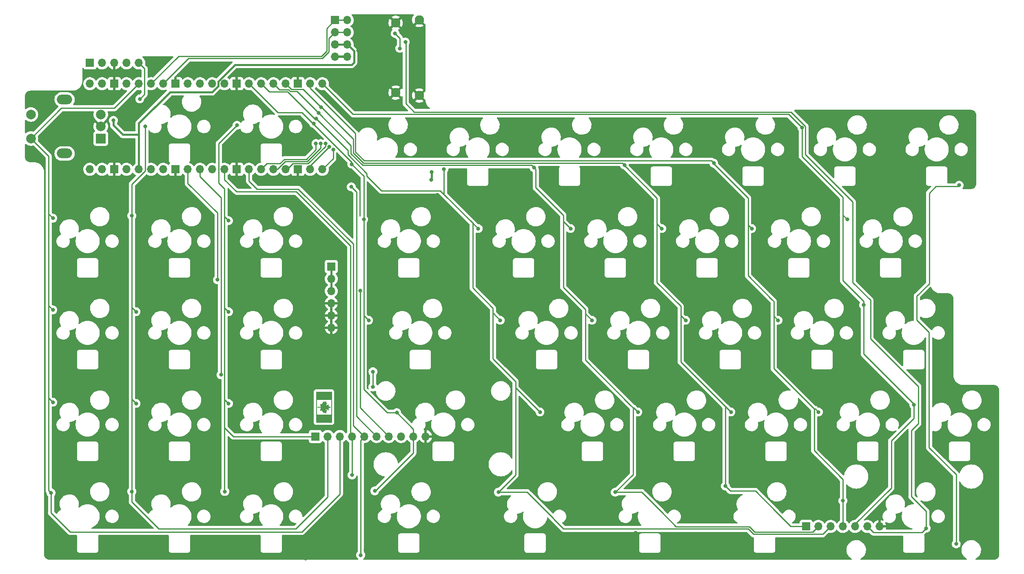
<source format=gtl>
%TF.GenerationSoftware,KiCad,Pcbnew,(6.0.5)*%
%TF.CreationDate,2022-07-14T17:39:41-06:00*%
%TF.ProjectId,kb,6b622e6b-6963-4616-945f-706362585858,rev?*%
%TF.SameCoordinates,Original*%
%TF.FileFunction,Copper,L1,Top*%
%TF.FilePolarity,Positive*%
%FSLAX46Y46*%
G04 Gerber Fmt 4.6, Leading zero omitted, Abs format (unit mm)*
G04 Created by KiCad (PCBNEW (6.0.5)) date 2022-07-14 17:39:41*
%MOMM*%
%LPD*%
G01*
G04 APERTURE LIST*
%TA.AperFunction,NonConductor*%
%ADD10C,0.006000*%
%TD*%
%TA.AperFunction,ComponentPad*%
%ADD11R,1.700000X1.700000*%
%TD*%
%TA.AperFunction,ComponentPad*%
%ADD12O,1.700000X1.700000*%
%TD*%
%TA.AperFunction,WasherPad*%
%ADD13O,3.200000X2.000000*%
%TD*%
%TA.AperFunction,ComponentPad*%
%ADD14R,2.000000X2.000000*%
%TD*%
%TA.AperFunction,ComponentPad*%
%ADD15C,2.000000*%
%TD*%
%TA.AperFunction,ComponentPad*%
%ADD16C,1.950000*%
%TD*%
%TA.AperFunction,ViaPad*%
%ADD17C,0.800000*%
%TD*%
%TA.AperFunction,Conductor*%
%ADD18C,0.381000*%
%TD*%
%TA.AperFunction,Conductor*%
%ADD19C,0.254000*%
%TD*%
G04 APERTURE END LIST*
D10*
G36*
X87949484Y-128144984D02*
G01*
X84774484Y-128144984D01*
X84774484Y-126557485D01*
X87949484Y-126557485D01*
X87949484Y-128144984D01*
G37*
X87949484Y-128144984D02*
X84774484Y-128144984D01*
X84774484Y-126557485D01*
X87949484Y-126557485D01*
X87949484Y-128144984D01*
G36*
X87949484Y-123382485D02*
G01*
X84774484Y-123382485D01*
X84774484Y-121794985D01*
X87949484Y-121794985D01*
X87949484Y-123382485D01*
G37*
X87949484Y-123382485D02*
X84774484Y-123382485D01*
X84774484Y-121794985D01*
X87949484Y-121794985D01*
X87949484Y-123382485D01*
G36*
X86384474Y-123879902D02*
G01*
X86385380Y-123881709D01*
X86386360Y-123883458D01*
X86387412Y-123885145D01*
X86388533Y-123886771D01*
X86389720Y-123888333D01*
X86390970Y-123889832D01*
X86392280Y-123891265D01*
X86393649Y-123892631D01*
X86395072Y-123893930D01*
X86396548Y-123895160D01*
X86399646Y-123897408D01*
X86402921Y-123899366D01*
X86406350Y-123901025D01*
X86409912Y-123902375D01*
X86413585Y-123903407D01*
X86417347Y-123904111D01*
X86419255Y-123904338D01*
X86421177Y-123904479D01*
X86423110Y-123904533D01*
X86425052Y-123904500D01*
X86426999Y-123904378D01*
X86428950Y-123904165D01*
X86430901Y-123903862D01*
X86432849Y-123903466D01*
X86434793Y-123902976D01*
X86436729Y-123902391D01*
X86815083Y-123779360D01*
X86739015Y-124137870D01*
X86738667Y-124139748D01*
X86738403Y-124141624D01*
X86738223Y-124143497D01*
X86738126Y-124145364D01*
X86738109Y-124147223D01*
X86738174Y-124149071D01*
X86738317Y-124150908D01*
X86738538Y-124152729D01*
X86738835Y-124154533D01*
X86739209Y-124156318D01*
X86739656Y-124158082D01*
X86740177Y-124159822D01*
X86740770Y-124161536D01*
X86741433Y-124163221D01*
X86742166Y-124164876D01*
X86742968Y-124166498D01*
X86743837Y-124168085D01*
X86744772Y-124169635D01*
X86745772Y-124171145D01*
X86746836Y-124172614D01*
X86747962Y-124174038D01*
X86749150Y-124175417D01*
X86750398Y-124176746D01*
X86751706Y-124178025D01*
X86753071Y-124179251D01*
X86754493Y-124180421D01*
X86755970Y-124181534D01*
X86757502Y-124182587D01*
X86759087Y-124183578D01*
X86760725Y-124184505D01*
X86762413Y-124185365D01*
X86764151Y-124186157D01*
X86927531Y-124255610D01*
X86627229Y-124535407D01*
X86624752Y-124537957D01*
X86622519Y-124540667D01*
X86620534Y-124543522D01*
X86618800Y-124546505D01*
X86617320Y-124549599D01*
X86616095Y-124552788D01*
X86615130Y-124556055D01*
X86614426Y-124559384D01*
X86613987Y-124562758D01*
X86613816Y-124566160D01*
X86613915Y-124569574D01*
X86614287Y-124572984D01*
X86614935Y-124576373D01*
X86615862Y-124579724D01*
X86617070Y-124583022D01*
X86618563Y-124586248D01*
X86620315Y-124589341D01*
X86622291Y-124592245D01*
X86624475Y-124594950D01*
X86626851Y-124597452D01*
X86629406Y-124599741D01*
X86632123Y-124601811D01*
X86634988Y-124603654D01*
X86637986Y-124605263D01*
X86641101Y-124606631D01*
X86644319Y-124607750D01*
X86647624Y-124608612D01*
X86651001Y-124609212D01*
X86654436Y-124609541D01*
X86657912Y-124609591D01*
X86661416Y-124609356D01*
X86664932Y-124608829D01*
X87360786Y-124473891D01*
X87235770Y-124690188D01*
X87234696Y-124692136D01*
X87233727Y-124694127D01*
X87232866Y-124696157D01*
X87232112Y-124698222D01*
X87231466Y-124700318D01*
X87230929Y-124702440D01*
X87230501Y-124704583D01*
X87230183Y-124706745D01*
X87229974Y-124708920D01*
X87229877Y-124711103D01*
X87229891Y-124713292D01*
X87230016Y-124715481D01*
X87230254Y-124717667D01*
X87230604Y-124719844D01*
X87231068Y-124722009D01*
X87231645Y-124724158D01*
X87232333Y-124726273D01*
X87233125Y-124728341D01*
X87234019Y-124730357D01*
X87235012Y-124732319D01*
X87236101Y-124734222D01*
X87237283Y-124736064D01*
X87238556Y-124737841D01*
X87239916Y-124739551D01*
X87241362Y-124741189D01*
X87242890Y-124742752D01*
X87244497Y-124744238D01*
X87246182Y-124745642D01*
X87247940Y-124746962D01*
X87249769Y-124748194D01*
X87251667Y-124749334D01*
X87253630Y-124750381D01*
X87684901Y-124969985D01*
X87253630Y-125189589D01*
X87251667Y-125190635D01*
X87249769Y-125191776D01*
X87247940Y-125193008D01*
X87246182Y-125194328D01*
X87244497Y-125195732D01*
X87242890Y-125197218D01*
X87241362Y-125198781D01*
X87239916Y-125200419D01*
X87238556Y-125202128D01*
X87237283Y-125203906D01*
X87236101Y-125205748D01*
X87235012Y-125207651D01*
X87234019Y-125209612D01*
X87233125Y-125211628D01*
X87232333Y-125213696D01*
X87231645Y-125215812D01*
X87231068Y-125217960D01*
X87230604Y-125220125D01*
X87230254Y-125222303D01*
X87230016Y-125224488D01*
X87229891Y-125226677D01*
X87229877Y-125228866D01*
X87229974Y-125231050D01*
X87230183Y-125233225D01*
X87230501Y-125235386D01*
X87230929Y-125237530D01*
X87231466Y-125239652D01*
X87232112Y-125241747D01*
X87232866Y-125243813D01*
X87233727Y-125245843D01*
X87234696Y-125247834D01*
X87235770Y-125249782D01*
X87360786Y-125466078D01*
X86664932Y-125331141D01*
X86663174Y-125330840D01*
X86661416Y-125330613D01*
X86659662Y-125330460D01*
X86657912Y-125330378D01*
X86656170Y-125330368D01*
X86654436Y-125330429D01*
X86652712Y-125330559D01*
X86651001Y-125330758D01*
X86649304Y-125331024D01*
X86647624Y-125331357D01*
X86645961Y-125331756D01*
X86644319Y-125332220D01*
X86642698Y-125332748D01*
X86641101Y-125333339D01*
X86639530Y-125333992D01*
X86637986Y-125334707D01*
X86636471Y-125335481D01*
X86634988Y-125336316D01*
X86633538Y-125337208D01*
X86632123Y-125338159D01*
X86630745Y-125339166D01*
X86629406Y-125340229D01*
X86628107Y-125341346D01*
X86626851Y-125342518D01*
X86625640Y-125343742D01*
X86624475Y-125345019D01*
X86623358Y-125346347D01*
X86622291Y-125347725D01*
X86621276Y-125349152D01*
X86620315Y-125350628D01*
X86619410Y-125352151D01*
X86618563Y-125353721D01*
X86617781Y-125355325D01*
X86617070Y-125356948D01*
X86616431Y-125358589D01*
X86615862Y-125360245D01*
X86615363Y-125361915D01*
X86614935Y-125363596D01*
X86614576Y-125365287D01*
X86614287Y-125366985D01*
X86614067Y-125368689D01*
X86613915Y-125370395D01*
X86613832Y-125372103D01*
X86613816Y-125373810D01*
X86613987Y-125377212D01*
X86614426Y-125380586D01*
X86615130Y-125383914D01*
X86616095Y-125387181D01*
X86616675Y-125388787D01*
X86617320Y-125390370D01*
X86618028Y-125391930D01*
X86618800Y-125393464D01*
X86619636Y-125394971D01*
X86620534Y-125396447D01*
X86621496Y-125397892D01*
X86622519Y-125399302D01*
X86623605Y-125400677D01*
X86624752Y-125402013D01*
X86625960Y-125403309D01*
X86627229Y-125404563D01*
X86927531Y-125684360D01*
X86764151Y-125753813D01*
X86762413Y-125754604D01*
X86760725Y-125755464D01*
X86759087Y-125756391D01*
X86757502Y-125757382D01*
X86754493Y-125759548D01*
X86751706Y-125761945D01*
X86749150Y-125764553D01*
X86746836Y-125767356D01*
X86744772Y-125770334D01*
X86742968Y-125773471D01*
X86741433Y-125776749D01*
X86740177Y-125780148D01*
X86739209Y-125783651D01*
X86738538Y-125787241D01*
X86738174Y-125790898D01*
X86738126Y-125794606D01*
X86738223Y-125796473D01*
X86738403Y-125798346D01*
X86738667Y-125800222D01*
X86739015Y-125802099D01*
X86815083Y-126160610D01*
X86436729Y-126037578D01*
X86434793Y-126036994D01*
X86432849Y-126036504D01*
X86430901Y-126036108D01*
X86428950Y-126035804D01*
X86426999Y-126035592D01*
X86425052Y-126035470D01*
X86423110Y-126035436D01*
X86421177Y-126035491D01*
X86419255Y-126035632D01*
X86417347Y-126035858D01*
X86415457Y-126036169D01*
X86413585Y-126036563D01*
X86411736Y-126037038D01*
X86409912Y-126037595D01*
X86408116Y-126038231D01*
X86406350Y-126038945D01*
X86404617Y-126039736D01*
X86402921Y-126040604D01*
X86401263Y-126041546D01*
X86399646Y-126042562D01*
X86398074Y-126043650D01*
X86396548Y-126044810D01*
X86395072Y-126046040D01*
X86393649Y-126047338D01*
X86392280Y-126048705D01*
X86390970Y-126050138D01*
X86389720Y-126051636D01*
X86388533Y-126053199D01*
X86387412Y-126054824D01*
X86386360Y-126056512D01*
X86385380Y-126058260D01*
X86384474Y-126060068D01*
X86318989Y-126200297D01*
X85814958Y-125577865D01*
X85812693Y-125575291D01*
X85810260Y-125572931D01*
X85807673Y-125570790D01*
X85804946Y-125568871D01*
X85802095Y-125567178D01*
X85799134Y-125565715D01*
X85796077Y-125564487D01*
X85792939Y-125563497D01*
X85789735Y-125562750D01*
X85786479Y-125562248D01*
X85783185Y-125561997D01*
X85779870Y-125562000D01*
X85776546Y-125562262D01*
X85773228Y-125562786D01*
X85769932Y-125563576D01*
X85766672Y-125564636D01*
X85555005Y-125641365D01*
X85654885Y-125073172D01*
X85655389Y-125069651D01*
X85655691Y-125066127D01*
X85655795Y-125062608D01*
X85655702Y-125059102D01*
X85655414Y-125055618D01*
X85654934Y-125052162D01*
X85654265Y-125048743D01*
X85653408Y-125045369D01*
X85652365Y-125042047D01*
X85651139Y-125038786D01*
X85649732Y-125035593D01*
X85648147Y-125032477D01*
X85646385Y-125029445D01*
X85644448Y-125026505D01*
X85642340Y-125023665D01*
X85640062Y-125020933D01*
X85637633Y-125018334D01*
X85635076Y-125015890D01*
X85632399Y-125013604D01*
X85629609Y-125011480D01*
X85626713Y-125009521D01*
X85623719Y-125007729D01*
X85620635Y-125006108D01*
X85617468Y-125004662D01*
X85614226Y-125003393D01*
X85610917Y-125002305D01*
X85607547Y-125001401D01*
X85604125Y-125000684D01*
X85600658Y-125000157D01*
X85597153Y-124999824D01*
X85593619Y-124999687D01*
X85590062Y-124999750D01*
X85019224Y-125029516D01*
X85019224Y-124910453D01*
X85590062Y-124940219D01*
X85593619Y-124940282D01*
X85597153Y-124940146D01*
X85600658Y-124939813D01*
X85604125Y-124939286D01*
X85607547Y-124938569D01*
X85610917Y-124937665D01*
X85614226Y-124936576D01*
X85617468Y-124935308D01*
X85620635Y-124933861D01*
X85623719Y-124932241D01*
X85626713Y-124930449D01*
X85629609Y-124928490D01*
X85632399Y-124926365D01*
X85635076Y-124924080D01*
X85637633Y-124921636D01*
X85640062Y-124919037D01*
X85642340Y-124916305D01*
X85644448Y-124913465D01*
X85646385Y-124910525D01*
X85648147Y-124907493D01*
X85649732Y-124904376D01*
X85651139Y-124901184D01*
X85652365Y-124897923D01*
X85653408Y-124894601D01*
X85654265Y-124891227D01*
X85654934Y-124887808D01*
X85655414Y-124884352D01*
X85655702Y-124880867D01*
X85655795Y-124877362D01*
X85655691Y-124873843D01*
X85655389Y-124870319D01*
X85654885Y-124866797D01*
X85555005Y-124298605D01*
X85766672Y-124375334D01*
X85768296Y-124375898D01*
X85769932Y-124376394D01*
X85771577Y-124376823D01*
X85773228Y-124377184D01*
X85774885Y-124377479D01*
X85776546Y-124377708D01*
X85778208Y-124377871D01*
X85779870Y-124377969D01*
X85781529Y-124378003D01*
X85783185Y-124377973D01*
X85784836Y-124377879D01*
X85786479Y-124377722D01*
X85788112Y-124377502D01*
X85789735Y-124377220D01*
X85791344Y-124376877D01*
X85792939Y-124376473D01*
X85794517Y-124376008D01*
X85796077Y-124375483D01*
X85797616Y-124374898D01*
X85799134Y-124374254D01*
X85800627Y-124373552D01*
X85802095Y-124372792D01*
X85803536Y-124371974D01*
X85804946Y-124371099D01*
X85806326Y-124370168D01*
X85807673Y-124369180D01*
X85808985Y-124368137D01*
X85810260Y-124367039D01*
X85811497Y-124365886D01*
X85812693Y-124364679D01*
X85813848Y-124363418D01*
X85814958Y-124362105D01*
X86318989Y-123739672D01*
X86384474Y-123879902D01*
G37*
X86384474Y-123879902D02*
X86385380Y-123881709D01*
X86386360Y-123883458D01*
X86387412Y-123885145D01*
X86388533Y-123886771D01*
X86389720Y-123888333D01*
X86390970Y-123889832D01*
X86392280Y-123891265D01*
X86393649Y-123892631D01*
X86395072Y-123893930D01*
X86396548Y-123895160D01*
X86399646Y-123897408D01*
X86402921Y-123899366D01*
X86406350Y-123901025D01*
X86409912Y-123902375D01*
X86413585Y-123903407D01*
X86417347Y-123904111D01*
X86419255Y-123904338D01*
X86421177Y-123904479D01*
X86423110Y-123904533D01*
X86425052Y-123904500D01*
X86426999Y-123904378D01*
X86428950Y-123904165D01*
X86430901Y-123903862D01*
X86432849Y-123903466D01*
X86434793Y-123902976D01*
X86436729Y-123902391D01*
X86815083Y-123779360D01*
X86739015Y-124137870D01*
X86738667Y-124139748D01*
X86738403Y-124141624D01*
X86738223Y-124143497D01*
X86738126Y-124145364D01*
X86738109Y-124147223D01*
X86738174Y-124149071D01*
X86738317Y-124150908D01*
X86738538Y-124152729D01*
X86738835Y-124154533D01*
X86739209Y-124156318D01*
X86739656Y-124158082D01*
X86740177Y-124159822D01*
X86740770Y-124161536D01*
X86741433Y-124163221D01*
X86742166Y-124164876D01*
X86742968Y-124166498D01*
X86743837Y-124168085D01*
X86744772Y-124169635D01*
X86745772Y-124171145D01*
X86746836Y-124172614D01*
X86747962Y-124174038D01*
X86749150Y-124175417D01*
X86750398Y-124176746D01*
X86751706Y-124178025D01*
X86753071Y-124179251D01*
X86754493Y-124180421D01*
X86755970Y-124181534D01*
X86757502Y-124182587D01*
X86759087Y-124183578D01*
X86760725Y-124184505D01*
X86762413Y-124185365D01*
X86764151Y-124186157D01*
X86927531Y-124255610D01*
X86627229Y-124535407D01*
X86624752Y-124537957D01*
X86622519Y-124540667D01*
X86620534Y-124543522D01*
X86618800Y-124546505D01*
X86617320Y-124549599D01*
X86616095Y-124552788D01*
X86615130Y-124556055D01*
X86614426Y-124559384D01*
X86613987Y-124562758D01*
X86613816Y-124566160D01*
X86613915Y-124569574D01*
X86614287Y-124572984D01*
X86614935Y-124576373D01*
X86615862Y-124579724D01*
X86617070Y-124583022D01*
X86618563Y-124586248D01*
X86620315Y-124589341D01*
X86622291Y-124592245D01*
X86624475Y-124594950D01*
X86626851Y-124597452D01*
X86629406Y-124599741D01*
X86632123Y-124601811D01*
X86634988Y-124603654D01*
X86637986Y-124605263D01*
X86641101Y-124606631D01*
X86644319Y-124607750D01*
X86647624Y-124608612D01*
X86651001Y-124609212D01*
X86654436Y-124609541D01*
X86657912Y-124609591D01*
X86661416Y-124609356D01*
X86664932Y-124608829D01*
X87360786Y-124473891D01*
X87235770Y-124690188D01*
X87234696Y-124692136D01*
X87233727Y-124694127D01*
X87232866Y-124696157D01*
X87232112Y-124698222D01*
X87231466Y-124700318D01*
X87230929Y-124702440D01*
X87230501Y-124704583D01*
X87230183Y-124706745D01*
X87229974Y-124708920D01*
X87229877Y-124711103D01*
X87229891Y-124713292D01*
X87230016Y-124715481D01*
X87230254Y-124717667D01*
X87230604Y-124719844D01*
X87231068Y-124722009D01*
X87231645Y-124724158D01*
X87232333Y-124726273D01*
X87233125Y-124728341D01*
X87234019Y-124730357D01*
X87235012Y-124732319D01*
X87236101Y-124734222D01*
X87237283Y-124736064D01*
X87238556Y-124737841D01*
X87239916Y-124739551D01*
X87241362Y-124741189D01*
X87242890Y-124742752D01*
X87244497Y-124744238D01*
X87246182Y-124745642D01*
X87247940Y-124746962D01*
X87249769Y-124748194D01*
X87251667Y-124749334D01*
X87253630Y-124750381D01*
X87684901Y-124969985D01*
X87253630Y-125189589D01*
X87251667Y-125190635D01*
X87249769Y-125191776D01*
X87247940Y-125193008D01*
X87246182Y-125194328D01*
X87244497Y-125195732D01*
X87242890Y-125197218D01*
X87241362Y-125198781D01*
X87239916Y-125200419D01*
X87238556Y-125202128D01*
X87237283Y-125203906D01*
X87236101Y-125205748D01*
X87235012Y-125207651D01*
X87234019Y-125209612D01*
X87233125Y-125211628D01*
X87232333Y-125213696D01*
X87231645Y-125215812D01*
X87231068Y-125217960D01*
X87230604Y-125220125D01*
X87230254Y-125222303D01*
X87230016Y-125224488D01*
X87229891Y-125226677D01*
X87229877Y-125228866D01*
X87229974Y-125231050D01*
X87230183Y-125233225D01*
X87230501Y-125235386D01*
X87230929Y-125237530D01*
X87231466Y-125239652D01*
X87232112Y-125241747D01*
X87232866Y-125243813D01*
X87233727Y-125245843D01*
X87234696Y-125247834D01*
X87235770Y-125249782D01*
X87360786Y-125466078D01*
X86664932Y-125331141D01*
X86663174Y-125330840D01*
X86661416Y-125330613D01*
X86659662Y-125330460D01*
X86657912Y-125330378D01*
X86656170Y-125330368D01*
X86654436Y-125330429D01*
X86652712Y-125330559D01*
X86651001Y-125330758D01*
X86649304Y-125331024D01*
X86647624Y-125331357D01*
X86645961Y-125331756D01*
X86644319Y-125332220D01*
X86642698Y-125332748D01*
X86641101Y-125333339D01*
X86639530Y-125333992D01*
X86637986Y-125334707D01*
X86636471Y-125335481D01*
X86634988Y-125336316D01*
X86633538Y-125337208D01*
X86632123Y-125338159D01*
X86630745Y-125339166D01*
X86629406Y-125340229D01*
X86628107Y-125341346D01*
X86626851Y-125342518D01*
X86625640Y-125343742D01*
X86624475Y-125345019D01*
X86623358Y-125346347D01*
X86622291Y-125347725D01*
X86621276Y-125349152D01*
X86620315Y-125350628D01*
X86619410Y-125352151D01*
X86618563Y-125353721D01*
X86617781Y-125355325D01*
X86617070Y-125356948D01*
X86616431Y-125358589D01*
X86615862Y-125360245D01*
X86615363Y-125361915D01*
X86614935Y-125363596D01*
X86614576Y-125365287D01*
X86614287Y-125366985D01*
X86614067Y-125368689D01*
X86613915Y-125370395D01*
X86613832Y-125372103D01*
X86613816Y-125373810D01*
X86613987Y-125377212D01*
X86614426Y-125380586D01*
X86615130Y-125383914D01*
X86616095Y-125387181D01*
X86616675Y-125388787D01*
X86617320Y-125390370D01*
X86618028Y-125391930D01*
X86618800Y-125393464D01*
X86619636Y-125394971D01*
X86620534Y-125396447D01*
X86621496Y-125397892D01*
X86622519Y-125399302D01*
X86623605Y-125400677D01*
X86624752Y-125402013D01*
X86625960Y-125403309D01*
X86627229Y-125404563D01*
X86927531Y-125684360D01*
X86764151Y-125753813D01*
X86762413Y-125754604D01*
X86760725Y-125755464D01*
X86759087Y-125756391D01*
X86757502Y-125757382D01*
X86754493Y-125759548D01*
X86751706Y-125761945D01*
X86749150Y-125764553D01*
X86746836Y-125767356D01*
X86744772Y-125770334D01*
X86742968Y-125773471D01*
X86741433Y-125776749D01*
X86740177Y-125780148D01*
X86739209Y-125783651D01*
X86738538Y-125787241D01*
X86738174Y-125790898D01*
X86738126Y-125794606D01*
X86738223Y-125796473D01*
X86738403Y-125798346D01*
X86738667Y-125800222D01*
X86739015Y-125802099D01*
X86815083Y-126160610D01*
X86436729Y-126037578D01*
X86434793Y-126036994D01*
X86432849Y-126036504D01*
X86430901Y-126036108D01*
X86428950Y-126035804D01*
X86426999Y-126035592D01*
X86425052Y-126035470D01*
X86423110Y-126035436D01*
X86421177Y-126035491D01*
X86419255Y-126035632D01*
X86417347Y-126035858D01*
X86415457Y-126036169D01*
X86413585Y-126036563D01*
X86411736Y-126037038D01*
X86409912Y-126037595D01*
X86408116Y-126038231D01*
X86406350Y-126038945D01*
X86404617Y-126039736D01*
X86402921Y-126040604D01*
X86401263Y-126041546D01*
X86399646Y-126042562D01*
X86398074Y-126043650D01*
X86396548Y-126044810D01*
X86395072Y-126046040D01*
X86393649Y-126047338D01*
X86392280Y-126048705D01*
X86390970Y-126050138D01*
X86389720Y-126051636D01*
X86388533Y-126053199D01*
X86387412Y-126054824D01*
X86386360Y-126056512D01*
X86385380Y-126058260D01*
X86384474Y-126060068D01*
X86318989Y-126200297D01*
X85814958Y-125577865D01*
X85812693Y-125575291D01*
X85810260Y-125572931D01*
X85807673Y-125570790D01*
X85804946Y-125568871D01*
X85802095Y-125567178D01*
X85799134Y-125565715D01*
X85796077Y-125564487D01*
X85792939Y-125563497D01*
X85789735Y-125562750D01*
X85786479Y-125562248D01*
X85783185Y-125561997D01*
X85779870Y-125562000D01*
X85776546Y-125562262D01*
X85773228Y-125562786D01*
X85769932Y-125563576D01*
X85766672Y-125564636D01*
X85555005Y-125641365D01*
X85654885Y-125073172D01*
X85655389Y-125069651D01*
X85655691Y-125066127D01*
X85655795Y-125062608D01*
X85655702Y-125059102D01*
X85655414Y-125055618D01*
X85654934Y-125052162D01*
X85654265Y-125048743D01*
X85653408Y-125045369D01*
X85652365Y-125042047D01*
X85651139Y-125038786D01*
X85649732Y-125035593D01*
X85648147Y-125032477D01*
X85646385Y-125029445D01*
X85644448Y-125026505D01*
X85642340Y-125023665D01*
X85640062Y-125020933D01*
X85637633Y-125018334D01*
X85635076Y-125015890D01*
X85632399Y-125013604D01*
X85629609Y-125011480D01*
X85626713Y-125009521D01*
X85623719Y-125007729D01*
X85620635Y-125006108D01*
X85617468Y-125004662D01*
X85614226Y-125003393D01*
X85610917Y-125002305D01*
X85607547Y-125001401D01*
X85604125Y-125000684D01*
X85600658Y-125000157D01*
X85597153Y-124999824D01*
X85593619Y-124999687D01*
X85590062Y-124999750D01*
X85019224Y-125029516D01*
X85019224Y-124910453D01*
X85590062Y-124940219D01*
X85593619Y-124940282D01*
X85597153Y-124940146D01*
X85600658Y-124939813D01*
X85604125Y-124939286D01*
X85607547Y-124938569D01*
X85610917Y-124937665D01*
X85614226Y-124936576D01*
X85617468Y-124935308D01*
X85620635Y-124933861D01*
X85623719Y-124932241D01*
X85626713Y-124930449D01*
X85629609Y-124928490D01*
X85632399Y-124926365D01*
X85635076Y-124924080D01*
X85637633Y-124921636D01*
X85640062Y-124919037D01*
X85642340Y-124916305D01*
X85644448Y-124913465D01*
X85646385Y-124910525D01*
X85648147Y-124907493D01*
X85649732Y-124904376D01*
X85651139Y-124901184D01*
X85652365Y-124897923D01*
X85653408Y-124894601D01*
X85654265Y-124891227D01*
X85654934Y-124887808D01*
X85655414Y-124884352D01*
X85655702Y-124880867D01*
X85655795Y-124877362D01*
X85655691Y-124873843D01*
X85655389Y-124870319D01*
X85654885Y-124866797D01*
X85555005Y-124298605D01*
X85766672Y-124375334D01*
X85768296Y-124375898D01*
X85769932Y-124376394D01*
X85771577Y-124376823D01*
X85773228Y-124377184D01*
X85774885Y-124377479D01*
X85776546Y-124377708D01*
X85778208Y-124377871D01*
X85779870Y-124377969D01*
X85781529Y-124378003D01*
X85783185Y-124377973D01*
X85784836Y-124377879D01*
X85786479Y-124377722D01*
X85788112Y-124377502D01*
X85789735Y-124377220D01*
X85791344Y-124376877D01*
X85792939Y-124376473D01*
X85794517Y-124376008D01*
X85796077Y-124375483D01*
X85797616Y-124374898D01*
X85799134Y-124374254D01*
X85800627Y-124373552D01*
X85802095Y-124372792D01*
X85803536Y-124371974D01*
X85804946Y-124371099D01*
X85806326Y-124370168D01*
X85807673Y-124369180D01*
X85808985Y-124368137D01*
X85810260Y-124367039D01*
X85811497Y-124365886D01*
X85812693Y-124364679D01*
X85813848Y-124363418D01*
X85814958Y-124362105D01*
X86318989Y-123739672D01*
X86384474Y-123879902D01*
G36*
X84839969Y-123447969D02*
G01*
X84839969Y-126492000D01*
X84774484Y-126557485D01*
X84774484Y-123382485D01*
X84839969Y-123447969D01*
G37*
X84839969Y-123447969D02*
X84839969Y-126492000D01*
X84774484Y-126557485D01*
X84774484Y-123382485D01*
X84839969Y-123447969D01*
G36*
X87949484Y-126557485D02*
G01*
X87884000Y-126492000D01*
X87884000Y-123447969D01*
X87949484Y-123382485D01*
X87949484Y-126557485D01*
G37*
X87949484Y-126557485D02*
X87884000Y-126492000D01*
X87884000Y-123447969D01*
X87949484Y-123382485D01*
X87949484Y-126557485D01*
D11*
%TO.P,J6,1,Pin_1*%
%TO.N,+5V*%
X87884000Y-95758000D03*
D12*
%TO.P,J6,2,Pin_2*%
X87884000Y-98298000D03*
%TO.P,J6,3,Pin_3*%
X87884000Y-100838000D03*
%TO.P,J6,4,Pin_4*%
%TO.N,GND*%
X87884000Y-103378000D03*
%TO.P,J6,5,Pin_5*%
X87884000Y-105918000D03*
%TO.P,J6,6,Pin_6*%
X87884000Y-108458000D03*
%TD*%
D13*
%TO.P,SW1,*%
%TO.N,*%
X32543750Y-61075000D03*
X32543750Y-72275000D03*
D14*
%TO.P,SW1,A,A*%
%TO.N,/ENC_L1*%
X40043750Y-69175000D03*
D15*
%TO.P,SW1,B,B*%
%TO.N,/ENC_L2*%
X40043750Y-64175000D03*
%TO.P,SW1,C,C*%
%TO.N,GND*%
X40043750Y-66675000D03*
%TO.P,SW1,S1,S1*%
%TO.N,Net-(D0-Pad2)*%
X25543750Y-64175000D03*
%TO.P,SW1,S2,S2*%
%TO.N,/COL0*%
X25543750Y-69175000D03*
%TD*%
D11*
%TO.P,J5,1,Pin_1*%
%TO.N,/COL6*%
X186436000Y-149733000D03*
D12*
%TO.P,J5,2,Pin_2*%
%TO.N,/COL5*%
X188976000Y-149733000D03*
%TO.P,J5,3,Pin_3*%
%TO.N,/COL4*%
X191516000Y-149733000D03*
%TO.P,J5,4,Pin_4*%
%TO.N,/COL7*%
X194056000Y-149733000D03*
%TO.P,J5,5,Pin_5*%
%TO.N,/COL8*%
X196596000Y-149733000D03*
%TO.P,J5,6,Pin_6*%
%TO.N,/RGB_TO_RIGHT*%
X199136000Y-149733000D03*
%TO.P,J5,7,Pin_7*%
%TO.N,GND*%
X201676000Y-149733000D03*
%TD*%
D11*
%TO.P,J3,1,Pin_1*%
%TO.N,/ENC_L1*%
X37782500Y-53467000D03*
D12*
%TO.P,J3,2,Pin_2*%
%TO.N,/ENC_L2*%
X40322500Y-53467000D03*
%TO.P,J3,3,Pin_3*%
%TO.N,GND*%
X42862500Y-53467000D03*
%TO.P,J3,4,Pin_4*%
%TO.N,/RGB_3V3*%
X45402500Y-53467000D03*
%TO.P,J3,5,Pin_5*%
%TO.N,/RGB_5V*%
X47942500Y-53467000D03*
%TD*%
D11*
%TO.P,J4,1,Pin_1*%
%TO.N,/COL2*%
X84587000Y-131064000D03*
D12*
%TO.P,J4,2,Pin_2*%
%TO.N,/COL1*%
X87127000Y-131064000D03*
%TO.P,J4,3,Pin_3*%
%TO.N,/COL0*%
X89667000Y-131064000D03*
%TO.P,J4,4,Pin_4*%
%TO.N,/ROW3*%
X92207000Y-131064000D03*
%TO.P,J4,5,Pin_5*%
%TO.N,/ROW4*%
X94747000Y-131064000D03*
%TO.P,J4,6,Pin_6*%
%TO.N,/ROW0*%
X97287000Y-131064000D03*
%TO.P,J4,7,Pin_7*%
%TO.N,/ROW1*%
X99827000Y-131064000D03*
%TO.P,J4,8,Pin_8*%
%TO.N,/ROW2*%
X102367000Y-131064000D03*
%TO.P,J4,9,Pin_9*%
%TO.N,/COL3*%
X104907000Y-131064000D03*
%TO.P,J4,10,Pin_10*%
%TO.N,GND*%
X107447000Y-131064000D03*
%TD*%
D11*
%TO.P,J1,1,Pin_1*%
%TO.N,/OLED_SDA*%
X88646000Y-44577000D03*
D12*
%TO.P,J1,2,Pin_2*%
X91186000Y-44577000D03*
%TO.P,J1,3,Pin_3*%
%TO.N,/OLED_SCL*%
X88646000Y-47117000D03*
%TO.P,J1,4,Pin_4*%
X91186000Y-47117000D03*
%TO.P,J1,5,Pin_5*%
%TO.N,+3V3*%
X88646000Y-49657000D03*
%TO.P,J1,6,Pin_6*%
X91186000Y-49657000D03*
%TO.P,J1,7,Pin_7*%
%TO.N,GND*%
X88646000Y-52197000D03*
%TO.P,J1,8,Pin_8*%
X91186000Y-52197000D03*
%TD*%
%TO.P,U1,1,GPIO0*%
%TO.N,/ENC_L1*%
X37782500Y-57785000D03*
%TO.P,U1,2,GPIO1*%
%TO.N,/ENC_L2*%
X40322500Y-57785000D03*
D11*
%TO.P,U1,3,GND*%
%TO.N,GND*%
X42862500Y-57785000D03*
D12*
%TO.P,U1,4,GPIO2*%
%TO.N,/RGB_3V3*%
X45402500Y-57785000D03*
%TO.P,U1,5,GPIO3*%
%TO.N,/COL0*%
X47942500Y-57785000D03*
%TO.P,U1,6,GPIO4*%
%TO.N,/OLED_SDA*%
X50482500Y-57785000D03*
%TO.P,U1,7,GPIO5*%
%TO.N,/OLED_SCL*%
X53022500Y-57785000D03*
D11*
%TO.P,U1,8,GND*%
%TO.N,GND*%
X55562500Y-57785000D03*
D12*
%TO.P,U1,9,GPIO6*%
%TO.N,/COL1*%
X58102500Y-57785000D03*
%TO.P,U1,10,GPIO7*%
%TO.N,/ENC_R1*%
X60642500Y-57785000D03*
%TO.P,U1,11,GPIO8*%
%TO.N,/ENC_R2*%
X63182500Y-57785000D03*
%TO.P,U1,12,GPIO9*%
%TO.N,/COL2*%
X65722500Y-57785000D03*
D11*
%TO.P,U1,13,GND*%
%TO.N,GND*%
X68262500Y-57785000D03*
D12*
%TO.P,U1,14,GPIO10*%
%TO.N,/COL3*%
X70802500Y-57785000D03*
%TO.P,U1,15,GPIO11*%
%TO.N,/COL4*%
X73342500Y-57785000D03*
%TO.P,U1,16,GPIO12*%
%TO.N,/COL5*%
X75882500Y-57785000D03*
%TO.P,U1,17,GPIO13*%
%TO.N,/COL6*%
X78422500Y-57785000D03*
D11*
%TO.P,U1,18,GND*%
%TO.N,GND*%
X80962500Y-57785000D03*
D12*
%TO.P,U1,19,GPIO14*%
%TO.N,/COL7*%
X83502500Y-57785000D03*
%TO.P,U1,20,GPIO15*%
%TO.N,/COL8*%
X86042500Y-57785000D03*
%TO.P,U1,21,GPIO16*%
%TO.N,/ROW9*%
X86042500Y-75565000D03*
%TO.P,U1,22,GPIO17*%
%TO.N,/ROW8*%
X83502500Y-75565000D03*
D11*
%TO.P,U1,23,GND*%
%TO.N,GND*%
X80962500Y-75565000D03*
D12*
%TO.P,U1,24,GPIO18*%
%TO.N,/ROW7*%
X78422500Y-75565000D03*
%TO.P,U1,25,GPIO19*%
%TO.N,/ROW6*%
X75882500Y-75565000D03*
%TO.P,U1,26,GPIO20*%
%TO.N,/ROW5*%
X73342500Y-75565000D03*
%TO.P,U1,27,GPIO21*%
%TO.N,/ROW4*%
X70802500Y-75565000D03*
D11*
%TO.P,U1,28,GND*%
%TO.N,GND*%
X68262500Y-75565000D03*
D12*
%TO.P,U1,29,GPIO22*%
%TO.N,/ROW3*%
X65722500Y-75565000D03*
%TO.P,U1,30,RUN*%
%TO.N,unconnected-(U1-Pad30)*%
X63182500Y-75565000D03*
%TO.P,U1,31,GPIO26_ADC0*%
%TO.N,/ROW2*%
X60642500Y-75565000D03*
%TO.P,U1,32,GPIO27_ADC1*%
%TO.N,/ROW1*%
X58102500Y-75565000D03*
D11*
%TO.P,U1,33,AGND*%
%TO.N,GND*%
X55562500Y-75565000D03*
D12*
%TO.P,U1,34,GPIO28_ADC2*%
%TO.N,/ROW0*%
X53022500Y-75565000D03*
%TO.P,U1,35,ADC_VREF*%
%TO.N,unconnected-(U1-Pad35)*%
X50482500Y-75565000D03*
%TO.P,U1,36,3V3*%
%TO.N,+3V3*%
X47942500Y-75565000D03*
%TO.P,U1,37,3V3_EN*%
%TO.N,unconnected-(U1-Pad37)*%
X45402500Y-75565000D03*
D11*
%TO.P,U1,38,GND*%
%TO.N,GND*%
X42862500Y-75565000D03*
D12*
%TO.P,U1,39,VSYS*%
%TO.N,unconnected-(U1-Pad39)*%
X40322500Y-75565000D03*
%TO.P,U1,40,VBUS*%
%TO.N,+5V*%
X37782500Y-75565000D03*
%TD*%
D16*
%TO.P,J2,S1,SHIELD*%
%TO.N,GND*%
X101240750Y-59637500D03*
%TO.P,J2,S2,SHIELD*%
X101240750Y-45137500D03*
%TO.P,J2,S3,SHIELD*%
X106140750Y-44537500D03*
%TO.P,J2,S4,SHIELD*%
X106140750Y-60237500D03*
%TD*%
D17*
%TO.N,+5V*%
X108666850Y-77743750D03*
X108686600Y-76098400D03*
%TO.N,GND*%
X152400000Y-132080000D03*
X93472000Y-50927000D03*
X169062400Y-154711400D03*
X187960000Y-144018000D03*
X109855000Y-80899000D03*
X34721800Y-112674400D03*
X158292800Y-137490200D03*
X167640000Y-147320000D03*
X129641600Y-118795800D03*
X157480000Y-132080000D03*
X213360000Y-106680000D03*
X34798000Y-93573600D03*
X124917200Y-99542600D03*
X145135600Y-154482800D03*
X55880000Y-142240000D03*
X223520000Y-152400000D03*
X71120000Y-81280000D03*
X148844000Y-118516400D03*
X203200000Y-71120000D03*
X168148000Y-80873600D03*
X91440000Y-147320000D03*
X200050400Y-153339800D03*
X95021400Y-154508200D03*
X127406400Y-151053800D03*
X51689000Y-54356000D03*
X191592200Y-80594200D03*
X132080000Y-137160000D03*
X172720000Y-66040000D03*
X108331000Y-137668000D03*
X213360000Y-111760000D03*
X101168200Y-150926800D03*
X148996400Y-80797400D03*
X35560000Y-121920000D03*
X53492400Y-131978400D03*
X101600000Y-81280000D03*
X177800000Y-132080000D03*
X35560000Y-81280000D03*
X218440000Y-121920000D03*
X187960000Y-66040000D03*
X182880000Y-111760000D03*
X116840000Y-142240000D03*
X137160000Y-66040000D03*
X177800000Y-142240000D03*
X106680000Y-81280000D03*
X61671200Y-73710800D03*
X137160000Y-91440000D03*
X132080000Y-132080000D03*
X142240000Y-142240000D03*
X116840000Y-106680000D03*
X91440000Y-142240000D03*
X198120000Y-121920000D03*
X50800000Y-81280000D03*
X142240000Y-111760000D03*
X40640000Y-111760000D03*
X69494400Y-59791600D03*
X142240000Y-147320000D03*
X152400000Y-121920000D03*
X40640000Y-137160000D03*
X116840000Y-147320000D03*
X44450000Y-63500000D03*
X50800000Y-121920000D03*
X35560000Y-142240000D03*
X41529000Y-61722000D03*
X162560000Y-111760000D03*
X53390800Y-137439400D03*
X177800000Y-121920000D03*
X208280000Y-66040000D03*
X60807600Y-54356000D03*
X129870200Y-80822800D03*
X127000000Y-111760000D03*
X137160000Y-121920000D03*
X76200000Y-81280000D03*
X157480000Y-121920000D03*
X137160000Y-132080000D03*
X167716200Y-118414800D03*
X223520000Y-142240000D03*
X143916400Y-99542600D03*
X151003000Y-151094500D03*
X40640000Y-81280000D03*
X201244200Y-99263200D03*
X215519000Y-131978400D03*
X139115800Y-137693400D03*
X147320000Y-71120000D03*
X71120000Y-142240000D03*
X186893200Y-118313200D03*
X86360000Y-111760000D03*
X71120000Y-121920000D03*
X96520000Y-111760000D03*
X45720000Y-147320000D03*
X163017200Y-99542600D03*
X106680000Y-121920000D03*
X201142600Y-93878400D03*
X34747200Y-131800600D03*
X205892400Y-81330800D03*
X192786000Y-140462000D03*
X111760000Y-66040000D03*
X167640000Y-66040000D03*
X127000000Y-66040000D03*
X205994000Y-149606000D03*
X172720000Y-132080000D03*
X193040000Y-132080000D03*
X50800000Y-142240000D03*
X53467000Y-99466400D03*
X72669400Y-137312400D03*
X101600000Y-142240000D03*
X86360000Y-91440000D03*
X127000000Y-86360000D03*
X71120000Y-60960000D03*
X85344000Y-142240000D03*
X96520000Y-81280000D03*
X86360000Y-81280000D03*
X53543200Y-112852200D03*
X182118000Y-99517200D03*
X98704107Y-48911000D03*
X46685200Y-72898000D03*
X53797200Y-70053200D03*
X71374000Y-71348600D03*
X223520000Y-147320000D03*
X213360000Y-66040000D03*
X116840000Y-111760000D03*
X193040000Y-111760000D03*
X40767000Y-145669000D03*
X200380600Y-118287800D03*
X66370200Y-154559000D03*
X167640000Y-142240000D03*
X55880000Y-86360000D03*
X35560000Y-101600000D03*
X55880000Y-81280000D03*
X157480000Y-91440000D03*
X147320000Y-66040000D03*
X72390000Y-112776000D03*
X214401400Y-137515600D03*
X101600000Y-111760000D03*
X66497200Y-73050400D03*
X101092000Y-99441000D03*
X127000000Y-71120000D03*
X203200000Y-86360000D03*
X96520000Y-66040000D03*
X40386000Y-155321000D03*
X162560000Y-147320000D03*
X47828200Y-154457400D03*
X121920000Y-132080000D03*
X53467000Y-118364000D03*
X121920000Y-127000000D03*
X98044000Y-45720000D03*
X128524000Y-141605000D03*
X177800000Y-91440000D03*
X96520000Y-91440000D03*
X29921200Y-149707600D03*
X82524600Y-156362400D03*
X31750000Y-100990400D03*
X193040000Y-121920000D03*
X72567800Y-118313200D03*
X193040000Y-66040000D03*
X120650000Y-154609800D03*
X213360000Y-121920000D03*
X132080000Y-121920000D03*
X31775400Y-120015000D03*
X86360000Y-149733000D03*
X35560000Y-137160000D03*
X177266600Y-137566400D03*
X31750000Y-139115800D03*
X80772000Y-72440800D03*
X106680000Y-55880000D03*
X172720000Y-121920000D03*
X66040000Y-147320000D03*
X152400000Y-66040000D03*
X191516000Y-144018000D03*
X71120000Y-132080000D03*
X50800000Y-60960000D03*
X162560000Y-142240000D03*
X153289000Y-142113000D03*
X96520000Y-60960000D03*
X72644000Y-99390200D03*
%TO.N,/ROW0*%
X92031812Y-79201290D03*
%TO.N,/ROW1*%
X93888500Y-100746500D03*
X64269425Y-98529275D03*
%TO.N,/ROW2*%
X96520000Y-120777000D03*
X64995925Y-118239675D03*
X96523520Y-117598480D03*
%TO.N,/ROW3*%
X92202000Y-139065000D03*
%TO.N,/ROW4*%
X93980000Y-155702000D03*
X218186000Y-78867000D03*
X217576400Y-153365200D03*
%TO.N,/COL1*%
X46482000Y-85191600D03*
X47371000Y-105156000D03*
X49276000Y-66675000D03*
X47371000Y-124206000D03*
X46482000Y-142494000D03*
%TO.N,/COL2*%
X68326000Y-66421000D03*
X66548000Y-105156000D03*
X66548000Y-124206000D03*
X65786000Y-142494000D03*
X66548000Y-86233000D03*
%TO.N,/COL3*%
X96901000Y-142367000D03*
X94615000Y-85979000D03*
X95631000Y-106934000D03*
X101473000Y-126111000D03*
X84226400Y-66040000D03*
X92123225Y-74500775D03*
%TO.N,/COL4*%
X131191000Y-125984000D03*
X122555000Y-142621000D03*
X118364000Y-87884000D03*
X122936000Y-106934000D03*
X84731921Y-65021521D03*
X111252000Y-75517250D03*
%TO.N,/COL5*%
X141986000Y-106934000D03*
X129921000Y-75184000D03*
X137541000Y-87884000D03*
X151511000Y-125984000D03*
X85249434Y-63862634D03*
X146812000Y-142621000D03*
%TO.N,/COL6*%
X169672000Y-141351000D03*
X148717000Y-74676000D03*
X161417000Y-106934000D03*
X85754247Y-62716447D03*
X170815000Y-125984000D03*
X156464000Y-87884000D03*
%TO.N,/COL7*%
X167259000Y-74295000D03*
X188976000Y-125984000D03*
X175133000Y-87884000D03*
X180594000Y-106934000D03*
X194056000Y-144399000D03*
%TO.N,/COL8*%
X198374000Y-103759000D03*
X185547000Y-66929000D03*
X194945000Y-85979000D03*
X208788000Y-124460000D03*
%TO.N,/COL0*%
X102108000Y-50444400D03*
X30099000Y-104775000D03*
X29718000Y-142748000D03*
X30099000Y-123952000D03*
X30099000Y-85725000D03*
X101117400Y-47345600D03*
%TO.N,/RGB_5V*%
X48133000Y-60960000D03*
%TO.N,/RGB_TO_RIGHT*%
X211328000Y-150114000D03*
X103250815Y-49149185D03*
%TO.N,+3V3*%
X42672000Y-65405000D03*
%TO.N,/ROW9*%
X88265000Y-71501000D03*
%TO.N,/ROW8*%
X87488848Y-70871244D03*
%TO.N,/ROW7*%
X86687608Y-70228218D03*
%TO.N,/ROW6*%
X85688279Y-70209594D03*
%TO.N,/ROW5*%
X84688777Y-70210220D03*
%TD*%
D18*
%TO.N,+5V*%
X108686600Y-77724000D02*
X108666850Y-77743750D01*
X108686600Y-76098400D02*
X108686600Y-77724000D01*
X87884000Y-98298000D02*
X87884000Y-100838000D01*
X87884000Y-98298000D02*
X87884000Y-95758000D01*
%TO.N,GND*%
X88646000Y-52197000D02*
X91186000Y-52197000D01*
D19*
%TO.N,/ROW0*%
X97287000Y-131064000D02*
X93091000Y-126868000D01*
X93091000Y-126868000D02*
X93091000Y-80260478D01*
X93091000Y-80260478D02*
X92031812Y-79201290D01*
%TO.N,/ROW1*%
X58102500Y-78473300D02*
X64269425Y-84640225D01*
X93853000Y-125090000D02*
X99827000Y-131064000D01*
X93888500Y-100746500D02*
X93853000Y-100782000D01*
X93853000Y-100782000D02*
X93853000Y-125090000D01*
X58102500Y-75565000D02*
X58102500Y-78473300D01*
X64269425Y-84640225D02*
X64269425Y-98529275D01*
%TO.N,/ROW2*%
X96520000Y-117602000D02*
X96523520Y-117598480D01*
X64995925Y-81455125D02*
X64995925Y-118239675D01*
X96520000Y-120777000D02*
X96520000Y-117602000D01*
X60642500Y-75565000D02*
X60642500Y-77101700D01*
X60642500Y-77101700D02*
X64995925Y-81455125D01*
%TO.N,/ROW3*%
X91821000Y-130678000D02*
X92207000Y-131064000D01*
X80594200Y-80213200D02*
X91821000Y-91440000D01*
X65722500Y-77711300D02*
X68224400Y-80213200D01*
X92207000Y-139060000D02*
X92207000Y-131064000D01*
X65722500Y-75565000D02*
X65722500Y-77711300D01*
X91821000Y-91440000D02*
X91821000Y-130678000D01*
X68224400Y-80213200D02*
X80594200Y-80213200D01*
X92202000Y-139065000D02*
X92207000Y-139060000D01*
%TO.N,/ROW4*%
X211963000Y-99297582D02*
X211963000Y-80518000D01*
X94747000Y-131064000D02*
X93980000Y-131831000D01*
X93980000Y-131831000D02*
X93980000Y-155702000D01*
X209419729Y-106848696D02*
X209419729Y-101840853D01*
X72491600Y-79654400D02*
X70802500Y-77965300D01*
X217576400Y-153365200D02*
X217551000Y-153339800D01*
X213360000Y-79121000D02*
X217932000Y-79121000D01*
X217932000Y-79121000D02*
X218186000Y-78867000D01*
X92456000Y-91059000D02*
X81051400Y-79654400D01*
X81051400Y-79654400D02*
X72491600Y-79654400D01*
X94747000Y-131064000D02*
X92456000Y-128773000D01*
X70802500Y-77965300D02*
X70802500Y-75565000D01*
X211963000Y-80518000D02*
X213360000Y-79121000D01*
X217551000Y-138969750D02*
X211949729Y-133368479D01*
X211949729Y-109378696D02*
X209419729Y-106848696D01*
X209419729Y-101840853D02*
X211963000Y-99297582D01*
X211949729Y-133368479D02*
X211949729Y-109378696D01*
X92456000Y-128773000D02*
X92456000Y-91059000D01*
X217551000Y-153339800D02*
X217551000Y-138969750D01*
%TO.N,/OLED_SCL*%
X53022500Y-57785000D02*
X58283980Y-52523520D01*
X87376000Y-51181000D02*
X87376000Y-48387000D01*
X86033480Y-52523520D02*
X87376000Y-51181000D01*
X88646000Y-47117000D02*
X91186000Y-47117000D01*
X87376000Y-48387000D02*
X88646000Y-47117000D01*
X58283980Y-52523520D02*
X86033480Y-52523520D01*
%TO.N,/OLED_SDA*%
X88646000Y-44577000D02*
X91186000Y-44577000D01*
X86922480Y-46300520D02*
X88646000Y-44577000D01*
X56197500Y-52070000D02*
X85845626Y-52070000D01*
X50482500Y-57785000D02*
X56197500Y-52070000D01*
X85845626Y-52070000D02*
X86922480Y-50993146D01*
X86922480Y-50993146D02*
X86922480Y-46300520D01*
%TO.N,/COL1*%
X46482000Y-142494000D02*
X46482000Y-144613169D01*
X47371000Y-124206000D02*
X46482000Y-123317000D01*
X80518000Y-150241000D02*
X87122000Y-143637000D01*
X49276000Y-66675000D02*
X49276000Y-75895339D01*
X87122000Y-131069000D02*
X87127000Y-131064000D01*
X49276000Y-75895339D02*
X46482000Y-78689339D01*
X47371000Y-105156000D02*
X46482000Y-104267000D01*
X52109831Y-150241000D02*
X80518000Y-150241000D01*
X46482000Y-104267000D02*
X46482000Y-123317000D01*
X46482000Y-123317000D02*
X46482000Y-142494000D01*
X87122000Y-143637000D02*
X87122000Y-131069000D01*
X46482000Y-78689339D02*
X46482000Y-85191600D01*
X46482000Y-85191600D02*
X46482000Y-104267000D01*
X46482000Y-144613169D02*
X52109831Y-150241000D01*
%TO.N,/COL2*%
X66548000Y-86233000D02*
X65722500Y-85407500D01*
X65786000Y-142494000D02*
X65722500Y-142430500D01*
X65722500Y-104076500D02*
X65722500Y-85153500D01*
X65722500Y-85407500D02*
X65722500Y-85153500D01*
X65722500Y-123380500D02*
X65722500Y-104076500D01*
X65722500Y-129222500D02*
X65722500Y-123380500D01*
X67564000Y-131064000D02*
X65722500Y-129222500D01*
X64545989Y-70201011D02*
X64545989Y-78465189D01*
X66548000Y-105156000D02*
X65722500Y-104330500D01*
X64545989Y-78465189D02*
X65722500Y-79641700D01*
X66548000Y-124206000D02*
X65722500Y-123380500D01*
X65722500Y-79641700D02*
X65722500Y-85153500D01*
X65722500Y-142430500D02*
X65722500Y-129222500D01*
X68326000Y-66421000D02*
X64545989Y-70201011D01*
X84587000Y-131064000D02*
X67564000Y-131064000D01*
X65722500Y-104330500D02*
X65722500Y-104076500D01*
%TO.N,/COL3*%
X97014783Y-142367000D02*
X104907000Y-134474783D01*
X94615000Y-105918000D02*
X94615000Y-121285000D01*
X95631000Y-106934000D02*
X94615000Y-105918000D01*
X84226400Y-66217896D02*
X92123225Y-74114721D01*
X84226400Y-66040000D02*
X84048504Y-66040000D01*
X94615000Y-85979000D02*
X94615000Y-76992550D01*
X84226400Y-66040000D02*
X84226400Y-66217896D01*
X101473000Y-126111000D02*
X104907000Y-129545000D01*
X94615000Y-121285000D02*
X99441000Y-126111000D01*
X104907000Y-129545000D02*
X104907000Y-131064000D01*
X96901000Y-142367000D02*
X97014783Y-142367000D01*
X84048504Y-66040000D02*
X81762504Y-63754000D01*
X101473000Y-126111000D02*
X99441000Y-126111000D01*
X76771500Y-63754000D02*
X70802500Y-57785000D01*
X94615000Y-85979000D02*
X94615000Y-105918000D01*
X94615000Y-76992550D02*
X92123225Y-74500775D01*
X81762504Y-63754000D02*
X76771500Y-63754000D01*
X92123225Y-74114721D02*
X92123225Y-74500775D01*
X104907000Y-134474783D02*
X104907000Y-131064000D01*
%TO.N,/COL4*%
X121539000Y-105537000D02*
X121412000Y-105537000D01*
X95250000Y-76454000D02*
X95250000Y-76962000D01*
X175493031Y-151363031D02*
X189885969Y-151363031D01*
X111252000Y-80772000D02*
X117221000Y-86741000D01*
X126111000Y-120904000D02*
X126111000Y-119634000D01*
X84731921Y-65046921D02*
X91313000Y-71628000D01*
X117221000Y-100203000D02*
X121412000Y-104394000D01*
X189885969Y-151363031D02*
X191516000Y-149733000D01*
X78812472Y-59457720D02*
X75015220Y-59457720D01*
X122555000Y-142621000D02*
X128510783Y-142621000D01*
X131191000Y-125984000D02*
X126111000Y-120904000D01*
X84731921Y-65021521D02*
X84376273Y-65021521D01*
X98298000Y-80010000D02*
X110490000Y-80010000D01*
X174371000Y-150241000D02*
X175493031Y-151363031D01*
X122936000Y-106934000D02*
X121539000Y-105537000D01*
X84376273Y-65021521D02*
X78812472Y-59457720D01*
X110490000Y-80010000D02*
X111252000Y-80772000D01*
X95250000Y-76962000D02*
X98298000Y-80010000D01*
X136088581Y-150241000D02*
X174371000Y-150241000D01*
X75015220Y-59457720D02*
X73342500Y-57785000D01*
X117221000Y-86741000D02*
X117221000Y-100203000D01*
X118364000Y-87884000D02*
X117221000Y-86741000D01*
X134003479Y-148155898D02*
X136088581Y-150241000D01*
X126111000Y-119634000D02*
X121412000Y-114935000D01*
X84731921Y-65021521D02*
X84731921Y-65046921D01*
X126111000Y-120904000D02*
X126111000Y-139065000D01*
X128510783Y-142621000D02*
X134003479Y-148113696D01*
X91313000Y-71628000D02*
X91313000Y-72517000D01*
X91313000Y-72517000D02*
X95250000Y-76454000D01*
X121412000Y-114935000D02*
X121412000Y-105537000D01*
X121412000Y-104394000D02*
X121412000Y-105537000D01*
X126111000Y-139065000D02*
X122555000Y-142621000D01*
X111252000Y-75517250D02*
X111252000Y-80772000D01*
X134003479Y-148113696D02*
X134003479Y-148155898D01*
%TO.N,/COL5*%
X150495000Y-125095000D02*
X150495000Y-131191000D01*
X130302000Y-75565000D02*
X130302000Y-79375000D01*
X156357921Y-146697840D02*
X156357921Y-146655638D01*
X159447561Y-149787480D02*
X156357921Y-146697840D01*
X80801831Y-59415031D02*
X79411157Y-59415031D01*
X85249434Y-63862634D02*
X80801831Y-59415031D01*
X136017000Y-95123000D02*
X136017000Y-100076000D01*
X140589000Y-105537000D02*
X140589000Y-115189000D01*
X137541000Y-87884000D02*
X136017000Y-86360000D01*
X152323283Y-142621000D02*
X146812000Y-142621000D01*
X151511000Y-125984000D02*
X150622000Y-125095000D01*
X77101700Y-59004200D02*
X75882500Y-57785000D01*
X150495000Y-138938000D02*
X146812000Y-142621000D01*
X187799489Y-150909511D02*
X175801511Y-150909511D01*
X79000326Y-59004200D02*
X77101700Y-59004200D01*
X136017000Y-85090000D02*
X136017000Y-86360000D01*
X156357921Y-146655638D02*
X152323283Y-142621000D01*
X85249434Y-63862634D02*
X91980189Y-70593389D01*
X129921000Y-75184000D02*
X130302000Y-75565000D01*
X188976000Y-149733000D02*
X187799489Y-150909511D01*
X94363544Y-74714961D02*
X129451961Y-74714961D01*
X140589000Y-104648000D02*
X140589000Y-105537000D01*
X174679480Y-149787480D02*
X159447561Y-149787480D01*
X129451961Y-74714961D02*
X129921000Y-75184000D01*
X136017000Y-100076000D02*
X140589000Y-104648000D01*
X136017000Y-86360000D02*
X136017000Y-95123000D01*
X140589000Y-115189000D02*
X149860000Y-124460000D01*
X79411157Y-59415031D02*
X79000326Y-59004200D01*
X130302000Y-79375000D02*
X136017000Y-85090000D01*
X149860000Y-124460000D02*
X150495000Y-125095000D01*
X150495000Y-131191000D02*
X150495000Y-138938000D01*
X150622000Y-125095000D02*
X150495000Y-125095000D01*
X91980189Y-70593389D02*
X91980189Y-72331606D01*
X175801511Y-150909511D02*
X174679480Y-149787480D01*
X141986000Y-106934000D02*
X140589000Y-105537000D01*
X91980189Y-72331606D02*
X94363544Y-74714961D01*
%TO.N,/COL6*%
X155448000Y-86868000D02*
X155448000Y-96774000D01*
X169672000Y-141351000D02*
X169672000Y-124841000D01*
X92433709Y-72143752D02*
X94551398Y-74261441D01*
X94551398Y-74261441D02*
X148302441Y-74261441D01*
X85754247Y-62716447D02*
X85754247Y-62640247D01*
X160147000Y-103759000D02*
X160401000Y-104013000D01*
X148717000Y-74676000D02*
X148717000Y-74803000D01*
X183205581Y-149733000D02*
X186436000Y-149733000D01*
X170688000Y-142367000D02*
X175895000Y-142367000D01*
X92433709Y-69319709D02*
X92433709Y-72143752D01*
X180170421Y-146642421D02*
X180170421Y-146697840D01*
X148302441Y-74261441D02*
X148717000Y-74676000D01*
X85830447Y-62716447D02*
X92433709Y-69319709D01*
X156464000Y-87884000D02*
X155448000Y-86868000D01*
X155448000Y-81534000D02*
X155448000Y-86868000D01*
X170815000Y-125984000D02*
X169672000Y-124841000D01*
X85754247Y-62716447D02*
X85830447Y-62716447D01*
X155448000Y-96774000D02*
X155448000Y-99060000D01*
X160401000Y-115570000D02*
X169672000Y-124841000D01*
X161417000Y-106934000D02*
X160401000Y-105918000D01*
X148717000Y-74803000D02*
X155448000Y-81534000D01*
X155448000Y-99060000D02*
X160147000Y-103759000D01*
X180170421Y-146697840D02*
X183205581Y-149733000D01*
X160401000Y-105918000D02*
X160401000Y-115570000D01*
X82075511Y-58961511D02*
X79599011Y-58961511D01*
X85754247Y-62640247D02*
X82075511Y-58961511D01*
X169672000Y-141351000D02*
X170688000Y-142367000D01*
X160401000Y-104013000D02*
X160401000Y-105918000D01*
X79599011Y-58961511D02*
X78422500Y-57785000D01*
X175895000Y-142367000D02*
X180170421Y-146642421D01*
%TO.N,/COL7*%
X179324000Y-102616000D02*
X179705000Y-102997000D01*
X167259000Y-74295000D02*
X167259000Y-74422000D01*
X179705000Y-102997000D02*
X179705000Y-106045000D01*
X83502500Y-57785000D02*
X83502500Y-58737500D01*
X188087000Y-134003533D02*
X188087000Y-125349000D01*
X194056000Y-139972533D02*
X188087000Y-134003533D01*
X94739252Y-73807921D02*
X166771921Y-73807921D01*
X180594000Y-106934000D02*
X179705000Y-106045000D01*
X188341000Y-125349000D02*
X188087000Y-125349000D01*
X179705000Y-106045000D02*
X179705000Y-116967000D01*
X174371000Y-81534000D02*
X174371000Y-87122000D01*
X174371000Y-92583000D02*
X174371000Y-97663000D01*
X174371000Y-97663000D02*
X179324000Y-102616000D01*
X175133000Y-87884000D02*
X174371000Y-87122000D01*
X92887229Y-68122229D02*
X92887229Y-71955898D01*
X179705000Y-116967000D02*
X188087000Y-125349000D01*
X188976000Y-125984000D02*
X188341000Y-125349000D01*
X167259000Y-74422000D02*
X174371000Y-81534000D01*
X166771921Y-73807921D02*
X167259000Y-74295000D01*
X83502500Y-58737500D02*
X92887229Y-68122229D01*
X194056000Y-144399000D02*
X194056000Y-149733000D01*
X174371000Y-87122000D02*
X174371000Y-92583000D01*
X194056000Y-144399000D02*
X194056000Y-139972533D01*
X92887229Y-71955898D02*
X94739252Y-73807921D01*
%TO.N,/COL8*%
X185547000Y-72898000D02*
X185547000Y-66929000D01*
X198374000Y-103759000D02*
X198374000Y-102997000D01*
X194056000Y-81407000D02*
X185547000Y-72898000D01*
X208788000Y-124333000D02*
X198374000Y-113919000D01*
X196596000Y-149225000D02*
X204089000Y-141732000D01*
X86042500Y-57785000D02*
X92392500Y-64135000D01*
X182753000Y-64135000D02*
X185547000Y-66929000D01*
X194056000Y-85090000D02*
X194056000Y-84963000D01*
X204089000Y-131953000D02*
X208788000Y-127254000D01*
X92392500Y-64135000D02*
X182753000Y-64135000D01*
X194945000Y-85979000D02*
X194056000Y-85090000D01*
X204089000Y-141732000D02*
X204089000Y-131953000D01*
X196596000Y-149733000D02*
X196596000Y-149225000D01*
X194056000Y-98679000D02*
X194056000Y-84963000D01*
X208788000Y-124460000D02*
X208788000Y-124333000D01*
X198374000Y-102997000D02*
X194056000Y-98679000D01*
X198374000Y-113919000D02*
X198374000Y-103759000D01*
X208788000Y-127254000D02*
X208788000Y-124460000D01*
X194056000Y-84963000D02*
X194056000Y-81407000D01*
%TO.N,/COL0*%
X29210000Y-122936000D02*
X29210000Y-142240000D01*
X29210000Y-123063000D02*
X29210000Y-122936000D01*
X33694831Y-150876000D02*
X81776557Y-150876000D01*
X25543750Y-69175000D02*
X29210000Y-72841250D01*
X29210000Y-103886000D02*
X29210000Y-103759000D01*
X30099000Y-85725000D02*
X29210000Y-84836000D01*
X29210000Y-72841250D02*
X29210000Y-77978000D01*
X29210000Y-77978000D02*
X29210000Y-84582000D01*
X29210000Y-103759000D02*
X29210000Y-122936000D01*
X29718000Y-142748000D02*
X29718000Y-146899169D01*
X29718000Y-146899169D02*
X33694831Y-150876000D01*
X102108000Y-50444400D02*
X102108000Y-48336200D01*
X29210000Y-142240000D02*
X29718000Y-142748000D01*
X25543750Y-69175000D02*
X31870261Y-62848489D01*
X89667000Y-142985557D02*
X89667000Y-131064000D01*
X30099000Y-104775000D02*
X29210000Y-103886000D01*
X29210000Y-84582000D02*
X29210000Y-103759000D01*
X29210000Y-84836000D02*
X29210000Y-84582000D01*
X81776557Y-150876000D02*
X89667000Y-142985557D01*
X30099000Y-123952000D02*
X29210000Y-123063000D01*
X31870261Y-62848489D02*
X42879011Y-62848489D01*
X42879011Y-62848489D02*
X47942500Y-57785000D01*
X102108000Y-48336200D02*
X101117400Y-47345600D01*
%TO.N,/RGB_5V*%
X48133000Y-60960000D02*
X49119011Y-59973989D01*
X49119011Y-54643511D02*
X47942500Y-53467000D01*
X49119011Y-59973989D02*
X49119011Y-54643511D01*
%TO.N,/RGB_TO_RIGHT*%
X199771000Y-102743000D02*
X199771000Y-110744000D01*
X103250815Y-49149185D02*
X103352600Y-49250970D01*
X103352600Y-49250970D02*
X103352600Y-61950600D01*
X208280000Y-129794000D02*
X208280000Y-143510000D01*
X209677000Y-120650000D02*
X209677000Y-128397000D01*
X186273511Y-72481511D02*
X196088000Y-82296000D01*
X196088000Y-99060000D02*
X199771000Y-102743000D01*
X209677000Y-128397000D02*
X208280000Y-129794000D01*
X199771000Y-110744000D02*
X209677000Y-120650000D01*
X208280000Y-143510000D02*
X211363021Y-146593021D01*
X103352600Y-61950600D02*
X105083480Y-63681480D01*
X186273511Y-66628068D02*
X186273511Y-72481511D01*
X200406000Y-151003000D02*
X199136000Y-149733000D01*
X105083480Y-63681480D02*
X183326923Y-63681480D01*
X196088000Y-82296000D02*
X196088000Y-99060000D01*
X211363021Y-150078979D02*
X211328000Y-150114000D01*
X211363021Y-146593021D02*
X211363021Y-150078979D01*
X211328000Y-150114000D02*
X210439000Y-151003000D01*
X210439000Y-151003000D02*
X200406000Y-151003000D01*
X183326923Y-63681480D02*
X186273511Y-66628068D01*
D18*
%TO.N,+3V3*%
X42672000Y-65405000D02*
X42672000Y-66421000D01*
X54406395Y-59531250D02*
X63189891Y-59531250D01*
X47942500Y-75565000D02*
X47942500Y-68389500D01*
X64422511Y-57331348D02*
X67905859Y-53848000D01*
X47942500Y-65995145D02*
X54406395Y-59531250D01*
X44640500Y-68389500D02*
X47942500Y-68389500D01*
X63189891Y-59531250D02*
X64422511Y-58298630D01*
X92583000Y-51005500D02*
X91256250Y-49678750D01*
X92107022Y-53848000D02*
X92583000Y-53372022D01*
X47942500Y-68389500D02*
X47942500Y-65995145D01*
X92583000Y-53372022D02*
X92583000Y-51005500D01*
X88646000Y-49657000D02*
X91186000Y-49657000D01*
X64422511Y-58298630D02*
X64422511Y-57331348D01*
X67905859Y-53848000D02*
X92107022Y-53848000D01*
X42672000Y-66421000D02*
X44640500Y-68389500D01*
D19*
%TO.N,/ROW9*%
X88265000Y-73342500D02*
X88265000Y-71501000D01*
X86042500Y-75565000D02*
X88265000Y-73342500D01*
%TO.N,/ROW8*%
X83502500Y-74857592D02*
X87488848Y-70871244D01*
X83502500Y-75565000D02*
X83502500Y-74857592D01*
%TO.N,/ROW7*%
X79916511Y-74388489D02*
X83091511Y-74388489D01*
X83091511Y-74388489D02*
X86687608Y-70792392D01*
X78740000Y-75565000D02*
X79916511Y-74388489D01*
X78422500Y-75565000D02*
X78740000Y-75565000D01*
X86687608Y-70792392D02*
X86687608Y-70228218D01*
%TO.N,/ROW6*%
X82903657Y-73934969D02*
X85688279Y-71150347D01*
X78338031Y-73934969D02*
X82903657Y-73934969D01*
X85688279Y-71150347D02*
X85688279Y-70209594D01*
X76708000Y-75565000D02*
X78338031Y-73934969D01*
X75882500Y-75565000D02*
X76708000Y-75565000D01*
%TO.N,/ROW5*%
X73342500Y-75565000D02*
X74519011Y-74388489D01*
X74519011Y-74388489D02*
X77243137Y-74388489D01*
X82715803Y-73481449D02*
X84688777Y-71508475D01*
X77243137Y-74388489D02*
X78150177Y-73481449D01*
X78150177Y-73481449D02*
X82715803Y-73481449D01*
X84688777Y-71508475D02*
X84688777Y-70210220D01*
%TD*%
%TA.AperFunction,Conductor*%
%TO.N,GND*%
G36*
X24528831Y-70291986D02*
G01*
X24654334Y-70399176D01*
X24658542Y-70401755D01*
X24658548Y-70401759D01*
X24832298Y-70508233D01*
X24856787Y-70523240D01*
X24861357Y-70525133D01*
X24861361Y-70525135D01*
X25059075Y-70607030D01*
X25076156Y-70614105D01*
X25120871Y-70624840D01*
X25302226Y-70668380D01*
X25302232Y-70668381D01*
X25307039Y-70669535D01*
X25543750Y-70688165D01*
X25780461Y-70669535D01*
X25785268Y-70668381D01*
X25785274Y-70668380D01*
X25932236Y-70633097D01*
X26001422Y-70616487D01*
X26072328Y-70620034D01*
X26119929Y-70649911D01*
X28537595Y-73067577D01*
X28571621Y-73129889D01*
X28574500Y-73156672D01*
X28574500Y-84756980D01*
X28573970Y-84768214D01*
X28572292Y-84775719D01*
X28573685Y-84820044D01*
X28574438Y-84844012D01*
X28574500Y-84847969D01*
X28574500Y-103806980D01*
X28573970Y-103818214D01*
X28572292Y-103825719D01*
X28573617Y-103867872D01*
X28574438Y-103894012D01*
X28574500Y-103897969D01*
X28574500Y-122983980D01*
X28573970Y-122995214D01*
X28572292Y-123002719D01*
X28574252Y-123065077D01*
X28574438Y-123071012D01*
X28574500Y-123074969D01*
X28574500Y-142160980D01*
X28573970Y-142172214D01*
X28572292Y-142179719D01*
X28573158Y-142207274D01*
X28574438Y-142248012D01*
X28574500Y-142251969D01*
X28574500Y-142279983D01*
X28574996Y-142283908D01*
X28574996Y-142283909D01*
X28575008Y-142284004D01*
X28575941Y-142295849D01*
X28577335Y-142340205D01*
X28579547Y-142347817D01*
X28583013Y-142359748D01*
X28587023Y-142379112D01*
X28589573Y-142399299D01*
X28592489Y-142406663D01*
X28592490Y-142406668D01*
X28605907Y-142440556D01*
X28609752Y-142451785D01*
X28622131Y-142494393D01*
X28626169Y-142501220D01*
X28626170Y-142501223D01*
X28632488Y-142511906D01*
X28641188Y-142529664D01*
X28645761Y-142541215D01*
X28645765Y-142541221D01*
X28648681Y-142548588D01*
X28653339Y-142554999D01*
X28653340Y-142555001D01*
X28674764Y-142584488D01*
X28681281Y-142594410D01*
X28699826Y-142625768D01*
X28699829Y-142625772D01*
X28703866Y-142632598D01*
X28718250Y-142646982D01*
X28731091Y-142662016D01*
X28743058Y-142678487D01*
X28762727Y-142694759D01*
X28802464Y-142753591D01*
X28807719Y-142778669D01*
X28812572Y-142824840D01*
X28818348Y-142879790D01*
X28824458Y-142937928D01*
X28883473Y-143119556D01*
X28886776Y-143125278D01*
X28886777Y-143125279D01*
X28908031Y-143162091D01*
X28978960Y-143284944D01*
X28983378Y-143289851D01*
X28983379Y-143289852D01*
X29050136Y-143363993D01*
X29080854Y-143428000D01*
X29082500Y-143448303D01*
X29082500Y-146820149D01*
X29081970Y-146831383D01*
X29080292Y-146838888D01*
X29080541Y-146846807D01*
X29082438Y-146907181D01*
X29082500Y-146911138D01*
X29082500Y-146939152D01*
X29082996Y-146943077D01*
X29082996Y-146943078D01*
X29083008Y-146943173D01*
X29083941Y-146955018D01*
X29085335Y-146999374D01*
X29087547Y-147006986D01*
X29091013Y-147018917D01*
X29095023Y-147038281D01*
X29096420Y-147049337D01*
X29097573Y-147058468D01*
X29100489Y-147065832D01*
X29100490Y-147065837D01*
X29113907Y-147099725D01*
X29117752Y-147110954D01*
X29121195Y-147122805D01*
X29130131Y-147153562D01*
X29134169Y-147160389D01*
X29134170Y-147160392D01*
X29140488Y-147171075D01*
X29149188Y-147188833D01*
X29153761Y-147200384D01*
X29153765Y-147200390D01*
X29156681Y-147207757D01*
X29161339Y-147214168D01*
X29161340Y-147214170D01*
X29182764Y-147243657D01*
X29189281Y-147253579D01*
X29207826Y-147284937D01*
X29207829Y-147284941D01*
X29211866Y-147291767D01*
X29226250Y-147306151D01*
X29239091Y-147321185D01*
X29251058Y-147337656D01*
X29257166Y-147342709D01*
X29285255Y-147365946D01*
X29294035Y-147373936D01*
X33189576Y-151269477D01*
X33197153Y-151277803D01*
X33201278Y-151284303D01*
X33207056Y-151289729D01*
X33207057Y-151289730D01*
X33251112Y-151331100D01*
X33253954Y-151333855D01*
X33273737Y-151353638D01*
X33276945Y-151356126D01*
X33285974Y-151363837D01*
X33318325Y-151394217D01*
X33325274Y-151398037D01*
X33336160Y-151404022D01*
X33352684Y-151414876D01*
X33368764Y-151427349D01*
X33376041Y-151430498D01*
X33409481Y-151444969D01*
X33420142Y-151450192D01*
X33452078Y-151467749D01*
X33452083Y-151467751D01*
X33459028Y-151471569D01*
X33466702Y-151473539D01*
X33466709Y-151473542D01*
X33478744Y-151476632D01*
X33497449Y-151483036D01*
X33506080Y-151486771D01*
X33516123Y-151491117D01*
X33531232Y-151493510D01*
X33559958Y-151498060D01*
X33571571Y-151500465D01*
X33614549Y-151511500D01*
X33634896Y-151511500D01*
X33654608Y-151513051D01*
X33674710Y-151516235D01*
X33682602Y-151515489D01*
X33718887Y-151512059D01*
X33730745Y-151511500D01*
X34972041Y-151511500D01*
X35040162Y-151531502D01*
X35086655Y-151585158D01*
X35098039Y-151638266D01*
X35097954Y-151652245D01*
X35097921Y-151653039D01*
X35097750Y-151654136D01*
X35097750Y-151685127D01*
X35097748Y-151685897D01*
X35097317Y-151756508D01*
X35097274Y-151763471D01*
X35097658Y-151764815D01*
X35097750Y-151766160D01*
X35097750Y-154685127D01*
X35097748Y-154685897D01*
X35097274Y-154763471D01*
X35099741Y-154772102D01*
X35105400Y-154791903D01*
X35108978Y-154808665D01*
X35113170Y-154837937D01*
X35116884Y-154846105D01*
X35116884Y-154846106D01*
X35123798Y-154861312D01*
X35130246Y-154878836D01*
X35137301Y-154903521D01*
X35142093Y-154911115D01*
X35142094Y-154911118D01*
X35153080Y-154928530D01*
X35161219Y-154943613D01*
X35173458Y-154970532D01*
X35179319Y-154977334D01*
X35190220Y-154989985D01*
X35201323Y-155004989D01*
X35215026Y-155026708D01*
X35221751Y-155032647D01*
X35221754Y-155032651D01*
X35237188Y-155046282D01*
X35249232Y-155058474D01*
X35262677Y-155074077D01*
X35262680Y-155074079D01*
X35268537Y-155080877D01*
X35276066Y-155085757D01*
X35276067Y-155085758D01*
X35290085Y-155094844D01*
X35304959Y-155106135D01*
X35317467Y-155117181D01*
X35324201Y-155123128D01*
X35350961Y-155135692D01*
X35365941Y-155144013D01*
X35383233Y-155155221D01*
X35383238Y-155155223D01*
X35390765Y-155160102D01*
X35399358Y-155162672D01*
X35399363Y-155162674D01*
X35415370Y-155167461D01*
X35432814Y-155174122D01*
X35447926Y-155181217D01*
X35447928Y-155181218D01*
X35456050Y-155185031D01*
X35464917Y-155186412D01*
X35464918Y-155186412D01*
X35467603Y-155186830D01*
X35485267Y-155189580D01*
X35501982Y-155193363D01*
X35521716Y-155199265D01*
X35521722Y-155199266D01*
X35530316Y-155201836D01*
X35539287Y-155201891D01*
X35539288Y-155201891D01*
X35549347Y-155201952D01*
X35564756Y-155202046D01*
X35565539Y-155202079D01*
X35566636Y-155202250D01*
X35597627Y-155202250D01*
X35598397Y-155202252D01*
X35672035Y-155202702D01*
X35672036Y-155202702D01*
X35675971Y-155202726D01*
X35677315Y-155202342D01*
X35678660Y-155202250D01*
X38997627Y-155202250D01*
X38998398Y-155202252D01*
X39075971Y-155202726D01*
X39104402Y-155194600D01*
X39121165Y-155191022D01*
X39122003Y-155190902D01*
X39150437Y-155186830D01*
X39173814Y-155176201D01*
X39191337Y-155169754D01*
X39216021Y-155162699D01*
X39223615Y-155157907D01*
X39223618Y-155157906D01*
X39241030Y-155146920D01*
X39256115Y-155138780D01*
X39283032Y-155126542D01*
X39302485Y-155109780D01*
X39317489Y-155098677D01*
X39339208Y-155084974D01*
X39345147Y-155078249D01*
X39345151Y-155078246D01*
X39358782Y-155062812D01*
X39370974Y-155050768D01*
X39386577Y-155037323D01*
X39386579Y-155037320D01*
X39393377Y-155031463D01*
X39407344Y-155009915D01*
X39418635Y-154995041D01*
X39429681Y-154982533D01*
X39429682Y-154982532D01*
X39435628Y-154975799D01*
X39448193Y-154949037D01*
X39456513Y-154934059D01*
X39467721Y-154916767D01*
X39467723Y-154916762D01*
X39472602Y-154909235D01*
X39475172Y-154900642D01*
X39475174Y-154900637D01*
X39479961Y-154884630D01*
X39486622Y-154867186D01*
X39493717Y-154852074D01*
X39493718Y-154852072D01*
X39497531Y-154843950D01*
X39502080Y-154814733D01*
X39505863Y-154798018D01*
X39511765Y-154778284D01*
X39511766Y-154778278D01*
X39514336Y-154769684D01*
X39514546Y-154735244D01*
X39514579Y-154734461D01*
X39514750Y-154733364D01*
X39514750Y-154702373D01*
X39514752Y-154701603D01*
X39515202Y-154627965D01*
X39515202Y-154627964D01*
X39515226Y-154624029D01*
X39514842Y-154622685D01*
X39514750Y-154621340D01*
X39514750Y-151702373D01*
X39514752Y-151701604D01*
X39515015Y-151658502D01*
X39515148Y-151636730D01*
X39535566Y-151568734D01*
X39589504Y-151522569D01*
X39641146Y-151511500D01*
X54022041Y-151511500D01*
X54090162Y-151531502D01*
X54136655Y-151585158D01*
X54148039Y-151638266D01*
X54147954Y-151652245D01*
X54147921Y-151653039D01*
X54147750Y-151654136D01*
X54147750Y-151685127D01*
X54147748Y-151685897D01*
X54147317Y-151756508D01*
X54147274Y-151763471D01*
X54147658Y-151764815D01*
X54147750Y-151766160D01*
X54147750Y-154685127D01*
X54147748Y-154685897D01*
X54147274Y-154763471D01*
X54149741Y-154772102D01*
X54155400Y-154791903D01*
X54158978Y-154808665D01*
X54163170Y-154837937D01*
X54166884Y-154846105D01*
X54166884Y-154846106D01*
X54173798Y-154861312D01*
X54180246Y-154878836D01*
X54187301Y-154903521D01*
X54192093Y-154911115D01*
X54192094Y-154911118D01*
X54203080Y-154928530D01*
X54211219Y-154943613D01*
X54223458Y-154970532D01*
X54229319Y-154977334D01*
X54240220Y-154989985D01*
X54251323Y-155004989D01*
X54265026Y-155026708D01*
X54271751Y-155032647D01*
X54271754Y-155032651D01*
X54287188Y-155046282D01*
X54299232Y-155058474D01*
X54312677Y-155074077D01*
X54312680Y-155074079D01*
X54318537Y-155080877D01*
X54326066Y-155085757D01*
X54326067Y-155085758D01*
X54340085Y-155094844D01*
X54354959Y-155106135D01*
X54367467Y-155117181D01*
X54374201Y-155123128D01*
X54400961Y-155135692D01*
X54415941Y-155144013D01*
X54433233Y-155155221D01*
X54433238Y-155155223D01*
X54440765Y-155160102D01*
X54449358Y-155162672D01*
X54449363Y-155162674D01*
X54465370Y-155167461D01*
X54482814Y-155174122D01*
X54497926Y-155181217D01*
X54497928Y-155181218D01*
X54506050Y-155185031D01*
X54514917Y-155186412D01*
X54514918Y-155186412D01*
X54517603Y-155186830D01*
X54535267Y-155189580D01*
X54551982Y-155193363D01*
X54571716Y-155199265D01*
X54571722Y-155199266D01*
X54580316Y-155201836D01*
X54589287Y-155201891D01*
X54589288Y-155201891D01*
X54599347Y-155201952D01*
X54614756Y-155202046D01*
X54615539Y-155202079D01*
X54616636Y-155202250D01*
X54647627Y-155202250D01*
X54648397Y-155202252D01*
X54722035Y-155202702D01*
X54722036Y-155202702D01*
X54725971Y-155202726D01*
X54727315Y-155202342D01*
X54728660Y-155202250D01*
X58047627Y-155202250D01*
X58048398Y-155202252D01*
X58125971Y-155202726D01*
X58154402Y-155194600D01*
X58171165Y-155191022D01*
X58172003Y-155190902D01*
X58200437Y-155186830D01*
X58223814Y-155176201D01*
X58241337Y-155169754D01*
X58266021Y-155162699D01*
X58273615Y-155157907D01*
X58273618Y-155157906D01*
X58291030Y-155146920D01*
X58306115Y-155138780D01*
X58333032Y-155126542D01*
X58352485Y-155109780D01*
X58367489Y-155098677D01*
X58389208Y-155084974D01*
X58395147Y-155078249D01*
X58395151Y-155078246D01*
X58408782Y-155062812D01*
X58420974Y-155050768D01*
X58436577Y-155037323D01*
X58436579Y-155037320D01*
X58443377Y-155031463D01*
X58457344Y-155009915D01*
X58468635Y-154995041D01*
X58479681Y-154982533D01*
X58479682Y-154982532D01*
X58485628Y-154975799D01*
X58498193Y-154949037D01*
X58506513Y-154934059D01*
X58517721Y-154916767D01*
X58517723Y-154916762D01*
X58522602Y-154909235D01*
X58525172Y-154900642D01*
X58525174Y-154900637D01*
X58529961Y-154884630D01*
X58536622Y-154867186D01*
X58543717Y-154852074D01*
X58543718Y-154852072D01*
X58547531Y-154843950D01*
X58552080Y-154814733D01*
X58555863Y-154798018D01*
X58561765Y-154778284D01*
X58561766Y-154778278D01*
X58564336Y-154769684D01*
X58564546Y-154735244D01*
X58564579Y-154734461D01*
X58564750Y-154733364D01*
X58564750Y-154702373D01*
X58564752Y-154701603D01*
X58565202Y-154627965D01*
X58565202Y-154627964D01*
X58565226Y-154624029D01*
X58564842Y-154622685D01*
X58564750Y-154621340D01*
X58564750Y-151702373D01*
X58564752Y-151701604D01*
X58565015Y-151658502D01*
X58565148Y-151636730D01*
X58585566Y-151568734D01*
X58639504Y-151522569D01*
X58691146Y-151511500D01*
X73072041Y-151511500D01*
X73140162Y-151531502D01*
X73186655Y-151585158D01*
X73198039Y-151638266D01*
X73197954Y-151652245D01*
X73197921Y-151653039D01*
X73197750Y-151654136D01*
X73197750Y-151685127D01*
X73197748Y-151685897D01*
X73197317Y-151756508D01*
X73197274Y-151763471D01*
X73197658Y-151764815D01*
X73197750Y-151766160D01*
X73197750Y-154685127D01*
X73197748Y-154685897D01*
X73197274Y-154763471D01*
X73199741Y-154772102D01*
X73205400Y-154791903D01*
X73208978Y-154808665D01*
X73213170Y-154837937D01*
X73216884Y-154846105D01*
X73216884Y-154846106D01*
X73223798Y-154861312D01*
X73230246Y-154878836D01*
X73237301Y-154903521D01*
X73242093Y-154911115D01*
X73242094Y-154911118D01*
X73253080Y-154928530D01*
X73261219Y-154943613D01*
X73273458Y-154970532D01*
X73279319Y-154977334D01*
X73290220Y-154989985D01*
X73301323Y-155004989D01*
X73315026Y-155026708D01*
X73321751Y-155032647D01*
X73321754Y-155032651D01*
X73337188Y-155046282D01*
X73349232Y-155058474D01*
X73362677Y-155074077D01*
X73362680Y-155074079D01*
X73368537Y-155080877D01*
X73376066Y-155085757D01*
X73376067Y-155085758D01*
X73390085Y-155094844D01*
X73404959Y-155106135D01*
X73417467Y-155117181D01*
X73424201Y-155123128D01*
X73450961Y-155135692D01*
X73465941Y-155144013D01*
X73483233Y-155155221D01*
X73483238Y-155155223D01*
X73490765Y-155160102D01*
X73499358Y-155162672D01*
X73499363Y-155162674D01*
X73515370Y-155167461D01*
X73532814Y-155174122D01*
X73547926Y-155181217D01*
X73547928Y-155181218D01*
X73556050Y-155185031D01*
X73564917Y-155186412D01*
X73564918Y-155186412D01*
X73567603Y-155186830D01*
X73585267Y-155189580D01*
X73601982Y-155193363D01*
X73621716Y-155199265D01*
X73621722Y-155199266D01*
X73630316Y-155201836D01*
X73639287Y-155201891D01*
X73639288Y-155201891D01*
X73649347Y-155201952D01*
X73664756Y-155202046D01*
X73665539Y-155202079D01*
X73666636Y-155202250D01*
X73697627Y-155202250D01*
X73698397Y-155202252D01*
X73772035Y-155202702D01*
X73772036Y-155202702D01*
X73775971Y-155202726D01*
X73777315Y-155202342D01*
X73778660Y-155202250D01*
X77097627Y-155202250D01*
X77098398Y-155202252D01*
X77175971Y-155202726D01*
X77204402Y-155194600D01*
X77221165Y-155191022D01*
X77222003Y-155190902D01*
X77250437Y-155186830D01*
X77273814Y-155176201D01*
X77291337Y-155169754D01*
X77316021Y-155162699D01*
X77323615Y-155157907D01*
X77323618Y-155157906D01*
X77341030Y-155146920D01*
X77356115Y-155138780D01*
X77383032Y-155126542D01*
X77402485Y-155109780D01*
X77417489Y-155098677D01*
X77439208Y-155084974D01*
X77445147Y-155078249D01*
X77445151Y-155078246D01*
X77458782Y-155062812D01*
X77470974Y-155050768D01*
X77486577Y-155037323D01*
X77486579Y-155037320D01*
X77493377Y-155031463D01*
X77507344Y-155009915D01*
X77518635Y-154995041D01*
X77529681Y-154982533D01*
X77529682Y-154982532D01*
X77535628Y-154975799D01*
X77548193Y-154949037D01*
X77556513Y-154934059D01*
X77567721Y-154916767D01*
X77567723Y-154916762D01*
X77572602Y-154909235D01*
X77575172Y-154900642D01*
X77575174Y-154900637D01*
X77579961Y-154884630D01*
X77586622Y-154867186D01*
X77593717Y-154852074D01*
X77593718Y-154852072D01*
X77597531Y-154843950D01*
X77602080Y-154814733D01*
X77605863Y-154798018D01*
X77611765Y-154778284D01*
X77611766Y-154778278D01*
X77614336Y-154769684D01*
X77614546Y-154735244D01*
X77614579Y-154734461D01*
X77614750Y-154733364D01*
X77614750Y-154702373D01*
X77614752Y-154701603D01*
X77615202Y-154627965D01*
X77615202Y-154627964D01*
X77615226Y-154624029D01*
X77614842Y-154622685D01*
X77614750Y-154621340D01*
X77614750Y-151702373D01*
X77614752Y-151701604D01*
X77615015Y-151658502D01*
X77615148Y-151636730D01*
X77635566Y-151568734D01*
X77689504Y-151522569D01*
X77741146Y-151511500D01*
X81697537Y-151511500D01*
X81708771Y-151512030D01*
X81716276Y-151513708D01*
X81784569Y-151511562D01*
X81788526Y-151511500D01*
X81816540Y-151511500D01*
X81820465Y-151511004D01*
X81820466Y-151511004D01*
X81820561Y-151510992D01*
X81832406Y-151510059D01*
X81862227Y-151509122D01*
X81868839Y-151508914D01*
X81868840Y-151508914D01*
X81876762Y-151508665D01*
X81896306Y-151502987D01*
X81915669Y-151498977D01*
X81927997Y-151497420D01*
X81927999Y-151497420D01*
X81935856Y-151496427D01*
X81943220Y-151493511D01*
X81943225Y-151493510D01*
X81977113Y-151480093D01*
X81988342Y-151476248D01*
X82007324Y-151470733D01*
X82030950Y-151463869D01*
X82037777Y-151459831D01*
X82037780Y-151459830D01*
X82048463Y-151453512D01*
X82066221Y-151444812D01*
X82077772Y-151440239D01*
X82077778Y-151440235D01*
X82085145Y-151437319D01*
X82093795Y-151431035D01*
X82121045Y-151411236D01*
X82130967Y-151404719D01*
X82162325Y-151386174D01*
X82162329Y-151386171D01*
X82169155Y-151382134D01*
X82183539Y-151367750D01*
X82198573Y-151354909D01*
X82208630Y-151347602D01*
X82215044Y-151342942D01*
X82243335Y-151308744D01*
X82251324Y-151299965D01*
X90060483Y-143490807D01*
X90068809Y-143483231D01*
X90075303Y-143479110D01*
X90122086Y-143429291D01*
X90124840Y-143426450D01*
X90144639Y-143406651D01*
X90147068Y-143403520D01*
X90147072Y-143403515D01*
X90147139Y-143403429D01*
X90154847Y-143394404D01*
X90179792Y-143367840D01*
X90185217Y-143362063D01*
X90189035Y-143355118D01*
X90189038Y-143355114D01*
X90195026Y-143344223D01*
X90205878Y-143327702D01*
X90213492Y-143317886D01*
X90213492Y-143317885D01*
X90218350Y-143311623D01*
X90235974Y-143270895D01*
X90241196Y-143260238D01*
X90258748Y-143228311D01*
X90258749Y-143228308D01*
X90262569Y-143221360D01*
X90267632Y-143201642D01*
X90274034Y-143182943D01*
X90275448Y-143179676D01*
X90282117Y-143164264D01*
X90283356Y-143156440D01*
X90283358Y-143156434D01*
X90289060Y-143120437D01*
X90291466Y-143108817D01*
X90300528Y-143073520D01*
X90300528Y-143073519D01*
X90302500Y-143065839D01*
X90302500Y-143045491D01*
X90304051Y-143025780D01*
X90305995Y-143013506D01*
X90307235Y-143005677D01*
X90303059Y-142961501D01*
X90302500Y-142949643D01*
X90302500Y-132343235D01*
X90322502Y-132275114D01*
X90363171Y-132235789D01*
X90364994Y-132234896D01*
X90375055Y-132227720D01*
X90420698Y-132195163D01*
X90546860Y-132105173D01*
X90705096Y-131947489D01*
X90709924Y-131940771D01*
X90835453Y-131766077D01*
X90836776Y-131767028D01*
X90883645Y-131723857D01*
X90953580Y-131711625D01*
X91019026Y-131739144D01*
X91046875Y-131770994D01*
X91106987Y-131869088D01*
X91253250Y-132037938D01*
X91393510Y-132154384D01*
X91418103Y-132174801D01*
X91425126Y-132180632D01*
X91509072Y-132229686D01*
X91557794Y-132281324D01*
X91571500Y-132338473D01*
X91571500Y-138359144D01*
X91551498Y-138427265D01*
X91539137Y-138443453D01*
X91529136Y-138454560D01*
X91492735Y-138494988D01*
X91462960Y-138528056D01*
X91442921Y-138562764D01*
X91382193Y-138667949D01*
X91367473Y-138693444D01*
X91308458Y-138875072D01*
X91307768Y-138881633D01*
X91307768Y-138881635D01*
X91296587Y-138988015D01*
X91288496Y-139065000D01*
X91289186Y-139071565D01*
X91302672Y-139199873D01*
X91308458Y-139254928D01*
X91367473Y-139436556D01*
X91462960Y-139601944D01*
X91590747Y-139743866D01*
X91745248Y-139856118D01*
X91751276Y-139858802D01*
X91751278Y-139858803D01*
X91913681Y-139931109D01*
X91919712Y-139933794D01*
X92013112Y-139953647D01*
X92100056Y-139972128D01*
X92100061Y-139972128D01*
X92106513Y-139973500D01*
X92297487Y-139973500D01*
X92303939Y-139972128D01*
X92303944Y-139972128D01*
X92390888Y-139953647D01*
X92484288Y-139933794D01*
X92490319Y-139931109D01*
X92652722Y-139858803D01*
X92652724Y-139858802D01*
X92658752Y-139856118D01*
X92813253Y-139743866D01*
X92941040Y-139601944D01*
X93036527Y-139436556D01*
X93080636Y-139300803D01*
X93093502Y-139261207D01*
X93093502Y-139261205D01*
X93095542Y-139254928D01*
X93095868Y-139251827D01*
X93128983Y-139190491D01*
X93191133Y-139156171D01*
X93261972Y-139160900D01*
X93319009Y-139203176D01*
X93344135Y-139269578D01*
X93344500Y-139279163D01*
X93344500Y-155001697D01*
X93324498Y-155069818D01*
X93312136Y-155086007D01*
X93245421Y-155160102D01*
X93240960Y-155165056D01*
X93145473Y-155330444D01*
X93086458Y-155512072D01*
X93085768Y-155518633D01*
X93085768Y-155518635D01*
X93077170Y-155600446D01*
X93066496Y-155702000D01*
X93086458Y-155891928D01*
X93145473Y-156073556D01*
X93240960Y-156238944D01*
X93245378Y-156243851D01*
X93245379Y-156243852D01*
X93343143Y-156352430D01*
X93368747Y-156380866D01*
X93386464Y-156393738D01*
X93430956Y-156426064D01*
X93474310Y-156482287D01*
X93480385Y-156553023D01*
X93447253Y-156615815D01*
X93385433Y-156650726D01*
X93356895Y-156654000D01*
X29458405Y-156654000D01*
X29443298Y-156653091D01*
X29417472Y-156649972D01*
X29408562Y-156648896D01*
X29399708Y-156650364D01*
X29396277Y-156650933D01*
X29368735Y-156652440D01*
X29222105Y-156644361D01*
X29199866Y-156641128D01*
X29035113Y-156601915D01*
X29013799Y-156594781D01*
X28980786Y-156580342D01*
X28858636Y-156526918D01*
X28838928Y-156516110D01*
X28698296Y-156421761D01*
X28680821Y-156407623D01*
X28666489Y-156393738D01*
X28559183Y-156289779D01*
X28544507Y-156272770D01*
X28445745Y-156135193D01*
X28434318Y-156115837D01*
X28361575Y-155962905D01*
X28353769Y-155941827D01*
X28338425Y-155885365D01*
X28309354Y-155778395D01*
X28305421Y-155756284D01*
X28293288Y-155616736D01*
X28293861Y-155600453D01*
X28293386Y-155600446D01*
X28293519Y-155591472D01*
X28294923Y-155582605D01*
X28290772Y-155550209D01*
X28289750Y-155534195D01*
X28289750Y-76253250D01*
X28291496Y-76232345D01*
X28294020Y-76217344D01*
X28294020Y-76217341D01*
X28294826Y-76212552D01*
X28294979Y-76200000D01*
X28294223Y-76194720D01*
X28293220Y-76185100D01*
X28293150Y-76184020D01*
X28282526Y-76021927D01*
X28276498Y-75929950D01*
X28276497Y-75929944D01*
X28276228Y-75925836D01*
X28243195Y-75759767D01*
X28223433Y-75660413D01*
X28223432Y-75660410D01*
X28222627Y-75656362D01*
X28134313Y-75396190D01*
X28122282Y-75371792D01*
X28014624Y-75153480D01*
X28012795Y-75149771D01*
X27860153Y-74921320D01*
X27808180Y-74862054D01*
X27739909Y-74784204D01*
X27678999Y-74714748D01*
X27630574Y-74672279D01*
X27475537Y-74536310D01*
X27475536Y-74536309D01*
X27472432Y-74533587D01*
X27334342Y-74441314D01*
X27247419Y-74383231D01*
X27247416Y-74383229D01*
X27243987Y-74380938D01*
X27240288Y-74379114D01*
X27240285Y-74379112D01*
X27087376Y-74303702D01*
X26997571Y-74259413D01*
X26737402Y-74171090D01*
X26733355Y-74170285D01*
X26733348Y-74170283D01*
X26471973Y-74118285D01*
X26471968Y-74118284D01*
X26467930Y-74117481D01*
X26463825Y-74117212D01*
X26463819Y-74117211D01*
X26290423Y-74105841D01*
X26226339Y-74101639D01*
X26213678Y-74100162D01*
X26211114Y-74099731D01*
X26211115Y-74099731D01*
X26206318Y-74098924D01*
X26200333Y-74098851D01*
X26198633Y-74098830D01*
X26198629Y-74098830D01*
X26193766Y-74098771D01*
X26188948Y-74099461D01*
X26188945Y-74099461D01*
X26166128Y-74102728D01*
X26148270Y-74104000D01*
X25449367Y-74104000D01*
X25429982Y-74102500D01*
X25415149Y-74100190D01*
X25415145Y-74100190D01*
X25406276Y-74098809D01*
X25393603Y-74100466D01*
X25366293Y-74101051D01*
X25223615Y-74088569D01*
X25201987Y-74084755D01*
X25096990Y-74056621D01*
X25041606Y-74041781D01*
X25020971Y-74034270D01*
X24870487Y-73964098D01*
X24851467Y-73953116D01*
X24715461Y-73857884D01*
X24698636Y-73843766D01*
X24581234Y-73726364D01*
X24567116Y-73709539D01*
X24471884Y-73573533D01*
X24460902Y-73554513D01*
X24420611Y-73468109D01*
X24390730Y-73404029D01*
X24383219Y-73383393D01*
X24383040Y-73382723D01*
X24340245Y-73223013D01*
X24336431Y-73201383D01*
X24335681Y-73192804D01*
X24324849Y-73068994D01*
X24324874Y-73046760D01*
X24325270Y-73042342D01*
X24326076Y-73037552D01*
X24326229Y-73025000D01*
X24322273Y-72997376D01*
X24321000Y-72979514D01*
X24321000Y-70387797D01*
X24341002Y-70319676D01*
X24394658Y-70273183D01*
X24464932Y-70263079D01*
X24528831Y-70291986D01*
G37*
%TD.AperFunction*%
%TA.AperFunction,Conductor*%
G36*
X220632518Y-63216250D02*
G01*
X220647351Y-63218560D01*
X220647355Y-63218560D01*
X220656224Y-63219941D01*
X220668898Y-63218284D01*
X220696211Y-63217700D01*
X220838893Y-63230184D01*
X220860521Y-63233997D01*
X220929135Y-63252381D01*
X221020906Y-63276970D01*
X221041536Y-63284478D01*
X221133579Y-63327398D01*
X221192026Y-63354652D01*
X221211045Y-63365633D01*
X221347056Y-63460866D01*
X221363881Y-63474983D01*
X221481292Y-63592390D01*
X221495408Y-63609212D01*
X221529717Y-63658207D01*
X221590649Y-63745224D01*
X221601630Y-63764244D01*
X221671807Y-63914729D01*
X221679320Y-63935368D01*
X221722299Y-64095751D01*
X221726113Y-64117380D01*
X221730946Y-64172600D01*
X221735700Y-64226918D01*
X221737978Y-64252951D01*
X221737417Y-64269640D01*
X221737799Y-64269645D01*
X221737690Y-64278620D01*
X221736309Y-64287490D01*
X221737473Y-64296390D01*
X221737473Y-64296392D01*
X221740436Y-64319044D01*
X221741500Y-64335385D01*
X221741500Y-78531875D01*
X221739999Y-78551265D01*
X221737799Y-78565394D01*
X221736309Y-78574958D01*
X221737614Y-78584937D01*
X221737966Y-78587631D01*
X221738549Y-78614948D01*
X221733235Y-78675662D01*
X221726063Y-78757614D01*
X221722249Y-78779242D01*
X221719370Y-78789985D01*
X221679271Y-78939623D01*
X221671765Y-78960245D01*
X221601586Y-79110737D01*
X221590610Y-79129745D01*
X221498759Y-79260917D01*
X221495372Y-79265754D01*
X221481255Y-79282577D01*
X221458990Y-79304841D01*
X221363849Y-79399979D01*
X221347024Y-79414096D01*
X221211020Y-79509324D01*
X221192000Y-79520305D01*
X221137184Y-79545866D01*
X221041522Y-79590473D01*
X221020888Y-79597983D01*
X220965204Y-79612903D01*
X220860513Y-79640954D01*
X220838885Y-79644768D01*
X220702902Y-79656665D01*
X220686628Y-79656118D01*
X220686623Y-79656550D01*
X220677647Y-79656440D01*
X220668776Y-79655059D01*
X220659874Y-79656223D01*
X220659872Y-79656223D01*
X220646293Y-79657999D01*
X220637214Y-79659186D01*
X220620879Y-79660250D01*
X218977261Y-79660250D01*
X218909140Y-79640248D01*
X218862647Y-79586592D01*
X218852543Y-79516318D01*
X218883625Y-79449940D01*
X218920621Y-79408852D01*
X218920622Y-79408851D01*
X218925040Y-79403944D01*
X219020527Y-79238556D01*
X219079542Y-79056928D01*
X219080548Y-79047363D01*
X219098814Y-78873565D01*
X219099504Y-78867000D01*
X219091941Y-78795041D01*
X219080232Y-78683635D01*
X219080232Y-78683633D01*
X219079542Y-78677072D01*
X219020527Y-78495444D01*
X219014653Y-78485269D01*
X218981568Y-78427965D01*
X218925040Y-78330056D01*
X218915725Y-78319710D01*
X218801675Y-78193045D01*
X218801674Y-78193044D01*
X218797253Y-78188134D01*
X218672233Y-78097301D01*
X218648094Y-78079763D01*
X218648093Y-78079762D01*
X218642752Y-78075882D01*
X218636724Y-78073198D01*
X218636722Y-78073197D01*
X218474319Y-78000891D01*
X218474318Y-78000891D01*
X218468288Y-77998206D01*
X218351172Y-77973312D01*
X218287944Y-77959872D01*
X218287939Y-77959872D01*
X218281487Y-77958500D01*
X218090513Y-77958500D01*
X218084061Y-77959872D01*
X218084056Y-77959872D01*
X218020828Y-77973312D01*
X217903712Y-77998206D01*
X217897682Y-78000891D01*
X217897681Y-78000891D01*
X217735278Y-78073197D01*
X217735276Y-78073198D01*
X217729248Y-78075882D01*
X217723907Y-78079762D01*
X217723906Y-78079763D01*
X217699767Y-78097301D01*
X217574747Y-78188134D01*
X217570326Y-78193044D01*
X217570325Y-78193045D01*
X217456276Y-78319710D01*
X217446960Y-78330056D01*
X217443661Y-78335769D01*
X217443658Y-78335774D01*
X217393587Y-78422500D01*
X217342204Y-78471493D01*
X217284468Y-78485500D01*
X215853250Y-78485500D01*
X215785129Y-78465498D01*
X215738636Y-78411842D01*
X215727250Y-78359500D01*
X215727250Y-75502373D01*
X215727252Y-75501603D01*
X215727550Y-75452852D01*
X215727726Y-75424029D01*
X215719600Y-75395597D01*
X215716022Y-75378835D01*
X215715013Y-75371792D01*
X215711830Y-75349563D01*
X215701201Y-75326186D01*
X215694754Y-75308663D01*
X215690166Y-75292612D01*
X215687699Y-75283979D01*
X215682906Y-75276382D01*
X215671920Y-75258970D01*
X215663780Y-75243885D01*
X215661314Y-75238461D01*
X215651542Y-75216968D01*
X215634780Y-75197515D01*
X215623677Y-75182511D01*
X215609974Y-75160792D01*
X215603249Y-75154853D01*
X215603246Y-75154849D01*
X215587812Y-75141218D01*
X215575768Y-75129026D01*
X215562323Y-75113423D01*
X215562320Y-75113421D01*
X215556463Y-75106623D01*
X215542759Y-75097740D01*
X215534915Y-75092656D01*
X215520041Y-75081365D01*
X215507533Y-75070319D01*
X215507532Y-75070318D01*
X215500799Y-75064372D01*
X215474037Y-75051807D01*
X215459059Y-75043487D01*
X215441767Y-75032279D01*
X215441762Y-75032277D01*
X215434235Y-75027398D01*
X215425642Y-75024828D01*
X215425637Y-75024826D01*
X215409630Y-75020039D01*
X215392186Y-75013378D01*
X215377074Y-75006283D01*
X215377072Y-75006282D01*
X215368950Y-75002469D01*
X215360083Y-75001088D01*
X215360082Y-75001088D01*
X215349228Y-74999398D01*
X215339733Y-74997920D01*
X215323018Y-74994137D01*
X215303284Y-74988235D01*
X215303278Y-74988234D01*
X215294684Y-74985664D01*
X215285713Y-74985609D01*
X215285712Y-74985609D01*
X215275653Y-74985548D01*
X215260244Y-74985454D01*
X215259461Y-74985421D01*
X215258364Y-74985250D01*
X215227373Y-74985250D01*
X215226603Y-74985248D01*
X215152965Y-74984798D01*
X215152964Y-74984798D01*
X215149029Y-74984774D01*
X215147685Y-74985158D01*
X215146340Y-74985250D01*
X211827373Y-74985250D01*
X211826603Y-74985248D01*
X211825787Y-74985243D01*
X211749029Y-74984774D01*
X211726668Y-74991165D01*
X211720597Y-74992900D01*
X211703835Y-74996478D01*
X211674563Y-75000670D01*
X211666395Y-75004384D01*
X211666394Y-75004384D01*
X211651188Y-75011298D01*
X211633664Y-75017746D01*
X211608979Y-75024801D01*
X211601385Y-75029593D01*
X211601382Y-75029594D01*
X211583970Y-75040580D01*
X211568887Y-75048719D01*
X211541968Y-75060958D01*
X211535166Y-75066819D01*
X211522515Y-75077720D01*
X211507511Y-75088823D01*
X211485792Y-75102526D01*
X211479853Y-75109251D01*
X211479849Y-75109254D01*
X211466218Y-75124688D01*
X211454026Y-75136732D01*
X211438423Y-75150177D01*
X211438421Y-75150180D01*
X211431623Y-75156037D01*
X211426743Y-75163566D01*
X211426742Y-75163567D01*
X211417656Y-75177585D01*
X211406365Y-75192459D01*
X211395319Y-75204967D01*
X211389372Y-75211701D01*
X211383587Y-75224023D01*
X211376808Y-75238461D01*
X211368487Y-75253441D01*
X211357281Y-75270730D01*
X211357279Y-75270735D01*
X211352398Y-75278265D01*
X211349828Y-75286858D01*
X211349826Y-75286863D01*
X211345039Y-75302870D01*
X211338378Y-75320314D01*
X211333360Y-75331002D01*
X211327469Y-75343550D01*
X211326088Y-75352417D01*
X211326088Y-75352418D01*
X211322920Y-75372765D01*
X211319137Y-75389482D01*
X211313235Y-75409216D01*
X211313234Y-75409222D01*
X211310664Y-75417816D01*
X211310497Y-75445254D01*
X211310454Y-75452247D01*
X211310421Y-75453039D01*
X211310250Y-75454136D01*
X211310250Y-75485127D01*
X211310248Y-75485897D01*
X211309814Y-75557002D01*
X211309774Y-75563471D01*
X211310158Y-75564815D01*
X211310250Y-75566160D01*
X211310250Y-78485059D01*
X211310248Y-78485827D01*
X211309774Y-78563471D01*
X211312241Y-78572102D01*
X211317900Y-78591903D01*
X211321478Y-78608665D01*
X211325670Y-78637937D01*
X211329384Y-78646105D01*
X211329384Y-78646106D01*
X211336298Y-78661312D01*
X211342746Y-78678836D01*
X211349801Y-78703521D01*
X211354593Y-78711115D01*
X211354594Y-78711118D01*
X211365580Y-78728530D01*
X211373719Y-78743613D01*
X211385958Y-78770532D01*
X211391819Y-78777334D01*
X211402720Y-78789985D01*
X211413823Y-78804989D01*
X211427526Y-78826708D01*
X211434251Y-78832647D01*
X211434254Y-78832651D01*
X211449688Y-78846282D01*
X211461732Y-78858474D01*
X211475177Y-78874077D01*
X211475180Y-78874079D01*
X211481037Y-78880877D01*
X211488566Y-78885757D01*
X211488567Y-78885758D01*
X211502585Y-78894844D01*
X211517459Y-78906135D01*
X211529581Y-78916840D01*
X211536701Y-78923128D01*
X211563461Y-78935692D01*
X211578441Y-78944013D01*
X211595733Y-78955221D01*
X211595738Y-78955223D01*
X211603265Y-78960102D01*
X211611858Y-78962672D01*
X211611863Y-78962674D01*
X211627870Y-78967461D01*
X211645314Y-78974122D01*
X211660426Y-78981217D01*
X211660428Y-78981218D01*
X211668550Y-78985031D01*
X211677417Y-78986412D01*
X211677418Y-78986412D01*
X211680103Y-78986830D01*
X211697767Y-78989580D01*
X211714482Y-78993363D01*
X211734216Y-78999265D01*
X211734222Y-78999266D01*
X211742816Y-79001836D01*
X211751787Y-79001891D01*
X211751788Y-79001891D01*
X211761847Y-79001952D01*
X211777256Y-79002046D01*
X211778039Y-79002079D01*
X211779136Y-79002250D01*
X211810127Y-79002250D01*
X211810897Y-79002252D01*
X211884535Y-79002702D01*
X211884536Y-79002702D01*
X211888471Y-79002726D01*
X211889815Y-79002342D01*
X211891160Y-79002250D01*
X212275827Y-79002250D01*
X212343948Y-79022252D01*
X212390441Y-79075908D01*
X212400545Y-79146182D01*
X212371051Y-79210762D01*
X212364922Y-79217345D01*
X211569517Y-80012750D01*
X211561191Y-80020326D01*
X211554697Y-80024447D01*
X211549274Y-80030222D01*
X211507915Y-80074265D01*
X211505160Y-80077107D01*
X211485361Y-80096906D01*
X211482937Y-80100031D01*
X211482929Y-80100040D01*
X211482863Y-80100126D01*
X211475155Y-80109151D01*
X211444783Y-80141494D01*
X211440965Y-80148438D01*
X211440964Y-80148440D01*
X211434978Y-80159329D01*
X211424127Y-80175847D01*
X211411650Y-80191933D01*
X211394024Y-80232666D01*
X211388807Y-80243314D01*
X211367431Y-80282197D01*
X211365460Y-80289872D01*
X211365458Y-80289878D01*
X211362369Y-80301911D01*
X211355966Y-80320613D01*
X211347883Y-80339292D01*
X211346644Y-80347117D01*
X211340940Y-80383127D01*
X211338535Y-80394740D01*
X211327500Y-80437718D01*
X211327500Y-80458065D01*
X211325949Y-80477776D01*
X211322765Y-80497879D01*
X211323511Y-80505771D01*
X211326941Y-80542056D01*
X211327500Y-80553914D01*
X211327500Y-98982159D01*
X211307498Y-99050280D01*
X211290595Y-99071254D01*
X209026246Y-101335603D01*
X209017920Y-101343179D01*
X209011426Y-101347300D01*
X209006003Y-101353075D01*
X208964644Y-101397118D01*
X208961889Y-101399960D01*
X208942090Y-101419759D01*
X208939666Y-101422884D01*
X208939658Y-101422893D01*
X208939592Y-101422979D01*
X208931884Y-101432004D01*
X208901512Y-101464347D01*
X208897694Y-101471291D01*
X208897693Y-101471293D01*
X208891707Y-101482182D01*
X208880856Y-101498700D01*
X208868379Y-101514786D01*
X208850753Y-101555519D01*
X208845536Y-101566167D01*
X208839144Y-101577795D01*
X208824160Y-101605050D01*
X208822189Y-101612725D01*
X208822187Y-101612731D01*
X208819098Y-101624764D01*
X208812695Y-101643466D01*
X208804612Y-101662145D01*
X208803373Y-101669970D01*
X208797669Y-101705980D01*
X208795264Y-101717593D01*
X208784229Y-101760571D01*
X208784229Y-101780918D01*
X208782678Y-101800629D01*
X208779494Y-101820732D01*
X208780240Y-101828624D01*
X208783670Y-101864909D01*
X208784229Y-101876767D01*
X208784229Y-106769676D01*
X208783699Y-106780910D01*
X208782021Y-106788415D01*
X208782270Y-106796334D01*
X208784167Y-106856708D01*
X208784229Y-106860665D01*
X208784229Y-106888679D01*
X208784725Y-106892604D01*
X208784725Y-106892605D01*
X208784737Y-106892700D01*
X208785671Y-106904554D01*
X208785717Y-106906019D01*
X208767863Y-106974734D01*
X208715693Y-107022887D01*
X208667692Y-107035724D01*
X208441996Y-107049923D01*
X208132698Y-107108925D01*
X207833234Y-107206227D01*
X207829648Y-107207914D01*
X207829644Y-107207916D01*
X207551912Y-107338606D01*
X207551905Y-107338610D01*
X207548326Y-107340294D01*
X207282468Y-107509013D01*
X207119624Y-107643729D01*
X207081663Y-107675133D01*
X207016426Y-107703143D01*
X206946401Y-107691436D01*
X206893821Y-107643729D01*
X206875381Y-107575169D01*
X206879091Y-107547566D01*
X206928003Y-107351393D01*
X206928004Y-107351388D01*
X206929067Y-107347124D01*
X206929963Y-107338606D01*
X206957969Y-107072136D01*
X206957969Y-107072133D01*
X206958428Y-107067767D01*
X206957805Y-107049923D01*
X206948779Y-106791439D01*
X206948778Y-106791433D01*
X206948625Y-106787042D01*
X206947655Y-106781537D01*
X206908013Y-106556721D01*
X206899848Y-106510413D01*
X206813047Y-106243265D01*
X206810000Y-106237016D01*
X206748570Y-106111069D01*
X206689910Y-105990798D01*
X206687455Y-105987159D01*
X206687452Y-105987153D01*
X206595508Y-105850841D01*
X206532835Y-105757924D01*
X206344879Y-105549178D01*
X206129700Y-105368621D01*
X205891486Y-105219769D01*
X205634875Y-105105518D01*
X205480242Y-105061178D01*
X205369087Y-105029305D01*
X205369086Y-105029305D01*
X205364860Y-105028093D01*
X205360510Y-105027482D01*
X205360507Y-105027481D01*
X205257560Y-105013013D01*
X205086698Y-104989000D01*
X204876104Y-104989000D01*
X204873918Y-104989153D01*
X204873914Y-104989153D01*
X204670423Y-105003382D01*
X204670418Y-105003383D01*
X204666038Y-105003689D01*
X204391280Y-105062091D01*
X204387151Y-105063594D01*
X204387147Y-105063595D01*
X204131469Y-105156654D01*
X204131465Y-105156656D01*
X204127324Y-105158163D01*
X203879308Y-105290036D01*
X203875749Y-105292622D01*
X203875747Y-105292623D01*
X203655736Y-105452470D01*
X203652058Y-105455142D01*
X203648894Y-105458198D01*
X203648891Y-105458200D01*
X203583579Y-105521271D01*
X203449998Y-105650269D01*
X203367111Y-105756360D01*
X203295639Y-105847841D01*
X203277062Y-105871618D01*
X203274866Y-105875422D01*
X203274861Y-105875429D01*
X203167264Y-106061793D01*
X203136614Y-106114881D01*
X203031388Y-106375324D01*
X203030323Y-106379597D01*
X203030322Y-106379599D01*
X202983167Y-106568729D01*
X202963433Y-106647876D01*
X202962974Y-106652244D01*
X202962973Y-106652249D01*
X202934531Y-106922864D01*
X202934072Y-106927233D01*
X202934225Y-106931621D01*
X202934225Y-106931627D01*
X202942898Y-107179976D01*
X202943875Y-107207958D01*
X202944637Y-107212281D01*
X202944638Y-107212288D01*
X202968414Y-107347124D01*
X202992652Y-107484587D01*
X203079453Y-107751735D01*
X203081381Y-107755688D01*
X203081383Y-107755693D01*
X203122402Y-107839793D01*
X203202590Y-108004202D01*
X203215860Y-108023875D01*
X203237584Y-108056083D01*
X203259094Y-108123743D01*
X203240610Y-108192291D01*
X203184876Y-108241423D01*
X203005833Y-108322076D01*
X203005830Y-108322077D01*
X203000972Y-108324266D01*
X202806209Y-108455388D01*
X202636323Y-108617451D01*
X202496172Y-108805821D01*
X202493756Y-108810572D01*
X202493754Y-108810576D01*
X202425149Y-108945513D01*
X202389763Y-109015112D01*
X202320139Y-109239340D01*
X202319438Y-109244629D01*
X202302342Y-109373616D01*
X202289289Y-109472093D01*
X202298098Y-109706716D01*
X202302604Y-109728191D01*
X202324044Y-109830371D01*
X202346312Y-109936501D01*
X202432552Y-110154877D01*
X202554354Y-110355600D01*
X202708235Y-110532932D01*
X202712367Y-110536320D01*
X202885666Y-110678417D01*
X202885672Y-110678421D01*
X202889794Y-110681801D01*
X202894430Y-110684440D01*
X202894433Y-110684442D01*
X203005658Y-110747755D01*
X203093840Y-110797951D01*
X203314539Y-110878061D01*
X203319788Y-110879010D01*
X203319791Y-110879011D01*
X203400865Y-110893671D01*
X203545580Y-110919840D01*
X203549719Y-110920035D01*
X203549726Y-110920036D01*
X203568690Y-110920930D01*
X203568699Y-110920930D01*
X203570179Y-110921000D01*
X203735200Y-110921000D01*
X203816549Y-110914097D01*
X203904887Y-110906602D01*
X203904891Y-110906601D01*
X203910198Y-110906151D01*
X203915353Y-110904813D01*
X203915359Y-110904812D01*
X204132285Y-110848509D01*
X204132284Y-110848509D01*
X204137456Y-110847167D01*
X204142322Y-110844975D01*
X204142325Y-110844974D01*
X204346667Y-110752924D01*
X204346670Y-110752923D01*
X204351528Y-110750734D01*
X204546291Y-110619612D01*
X204716177Y-110457549D01*
X204856328Y-110269179D01*
X204916969Y-110149908D01*
X204960319Y-110064644D01*
X204960319Y-110064643D01*
X204962737Y-110059888D01*
X205032361Y-109835660D01*
X205046605Y-109728191D01*
X205062511Y-109608190D01*
X205062511Y-109608187D01*
X205063211Y-109602907D01*
X205054402Y-109368284D01*
X205033087Y-109266699D01*
X205008623Y-109150102D01*
X205014210Y-109079326D01*
X205057175Y-109022805D01*
X205123148Y-108998535D01*
X205156605Y-108996196D01*
X205222078Y-108991618D01*
X205222084Y-108991617D01*
X205226462Y-108991311D01*
X205501220Y-108932909D01*
X205505349Y-108931406D01*
X205505353Y-108931405D01*
X205761031Y-108838346D01*
X205761035Y-108838344D01*
X205765176Y-108836837D01*
X206013192Y-108704964D01*
X206197577Y-108571001D01*
X206264445Y-108547142D01*
X206333597Y-108563223D01*
X206383077Y-108614137D01*
X206397176Y-108683720D01*
X206388790Y-108719320D01*
X206371620Y-108762687D01*
X206293314Y-109067670D01*
X206253850Y-109380062D01*
X206253850Y-109694938D01*
X206293314Y-110007330D01*
X206371620Y-110312313D01*
X206487534Y-110605077D01*
X206489436Y-110608536D01*
X206489437Y-110608539D01*
X206621362Y-110848509D01*
X206639226Y-110881004D01*
X206824305Y-111135744D01*
X207039852Y-111365278D01*
X207282468Y-111565987D01*
X207548326Y-111734706D01*
X207551905Y-111736390D01*
X207551912Y-111736394D01*
X207829644Y-111867084D01*
X207829648Y-111867086D01*
X207833234Y-111868773D01*
X208132698Y-111966075D01*
X208441996Y-112025077D01*
X208535550Y-112030963D01*
X208675608Y-112039775D01*
X208675624Y-112039776D01*
X208677603Y-112039900D01*
X208834897Y-112039900D01*
X208836876Y-112039776D01*
X208836892Y-112039775D01*
X208976950Y-112030963D01*
X209070504Y-112025077D01*
X209379802Y-111966075D01*
X209679266Y-111868773D01*
X209682852Y-111867086D01*
X209682856Y-111867084D01*
X209960588Y-111736394D01*
X209960595Y-111736390D01*
X209964174Y-111734706D01*
X210230032Y-111565987D01*
X210472648Y-111365278D01*
X210688195Y-111135744D01*
X210873274Y-110881004D01*
X210891139Y-110848509D01*
X211023063Y-110608539D01*
X211023064Y-110608536D01*
X211024966Y-110605077D01*
X211071077Y-110488614D01*
X211114752Y-110432640D01*
X211181754Y-110409164D01*
X211250813Y-110425640D01*
X211300002Y-110476835D01*
X211314229Y-110534998D01*
X211314229Y-133289459D01*
X211313699Y-133300693D01*
X211312021Y-133308198D01*
X211312270Y-133316117D01*
X211314167Y-133376491D01*
X211314229Y-133380448D01*
X211314229Y-133408462D01*
X211314725Y-133412387D01*
X211314725Y-133412388D01*
X211314737Y-133412483D01*
X211315670Y-133424328D01*
X211317064Y-133468684D01*
X211319276Y-133476296D01*
X211322742Y-133488227D01*
X211326752Y-133507591D01*
X211329302Y-133527778D01*
X211332218Y-133535142D01*
X211332219Y-133535147D01*
X211345636Y-133569035D01*
X211349481Y-133580264D01*
X211361860Y-133622872D01*
X211365898Y-133629699D01*
X211365899Y-133629702D01*
X211372217Y-133640385D01*
X211380917Y-133658143D01*
X211385490Y-133669694D01*
X211385494Y-133669700D01*
X211388410Y-133677067D01*
X211393068Y-133683478D01*
X211393069Y-133683480D01*
X211414493Y-133712967D01*
X211421010Y-133722889D01*
X211439555Y-133754247D01*
X211439558Y-133754251D01*
X211443595Y-133761077D01*
X211457979Y-133775461D01*
X211470820Y-133790495D01*
X211482787Y-133806966D01*
X211488895Y-133812019D01*
X211516984Y-133835256D01*
X211525764Y-133843246D01*
X216878595Y-139196077D01*
X216912621Y-139258389D01*
X216915500Y-139285172D01*
X216915500Y-152693106D01*
X216895498Y-152761227D01*
X216883137Y-152777415D01*
X216837360Y-152828256D01*
X216834059Y-152833974D01*
X216834057Y-152833977D01*
X216751491Y-152976986D01*
X216741873Y-152993644D01*
X216682858Y-153175272D01*
X216662896Y-153365200D01*
X216682858Y-153555128D01*
X216741873Y-153736756D01*
X216837360Y-153902144D01*
X216841778Y-153907051D01*
X216841779Y-153907052D01*
X216919067Y-153992889D01*
X216965147Y-154044066D01*
X217119648Y-154156318D01*
X217125676Y-154159002D01*
X217125678Y-154159003D01*
X217288081Y-154231309D01*
X217294112Y-154233994D01*
X217387513Y-154253847D01*
X217474456Y-154272328D01*
X217474461Y-154272328D01*
X217480913Y-154273700D01*
X217671887Y-154273700D01*
X217678339Y-154272328D01*
X217678344Y-154272328D01*
X217765287Y-154253847D01*
X217858688Y-154233994D01*
X217864719Y-154231309D01*
X218027122Y-154159003D01*
X218027124Y-154159002D01*
X218033152Y-154156318D01*
X218187653Y-154044066D01*
X218233733Y-153992889D01*
X218311021Y-153907052D01*
X218311022Y-153907051D01*
X218315440Y-153902144D01*
X218410927Y-153736756D01*
X218469942Y-153555128D01*
X218489904Y-153365200D01*
X218469942Y-153175272D01*
X218410927Y-152993644D01*
X218401310Y-152976986D01*
X218318741Y-152833974D01*
X218315440Y-152828256D01*
X218309575Y-152821742D01*
X218218864Y-152720997D01*
X218188146Y-152656990D01*
X218186500Y-152636687D01*
X218186500Y-140505212D01*
X218206502Y-140437091D01*
X218260158Y-140390598D01*
X218330432Y-140380494D01*
X218395012Y-140409988D01*
X218425425Y-140450137D01*
X218425534Y-140450077D01*
X218427435Y-140453534D01*
X218427435Y-140453535D01*
X218543974Y-140665518D01*
X218577226Y-140726004D01*
X218617979Y-140782096D01*
X218757203Y-140973721D01*
X218762305Y-140980744D01*
X218977852Y-141210278D01*
X219220468Y-141410987D01*
X219486326Y-141579706D01*
X219489905Y-141581390D01*
X219489912Y-141581394D01*
X219767644Y-141712084D01*
X219767648Y-141712086D01*
X219771234Y-141713773D01*
X219775006Y-141714999D01*
X219775007Y-141714999D01*
X219825792Y-141731500D01*
X220070698Y-141811075D01*
X220379996Y-141870077D01*
X220473550Y-141875963D01*
X220613608Y-141884775D01*
X220613624Y-141884776D01*
X220615603Y-141884900D01*
X220772897Y-141884900D01*
X220774876Y-141884776D01*
X220774892Y-141884775D01*
X220914950Y-141875963D01*
X221008504Y-141870077D01*
X221317802Y-141811075D01*
X221562708Y-141731500D01*
X221613493Y-141714999D01*
X221613494Y-141714999D01*
X221617266Y-141713773D01*
X221620852Y-141712086D01*
X221620856Y-141712084D01*
X221898588Y-141581394D01*
X221898595Y-141581390D01*
X221902174Y-141579706D01*
X222168032Y-141410987D01*
X222410648Y-141210278D01*
X222626195Y-140980744D01*
X222631298Y-140973721D01*
X222770521Y-140782096D01*
X222811274Y-140726004D01*
X222821001Y-140708312D01*
X222961063Y-140453539D01*
X222961065Y-140453535D01*
X222962966Y-140450077D01*
X223078880Y-140157313D01*
X223157186Y-139852330D01*
X223196650Y-139539938D01*
X223196650Y-139225062D01*
X223157186Y-138912670D01*
X223078880Y-138607687D01*
X222962966Y-138314923D01*
X222893856Y-138189212D01*
X222813183Y-138042468D01*
X222813181Y-138042465D01*
X222811274Y-138038996D01*
X222626195Y-137784256D01*
X222410648Y-137554722D01*
X222168032Y-137354013D01*
X221902174Y-137185294D01*
X221898595Y-137183610D01*
X221898588Y-137183606D01*
X221620856Y-137052916D01*
X221620852Y-137052914D01*
X221617266Y-137051227D01*
X221317802Y-136953925D01*
X221008504Y-136894923D01*
X220914950Y-136889037D01*
X220774892Y-136880225D01*
X220774876Y-136880224D01*
X220772897Y-136880100D01*
X220615603Y-136880100D01*
X220613624Y-136880224D01*
X220613608Y-136880225D01*
X220473550Y-136889037D01*
X220379996Y-136894923D01*
X220070698Y-136953925D01*
X219771234Y-137051227D01*
X219767648Y-137052914D01*
X219767644Y-137052916D01*
X219489912Y-137183606D01*
X219489905Y-137183610D01*
X219486326Y-137185294D01*
X219220468Y-137354013D01*
X218977852Y-137554722D01*
X218762305Y-137784256D01*
X218577226Y-138038996D01*
X218575319Y-138042465D01*
X218575317Y-138042468D01*
X218494644Y-138189212D01*
X218425534Y-138314923D01*
X218323931Y-138571542D01*
X218310694Y-138604975D01*
X218267019Y-138660949D01*
X218200016Y-138684425D01*
X218130958Y-138667949D01*
X218091607Y-138632654D01*
X218086234Y-138625259D01*
X218079716Y-138615335D01*
X218061172Y-138583978D01*
X218061170Y-138583975D01*
X218057134Y-138577151D01*
X218042747Y-138562764D01*
X218029906Y-138547730D01*
X218022602Y-138537677D01*
X218017942Y-138531263D01*
X217983750Y-138502977D01*
X217974971Y-138494988D01*
X215193454Y-135713471D01*
X216072274Y-135713471D01*
X216074741Y-135722102D01*
X216080400Y-135741903D01*
X216083978Y-135758665D01*
X216088170Y-135787937D01*
X216091884Y-135796105D01*
X216091884Y-135796106D01*
X216098798Y-135811312D01*
X216105246Y-135828836D01*
X216112301Y-135853521D01*
X216117093Y-135861115D01*
X216117094Y-135861118D01*
X216128080Y-135878530D01*
X216136219Y-135893613D01*
X216148458Y-135920532D01*
X216154319Y-135927334D01*
X216165220Y-135939985D01*
X216176323Y-135954989D01*
X216190026Y-135976708D01*
X216196751Y-135982647D01*
X216196754Y-135982651D01*
X216212188Y-135996282D01*
X216224232Y-136008474D01*
X216237677Y-136024077D01*
X216237680Y-136024079D01*
X216243537Y-136030877D01*
X216251066Y-136035757D01*
X216251067Y-136035758D01*
X216265085Y-136044844D01*
X216279959Y-136056135D01*
X216292467Y-136067181D01*
X216299201Y-136073128D01*
X216325961Y-136085692D01*
X216340941Y-136094013D01*
X216358233Y-136105221D01*
X216358238Y-136105223D01*
X216365765Y-136110102D01*
X216374358Y-136112672D01*
X216374363Y-136112674D01*
X216390370Y-136117461D01*
X216407814Y-136124122D01*
X216422926Y-136131217D01*
X216422928Y-136131218D01*
X216431050Y-136135031D01*
X216439917Y-136136412D01*
X216439918Y-136136412D01*
X216442603Y-136136830D01*
X216460267Y-136139580D01*
X216476982Y-136143363D01*
X216496716Y-136149265D01*
X216496722Y-136149266D01*
X216505316Y-136151836D01*
X216514287Y-136151891D01*
X216514288Y-136151891D01*
X216524347Y-136151952D01*
X216539756Y-136152046D01*
X216540539Y-136152079D01*
X216541636Y-136152250D01*
X216572627Y-136152250D01*
X216573397Y-136152252D01*
X216647035Y-136152702D01*
X216647036Y-136152702D01*
X216650971Y-136152726D01*
X216652315Y-136152342D01*
X216653660Y-136152250D01*
X219972627Y-136152250D01*
X219973398Y-136152252D01*
X220050971Y-136152726D01*
X220079402Y-136144600D01*
X220096165Y-136141022D01*
X220097003Y-136140902D01*
X220125437Y-136136830D01*
X220148814Y-136126201D01*
X220166337Y-136119754D01*
X220191021Y-136112699D01*
X220198615Y-136107907D01*
X220198618Y-136107906D01*
X220216030Y-136096920D01*
X220231115Y-136088780D01*
X220258032Y-136076542D01*
X220277485Y-136059780D01*
X220292489Y-136048677D01*
X220314208Y-136034974D01*
X220320147Y-136028249D01*
X220320151Y-136028246D01*
X220333782Y-136012812D01*
X220345974Y-136000768D01*
X220361577Y-135987323D01*
X220361579Y-135987320D01*
X220368377Y-135981463D01*
X220382344Y-135959915D01*
X220393635Y-135945041D01*
X220404681Y-135932533D01*
X220404682Y-135932532D01*
X220410628Y-135925799D01*
X220423193Y-135899037D01*
X220431513Y-135884059D01*
X220442721Y-135866767D01*
X220442723Y-135866762D01*
X220447602Y-135859235D01*
X220450172Y-135850642D01*
X220450174Y-135850637D01*
X220454961Y-135834630D01*
X220461622Y-135817186D01*
X220468717Y-135802074D01*
X220468718Y-135802072D01*
X220472531Y-135793950D01*
X220477080Y-135764733D01*
X220480863Y-135748018D01*
X220486765Y-135728284D01*
X220486766Y-135728278D01*
X220489336Y-135719684D01*
X220489546Y-135685244D01*
X220489579Y-135684461D01*
X220489750Y-135683364D01*
X220489750Y-135652373D01*
X220489752Y-135651603D01*
X220490202Y-135577965D01*
X220490202Y-135577964D01*
X220490226Y-135574029D01*
X220489842Y-135572685D01*
X220489750Y-135571340D01*
X220489750Y-132652373D01*
X220489752Y-132651603D01*
X220490050Y-132602852D01*
X220490226Y-132574029D01*
X220482100Y-132545597D01*
X220478522Y-132528835D01*
X220475602Y-132508448D01*
X220474330Y-132499563D01*
X220463701Y-132476186D01*
X220457254Y-132458663D01*
X220452666Y-132442612D01*
X220450199Y-132433979D01*
X220445009Y-132425753D01*
X220434420Y-132408970D01*
X220426280Y-132393885D01*
X220423814Y-132388461D01*
X220414042Y-132366968D01*
X220397280Y-132347515D01*
X220386177Y-132332511D01*
X220372474Y-132310792D01*
X220365749Y-132304853D01*
X220365746Y-132304849D01*
X220350312Y-132291218D01*
X220338268Y-132279026D01*
X220324823Y-132263423D01*
X220324820Y-132263421D01*
X220318963Y-132256623D01*
X220305259Y-132247740D01*
X220297415Y-132242656D01*
X220282541Y-132231365D01*
X220270033Y-132220319D01*
X220270032Y-132220318D01*
X220263299Y-132214372D01*
X220236537Y-132201807D01*
X220221559Y-132193487D01*
X220204267Y-132182279D01*
X220204262Y-132182277D01*
X220196735Y-132177398D01*
X220188142Y-132174828D01*
X220188137Y-132174826D01*
X220172130Y-132170039D01*
X220154686Y-132163378D01*
X220139574Y-132156283D01*
X220139572Y-132156282D01*
X220131450Y-132152469D01*
X220122583Y-132151088D01*
X220122582Y-132151088D01*
X220111728Y-132149398D01*
X220102233Y-132147920D01*
X220085518Y-132144137D01*
X220065784Y-132138235D01*
X220065778Y-132138234D01*
X220057184Y-132135664D01*
X220048213Y-132135609D01*
X220048212Y-132135609D01*
X220038153Y-132135548D01*
X220022744Y-132135454D01*
X220021961Y-132135421D01*
X220020864Y-132135250D01*
X219989873Y-132135250D01*
X219989103Y-132135248D01*
X219915465Y-132134798D01*
X219915464Y-132134798D01*
X219911529Y-132134774D01*
X219910185Y-132135158D01*
X219908840Y-132135250D01*
X216589873Y-132135250D01*
X216589103Y-132135248D01*
X216588287Y-132135243D01*
X216511529Y-132134774D01*
X216489168Y-132141165D01*
X216483097Y-132142900D01*
X216466335Y-132146478D01*
X216437063Y-132150670D01*
X216428895Y-132154384D01*
X216428894Y-132154384D01*
X216413688Y-132161298D01*
X216396164Y-132167746D01*
X216371479Y-132174801D01*
X216363885Y-132179593D01*
X216363882Y-132179594D01*
X216346470Y-132190580D01*
X216331387Y-132198719D01*
X216304468Y-132210958D01*
X216297666Y-132216819D01*
X216285015Y-132227720D01*
X216270011Y-132238823D01*
X216248292Y-132252526D01*
X216242353Y-132259251D01*
X216242349Y-132259254D01*
X216228718Y-132274688D01*
X216216526Y-132286732D01*
X216200923Y-132300177D01*
X216200921Y-132300180D01*
X216194123Y-132306037D01*
X216189243Y-132313566D01*
X216189242Y-132313567D01*
X216180156Y-132327585D01*
X216168865Y-132342459D01*
X216157819Y-132354967D01*
X216151872Y-132361701D01*
X216139308Y-132388461D01*
X216130987Y-132403441D01*
X216119779Y-132420733D01*
X216119777Y-132420738D01*
X216114898Y-132428265D01*
X216112328Y-132436858D01*
X216112326Y-132436863D01*
X216107539Y-132452870D01*
X216100878Y-132470314D01*
X216095745Y-132481247D01*
X216089969Y-132493550D01*
X216088588Y-132502417D01*
X216088588Y-132502418D01*
X216085420Y-132522765D01*
X216081637Y-132539482D01*
X216075735Y-132559216D01*
X216075734Y-132559222D01*
X216073164Y-132567816D01*
X216073109Y-132576787D01*
X216073109Y-132576788D01*
X216072954Y-132602247D01*
X216072921Y-132603039D01*
X216072750Y-132604136D01*
X216072750Y-132635127D01*
X216072748Y-132635897D01*
X216072274Y-132713471D01*
X216072658Y-132714815D01*
X216072750Y-132716160D01*
X216072750Y-135635127D01*
X216072748Y-135635897D01*
X216072274Y-135713471D01*
X215193454Y-135713471D01*
X212622134Y-133142151D01*
X212588108Y-133079839D01*
X212585229Y-133053056D01*
X212585229Y-130015531D01*
X212605231Y-129947410D01*
X212658887Y-129900917D01*
X212729161Y-129890813D01*
X212754220Y-129897092D01*
X212799182Y-129913412D01*
X212839539Y-129928061D01*
X212844788Y-129929010D01*
X212844791Y-129929011D01*
X212925865Y-129943671D01*
X213070580Y-129969840D01*
X213074719Y-129970035D01*
X213074726Y-129970036D01*
X213093690Y-129970930D01*
X213093699Y-129970930D01*
X213095179Y-129971000D01*
X213260200Y-129971000D01*
X213341549Y-129964097D01*
X213429887Y-129956602D01*
X213429891Y-129956601D01*
X213435198Y-129956151D01*
X213440353Y-129954813D01*
X213440359Y-129954812D01*
X213620263Y-129908118D01*
X213662456Y-129897167D01*
X213667322Y-129894975D01*
X213667325Y-129894974D01*
X213871667Y-129802924D01*
X213871670Y-129802923D01*
X213876528Y-129800734D01*
X214071291Y-129669612D01*
X214076140Y-129664987D01*
X214237320Y-129511228D01*
X214241177Y-129507549D01*
X214381328Y-129319179D01*
X214425406Y-129232485D01*
X214485319Y-129114644D01*
X214485319Y-129114643D01*
X214487737Y-129109888D01*
X214557361Y-128885660D01*
X214565944Y-128820905D01*
X214587511Y-128658190D01*
X214587511Y-128658187D01*
X214588211Y-128652907D01*
X214587624Y-128637257D01*
X214583447Y-128526013D01*
X214579402Y-128418284D01*
X214553759Y-128296070D01*
X214533623Y-128200102D01*
X214539210Y-128129326D01*
X214582175Y-128072805D01*
X214648148Y-128048535D01*
X214681605Y-128046196D01*
X214747078Y-128041618D01*
X214747084Y-128041617D01*
X214751462Y-128041311D01*
X215026220Y-127982909D01*
X215030349Y-127981406D01*
X215030353Y-127981405D01*
X215286031Y-127888346D01*
X215286035Y-127888344D01*
X215290176Y-127886837D01*
X215538192Y-127754964D01*
X215722577Y-127621001D01*
X215789445Y-127597142D01*
X215858597Y-127613223D01*
X215908077Y-127664137D01*
X215922176Y-127733720D01*
X215913790Y-127769320D01*
X215896620Y-127812687D01*
X215818314Y-128117670D01*
X215778850Y-128430062D01*
X215778850Y-128744938D01*
X215818314Y-129057330D01*
X215896620Y-129362313D01*
X216012534Y-129655077D01*
X216014436Y-129658536D01*
X216014437Y-129658539D01*
X216161531Y-129926101D01*
X216164226Y-129931004D01*
X216193121Y-129970775D01*
X216346440Y-130181800D01*
X216349305Y-130185744D01*
X216564852Y-130415278D01*
X216807468Y-130615987D01*
X217073326Y-130784706D01*
X217076905Y-130786390D01*
X217076912Y-130786394D01*
X217354644Y-130917084D01*
X217354648Y-130917086D01*
X217358234Y-130918773D01*
X217657698Y-131016075D01*
X217966996Y-131075077D01*
X218060550Y-131080963D01*
X218200608Y-131089775D01*
X218200624Y-131089776D01*
X218202603Y-131089900D01*
X218359897Y-131089900D01*
X218361876Y-131089776D01*
X218361892Y-131089775D01*
X218501950Y-131080963D01*
X218595504Y-131075077D01*
X218904802Y-131016075D01*
X219204266Y-130918773D01*
X219207852Y-130917086D01*
X219207856Y-130917084D01*
X219485588Y-130786394D01*
X219485595Y-130786390D01*
X219489174Y-130784706D01*
X219755032Y-130615987D01*
X219997648Y-130415278D01*
X220213195Y-130185744D01*
X220216061Y-130181800D01*
X220369379Y-129970775D01*
X220398274Y-129931004D01*
X220400970Y-129926101D01*
X220548063Y-129658539D01*
X220548064Y-129658536D01*
X220549966Y-129655077D01*
X220665880Y-129362313D01*
X220744186Y-129057330D01*
X220783650Y-128744938D01*
X220783650Y-128522093D01*
X221974289Y-128522093D01*
X221974489Y-128527422D01*
X221974489Y-128527423D01*
X221976490Y-128580711D01*
X221983098Y-128756716D01*
X221996566Y-128820905D01*
X222025598Y-128959267D01*
X222031312Y-128986501D01*
X222117552Y-129204877D01*
X222120321Y-129209440D01*
X222219515Y-129372906D01*
X222239354Y-129405600D01*
X222393235Y-129582932D01*
X222397367Y-129586320D01*
X222570666Y-129728417D01*
X222570672Y-129728421D01*
X222574794Y-129731801D01*
X222579430Y-129734440D01*
X222579433Y-129734442D01*
X222707527Y-129807357D01*
X222778840Y-129847951D01*
X222999539Y-129928061D01*
X223004788Y-129929010D01*
X223004791Y-129929011D01*
X223085865Y-129943671D01*
X223230580Y-129969840D01*
X223234719Y-129970035D01*
X223234726Y-129970036D01*
X223253690Y-129970930D01*
X223253699Y-129970930D01*
X223255179Y-129971000D01*
X223420200Y-129971000D01*
X223501549Y-129964097D01*
X223589887Y-129956602D01*
X223589891Y-129956601D01*
X223595198Y-129956151D01*
X223600353Y-129954813D01*
X223600359Y-129954812D01*
X223780263Y-129908118D01*
X223822456Y-129897167D01*
X223827322Y-129894975D01*
X223827325Y-129894974D01*
X224031667Y-129802924D01*
X224031670Y-129802923D01*
X224036528Y-129800734D01*
X224231291Y-129669612D01*
X224236140Y-129664987D01*
X224397320Y-129511228D01*
X224401177Y-129507549D01*
X224541328Y-129319179D01*
X224585406Y-129232485D01*
X224645319Y-129114644D01*
X224645319Y-129114643D01*
X224647737Y-129109888D01*
X224717361Y-128885660D01*
X224725944Y-128820905D01*
X224747511Y-128658190D01*
X224747511Y-128658187D01*
X224748211Y-128652907D01*
X224747624Y-128637257D01*
X224743447Y-128526013D01*
X224739402Y-128418284D01*
X224713759Y-128296070D01*
X224692285Y-128193726D01*
X224692284Y-128193723D01*
X224691188Y-128188499D01*
X224604948Y-127970123D01*
X224483146Y-127769400D01*
X224329265Y-127592068D01*
X224319188Y-127583806D01*
X224151834Y-127446583D01*
X224151828Y-127446579D01*
X224147706Y-127443199D01*
X224143070Y-127440560D01*
X224143067Y-127440558D01*
X223948303Y-127329692D01*
X223943660Y-127327049D01*
X223722961Y-127246939D01*
X223717712Y-127245990D01*
X223717709Y-127245989D01*
X223636635Y-127231329D01*
X223491920Y-127205160D01*
X223487781Y-127204965D01*
X223487774Y-127204964D01*
X223468810Y-127204070D01*
X223468801Y-127204070D01*
X223467321Y-127204000D01*
X223302300Y-127204000D01*
X223220951Y-127210903D01*
X223132613Y-127218398D01*
X223132609Y-127218399D01*
X223127302Y-127218849D01*
X223122147Y-127220187D01*
X223122141Y-127220188D01*
X222944427Y-127266314D01*
X222900044Y-127277833D01*
X222895178Y-127280025D01*
X222895175Y-127280026D01*
X222690833Y-127372076D01*
X222690830Y-127372077D01*
X222685972Y-127374266D01*
X222491209Y-127505388D01*
X222321323Y-127667451D01*
X222181172Y-127855821D01*
X222178756Y-127860572D01*
X222178754Y-127860576D01*
X222119969Y-127976198D01*
X222074763Y-128065112D01*
X222005139Y-128289340D01*
X222004438Y-128294629D01*
X221975073Y-128516181D01*
X221974289Y-128522093D01*
X220783650Y-128522093D01*
X220783650Y-128430062D01*
X220744186Y-128117670D01*
X220665880Y-127812687D01*
X220549966Y-127519923D01*
X220543999Y-127509069D01*
X220400183Y-127247468D01*
X220400181Y-127247465D01*
X220398274Y-127243996D01*
X220263029Y-127057847D01*
X220215523Y-126992460D01*
X220215522Y-126992458D01*
X220213195Y-126989256D01*
X219997648Y-126759722D01*
X219755032Y-126559013D01*
X219489174Y-126390294D01*
X219485595Y-126388610D01*
X219485588Y-126388606D01*
X219207856Y-126257916D01*
X219207852Y-126257914D01*
X219204266Y-126256227D01*
X218904802Y-126158925D01*
X218595504Y-126099923D01*
X218501950Y-126094037D01*
X218361892Y-126085225D01*
X218361876Y-126085224D01*
X218359897Y-126085100D01*
X218202603Y-126085100D01*
X218200624Y-126085224D01*
X218200608Y-126085225D01*
X218060550Y-126094037D01*
X217966996Y-126099923D01*
X217657698Y-126158925D01*
X217358234Y-126256227D01*
X217354648Y-126257914D01*
X217354644Y-126257916D01*
X217076912Y-126388606D01*
X217076905Y-126388610D01*
X217073326Y-126390294D01*
X216807468Y-126559013D01*
X216615241Y-126718037D01*
X216606663Y-126725133D01*
X216541426Y-126753143D01*
X216471401Y-126741436D01*
X216418821Y-126693729D01*
X216400381Y-126625169D01*
X216404091Y-126597566D01*
X216405694Y-126591139D01*
X216417792Y-126542613D01*
X216453003Y-126401393D01*
X216453004Y-126401388D01*
X216454067Y-126397124D01*
X216454963Y-126388606D01*
X216482969Y-126122136D01*
X216482969Y-126122133D01*
X216483428Y-126117767D01*
X216482805Y-126099923D01*
X216473779Y-125841439D01*
X216473778Y-125841433D01*
X216473625Y-125837042D01*
X216467206Y-125800635D01*
X216427478Y-125575328D01*
X216424848Y-125560413D01*
X216338047Y-125293265D01*
X216335000Y-125287016D01*
X216263294Y-125140000D01*
X216214910Y-125040798D01*
X216212455Y-125037159D01*
X216212452Y-125037153D01*
X216102516Y-124874167D01*
X216057835Y-124807924D01*
X216030592Y-124777667D01*
X215880724Y-124611223D01*
X215869879Y-124599178D01*
X215838639Y-124572964D01*
X215742035Y-124491904D01*
X215654700Y-124418621D01*
X215416486Y-124269769D01*
X215159875Y-124155518D01*
X214889860Y-124078093D01*
X214885510Y-124077482D01*
X214885507Y-124077481D01*
X214782560Y-124063013D01*
X214611698Y-124039000D01*
X214401104Y-124039000D01*
X214398918Y-124039153D01*
X214398914Y-124039153D01*
X214195423Y-124053382D01*
X214195418Y-124053383D01*
X214191038Y-124053689D01*
X213916280Y-124112091D01*
X213912151Y-124113594D01*
X213912147Y-124113595D01*
X213656469Y-124206654D01*
X213656465Y-124206656D01*
X213652324Y-124208163D01*
X213404308Y-124340036D01*
X213400749Y-124342622D01*
X213400747Y-124342623D01*
X213184919Y-124499431D01*
X213177058Y-124505142D01*
X213173894Y-124508198D01*
X213173891Y-124508200D01*
X213102071Y-124577556D01*
X212974998Y-124700269D01*
X212972290Y-124703735D01*
X212972282Y-124703744D01*
X212810518Y-124910793D01*
X212752817Y-124952159D01*
X212681912Y-124955762D01*
X212620315Y-124920459D01*
X212587582Y-124857458D01*
X212585229Y-124833220D01*
X212585229Y-123437233D01*
X218809072Y-123437233D01*
X218809225Y-123441621D01*
X218809225Y-123441627D01*
X218816996Y-123664148D01*
X218818875Y-123717958D01*
X218819637Y-123722281D01*
X218819638Y-123722288D01*
X218843414Y-123857124D01*
X218867652Y-123994587D01*
X218954453Y-124261735D01*
X218956381Y-124265688D01*
X218956383Y-124265693D01*
X219004023Y-124363369D01*
X219077590Y-124514202D01*
X219080045Y-124517841D01*
X219080048Y-124517847D01*
X219123462Y-124582210D01*
X219234665Y-124747076D01*
X219237610Y-124750347D01*
X219237611Y-124750348D01*
X219314922Y-124836210D01*
X219422621Y-124955822D01*
X219637800Y-125136379D01*
X219876014Y-125285231D01*
X219962558Y-125323763D01*
X220097046Y-125383641D01*
X220132625Y-125399482D01*
X220402640Y-125476907D01*
X220406990Y-125477518D01*
X220406993Y-125477519D01*
X220509940Y-125491987D01*
X220680802Y-125516000D01*
X220891396Y-125516000D01*
X220893582Y-125515847D01*
X220893586Y-125515847D01*
X221097077Y-125501618D01*
X221097082Y-125501617D01*
X221101462Y-125501311D01*
X221376220Y-125442909D01*
X221380349Y-125441406D01*
X221380353Y-125441405D01*
X221636031Y-125348346D01*
X221636035Y-125348344D01*
X221640176Y-125346837D01*
X221888192Y-125214964D01*
X221903459Y-125203872D01*
X222111879Y-125052447D01*
X222111882Y-125052444D01*
X222115442Y-125049858D01*
X222120732Y-125044750D01*
X222222228Y-124946736D01*
X222317502Y-124854731D01*
X222477511Y-124649928D01*
X222487731Y-124636847D01*
X222487732Y-124636846D01*
X222490438Y-124633382D01*
X222492634Y-124629578D01*
X222492639Y-124629571D01*
X222623730Y-124402513D01*
X222630886Y-124390119D01*
X222736112Y-124129676D01*
X222737178Y-124125401D01*
X222803003Y-123861393D01*
X222803004Y-123861388D01*
X222804067Y-123857124D01*
X222805791Y-123840729D01*
X222832969Y-123582136D01*
X222832969Y-123582133D01*
X222833428Y-123577767D01*
X222832844Y-123561035D01*
X222823779Y-123301439D01*
X222823778Y-123301433D01*
X222823625Y-123297042D01*
X222822862Y-123292710D01*
X222787446Y-123091860D01*
X222774848Y-123020413D01*
X222688047Y-122753265D01*
X222683777Y-122744509D01*
X222621722Y-122617279D01*
X222564910Y-122500798D01*
X222562455Y-122497159D01*
X222562452Y-122497153D01*
X222470900Y-122361422D01*
X222407835Y-122267924D01*
X222219879Y-122059178D01*
X222004700Y-121878621D01*
X221766486Y-121729769D01*
X221509875Y-121615518D01*
X221239860Y-121538093D01*
X221235510Y-121537482D01*
X221235507Y-121537481D01*
X221132560Y-121523013D01*
X220961698Y-121499000D01*
X220751104Y-121499000D01*
X220748918Y-121499153D01*
X220748914Y-121499153D01*
X220545423Y-121513382D01*
X220545418Y-121513383D01*
X220541038Y-121513689D01*
X220266280Y-121572091D01*
X220262151Y-121573594D01*
X220262147Y-121573595D01*
X220006469Y-121666654D01*
X220006465Y-121666656D01*
X220002324Y-121668163D01*
X219754308Y-121800036D01*
X219750749Y-121802622D01*
X219750747Y-121802623D01*
X219533347Y-121960573D01*
X219527058Y-121965142D01*
X219324998Y-122160269D01*
X219182907Y-122342138D01*
X219167735Y-122361558D01*
X219152062Y-122381618D01*
X219149866Y-122385422D01*
X219149861Y-122385429D01*
X219036044Y-122582568D01*
X219011614Y-122624881D01*
X218906388Y-122885324D01*
X218905323Y-122889597D01*
X218905322Y-122889599D01*
X218854893Y-123091860D01*
X218838433Y-123157876D01*
X218837974Y-123162244D01*
X218837973Y-123162249D01*
X218811703Y-123412197D01*
X218809072Y-123437233D01*
X212585229Y-123437233D01*
X212585229Y-110544247D01*
X212605231Y-110476126D01*
X212658887Y-110429633D01*
X212729161Y-110419529D01*
X212793741Y-110449023D01*
X212806390Y-110461662D01*
X212868235Y-110532932D01*
X212872367Y-110536320D01*
X213045666Y-110678417D01*
X213045672Y-110678421D01*
X213049794Y-110681801D01*
X213054430Y-110684440D01*
X213054433Y-110684442D01*
X213165658Y-110747755D01*
X213253840Y-110797951D01*
X213474539Y-110878061D01*
X213479788Y-110879010D01*
X213479791Y-110879011D01*
X213560865Y-110893671D01*
X213705580Y-110919840D01*
X213709719Y-110920035D01*
X213709726Y-110920036D01*
X213728690Y-110920930D01*
X213728699Y-110920930D01*
X213730179Y-110921000D01*
X213895200Y-110921000D01*
X213976549Y-110914097D01*
X214064887Y-110906602D01*
X214064891Y-110906601D01*
X214070198Y-110906151D01*
X214075353Y-110904813D01*
X214075359Y-110904812D01*
X214292285Y-110848509D01*
X214292284Y-110848509D01*
X214297456Y-110847167D01*
X214302322Y-110844975D01*
X214302325Y-110844974D01*
X214506667Y-110752924D01*
X214506670Y-110752923D01*
X214511528Y-110750734D01*
X214706291Y-110619612D01*
X214876177Y-110457549D01*
X215016328Y-110269179D01*
X215076969Y-110149908D01*
X215120319Y-110064644D01*
X215120319Y-110064643D01*
X215122737Y-110059888D01*
X215192361Y-109835660D01*
X215206605Y-109728191D01*
X215222511Y-109608190D01*
X215222511Y-109608187D01*
X215223211Y-109602907D01*
X215214402Y-109368284D01*
X215191343Y-109258388D01*
X215167285Y-109143726D01*
X215167284Y-109143723D01*
X215166188Y-109138499D01*
X215079948Y-108920123D01*
X214977267Y-108750910D01*
X214960914Y-108723961D01*
X214960912Y-108723958D01*
X214958146Y-108719400D01*
X214804265Y-108542068D01*
X214794188Y-108533806D01*
X214626834Y-108396583D01*
X214626828Y-108396579D01*
X214622706Y-108393199D01*
X214618070Y-108390560D01*
X214618067Y-108390558D01*
X214423303Y-108279692D01*
X214418660Y-108277049D01*
X214197961Y-108196939D01*
X214192712Y-108195990D01*
X214192709Y-108195989D01*
X214111635Y-108181329D01*
X213966920Y-108155160D01*
X213962781Y-108154965D01*
X213962774Y-108154964D01*
X213943810Y-108154070D01*
X213943801Y-108154070D01*
X213942321Y-108154000D01*
X213777300Y-108154000D01*
X213695951Y-108160903D01*
X213607613Y-108168398D01*
X213607609Y-108168399D01*
X213602302Y-108168849D01*
X213597147Y-108170187D01*
X213597141Y-108170188D01*
X213419427Y-108216314D01*
X213375044Y-108227833D01*
X213370178Y-108230025D01*
X213370175Y-108230026D01*
X213165833Y-108322076D01*
X213165830Y-108322077D01*
X213160972Y-108324266D01*
X212966209Y-108455388D01*
X212796323Y-108617451D01*
X212656172Y-108805821D01*
X212653756Y-108810572D01*
X212653754Y-108810576D01*
X212608507Y-108899571D01*
X212559804Y-108951229D01*
X212490904Y-108968355D01*
X212423682Y-108945513D01*
X212415874Y-108939550D01*
X212407847Y-108932909D01*
X212382479Y-108911923D01*
X212373700Y-108903934D01*
X210092134Y-106622368D01*
X210058108Y-106560056D01*
X210055229Y-106533273D01*
X210055229Y-106277714D01*
X210075231Y-106209593D01*
X210128887Y-106163100D01*
X210199161Y-106152996D01*
X210247998Y-106170859D01*
X210351014Y-106235231D01*
X210446432Y-106277714D01*
X210564486Y-106330275D01*
X210607625Y-106349482D01*
X210877640Y-106426907D01*
X210881990Y-106427518D01*
X210881993Y-106427519D01*
X210984940Y-106441987D01*
X211155802Y-106466000D01*
X211366396Y-106466000D01*
X211368582Y-106465847D01*
X211368586Y-106465847D01*
X211572077Y-106451618D01*
X211572082Y-106451617D01*
X211576462Y-106451311D01*
X211851220Y-106392909D01*
X211855349Y-106391406D01*
X211855353Y-106391405D01*
X212111031Y-106298346D01*
X212111035Y-106298344D01*
X212115176Y-106296837D01*
X212363192Y-106164964D01*
X212388244Y-106146763D01*
X212586879Y-106002447D01*
X212586882Y-106002444D01*
X212590442Y-105999858D01*
X212595732Y-105994750D01*
X212723238Y-105871618D01*
X212792502Y-105804731D01*
X212965438Y-105583382D01*
X212967634Y-105579578D01*
X212967639Y-105579571D01*
X213090777Y-105366289D01*
X213105886Y-105340119D01*
X213211112Y-105079676D01*
X213214839Y-105064727D01*
X213278003Y-104811393D01*
X213278004Y-104811388D01*
X213279067Y-104807124D01*
X213280791Y-104790729D01*
X213307969Y-104532136D01*
X213307969Y-104532133D01*
X213308428Y-104527767D01*
X213307348Y-104496831D01*
X213298779Y-104251439D01*
X213298778Y-104251433D01*
X213298625Y-104247042D01*
X213297563Y-104241014D01*
X213262446Y-104041860D01*
X213249848Y-103970413D01*
X213163047Y-103703265D01*
X213147267Y-103670910D01*
X213094534Y-103562794D01*
X213039910Y-103450798D01*
X213037455Y-103447159D01*
X213037452Y-103447153D01*
X212957185Y-103328153D01*
X212882835Y-103217924D01*
X212843794Y-103174564D01*
X212697816Y-103012440D01*
X212694879Y-103009178D01*
X212479700Y-102828621D01*
X212241486Y-102679769D01*
X211984875Y-102565518D01*
X211830242Y-102521178D01*
X211719087Y-102489305D01*
X211719086Y-102489305D01*
X211714860Y-102488093D01*
X211710510Y-102487482D01*
X211710507Y-102487481D01*
X211593884Y-102471091D01*
X211436698Y-102449000D01*
X211226104Y-102449000D01*
X211223918Y-102449153D01*
X211223914Y-102449153D01*
X211020423Y-102463382D01*
X211020418Y-102463383D01*
X211016038Y-102463689D01*
X210741280Y-102522091D01*
X210737151Y-102523594D01*
X210737147Y-102523595D01*
X210481469Y-102616654D01*
X210481465Y-102616656D01*
X210477324Y-102618163D01*
X210473430Y-102620233D01*
X210473431Y-102620233D01*
X210240383Y-102744147D01*
X210170845Y-102758467D01*
X210104604Y-102732919D01*
X210062692Y-102675615D01*
X210055229Y-102632896D01*
X210055229Y-102156275D01*
X210075231Y-102088154D01*
X210092134Y-102067180D01*
X212169873Y-99989441D01*
X212232185Y-99955415D01*
X212303000Y-99960480D01*
X212359836Y-100003027D01*
X212371973Y-100022805D01*
X212476769Y-100235299D01*
X212493395Y-100269012D01*
X212495686Y-100272441D01*
X212495688Y-100272444D01*
X212614184Y-100449778D01*
X212646048Y-100497463D01*
X212648770Y-100500567D01*
X212648771Y-100500568D01*
X212749445Y-100615361D01*
X212827212Y-100704034D01*
X213033790Y-100885193D01*
X213037224Y-100887487D01*
X213037226Y-100887489D01*
X213258815Y-101035546D01*
X213258820Y-101035549D01*
X213262246Y-101037838D01*
X213265945Y-101039662D01*
X213504971Y-101157535D01*
X213504979Y-101157538D01*
X213508671Y-101159359D01*
X213768849Y-101247675D01*
X213772897Y-101248480D01*
X213772900Y-101248481D01*
X214034286Y-101300473D01*
X214034289Y-101300473D01*
X214038329Y-101301277D01*
X214042440Y-101301546D01*
X214042444Y-101301547D01*
X214279931Y-101317113D01*
X214292585Y-101318588D01*
X214295144Y-101319018D01*
X214295145Y-101319018D01*
X214299948Y-101319826D01*
X214306293Y-101319903D01*
X214307640Y-101319920D01*
X214307643Y-101319920D01*
X214312500Y-101319979D01*
X214340124Y-101316023D01*
X214357986Y-101314750D01*
X215850633Y-101314750D01*
X215870018Y-101316250D01*
X215884851Y-101318560D01*
X215884855Y-101318560D01*
X215893724Y-101319941D01*
X215906398Y-101318284D01*
X215933711Y-101317700D01*
X216076393Y-101330184D01*
X216098021Y-101333997D01*
X216169225Y-101353075D01*
X216258406Y-101376970D01*
X216279036Y-101384478D01*
X216429526Y-101454652D01*
X216448545Y-101465633D01*
X216584556Y-101560866D01*
X216601381Y-101574983D01*
X216718792Y-101692390D01*
X216732908Y-101709212D01*
X216741505Y-101721489D01*
X216828149Y-101845224D01*
X216839130Y-101864244D01*
X216909307Y-102014729D01*
X216916820Y-102035368D01*
X216959799Y-102195751D01*
X216963613Y-102217380D01*
X216975478Y-102352951D01*
X216974917Y-102369640D01*
X216975299Y-102369645D01*
X216975190Y-102378620D01*
X216973809Y-102387490D01*
X216974973Y-102396390D01*
X216974973Y-102396392D01*
X216977936Y-102419044D01*
X216979000Y-102435385D01*
X216979000Y-118215516D01*
X216977254Y-118236417D01*
X216973924Y-118256214D01*
X216973771Y-118268766D01*
X216974461Y-118273580D01*
X216974515Y-118274412D01*
X216975346Y-118282376D01*
X216985000Y-118429603D01*
X216992431Y-118542937D01*
X216993235Y-118546977D01*
X216993235Y-118546979D01*
X217038921Y-118776619D01*
X217046042Y-118812415D01*
X217134367Y-119072590D01*
X217255895Y-119319012D01*
X217258186Y-119322441D01*
X217258188Y-119322444D01*
X217373422Y-119494896D01*
X217408548Y-119547463D01*
X217411270Y-119550567D01*
X217411271Y-119550568D01*
X217441350Y-119584865D01*
X217589712Y-119754034D01*
X217796290Y-119935193D01*
X217799724Y-119937487D01*
X217799726Y-119937489D01*
X218021315Y-120085546D01*
X218021320Y-120085549D01*
X218024746Y-120087838D01*
X218028445Y-120089662D01*
X218267471Y-120207535D01*
X218267479Y-120207538D01*
X218271171Y-120209359D01*
X218275072Y-120210683D01*
X218275074Y-120210684D01*
X218370318Y-120243014D01*
X218531349Y-120297675D01*
X218535397Y-120298480D01*
X218535400Y-120298481D01*
X218796786Y-120350473D01*
X218796789Y-120350473D01*
X218800829Y-120351277D01*
X218804940Y-120351546D01*
X218804944Y-120351547D01*
X219042431Y-120367113D01*
X219055085Y-120368588D01*
X219057644Y-120369018D01*
X219057645Y-120369018D01*
X219062448Y-120369826D01*
X219068793Y-120369903D01*
X219070140Y-120369920D01*
X219070143Y-120369920D01*
X219075000Y-120369979D01*
X219102624Y-120366023D01*
X219120486Y-120364750D01*
X225379085Y-120364750D01*
X225397114Y-120366047D01*
X225424318Y-120369980D01*
X225436783Y-120368212D01*
X225464243Y-120367342D01*
X225481955Y-120368719D01*
X225606500Y-120378402D01*
X225628460Y-120382083D01*
X225788449Y-120423710D01*
X225809419Y-120431199D01*
X225959587Y-120500342D01*
X225978911Y-120511405D01*
X226089691Y-120588577D01*
X226114559Y-120605901D01*
X226131633Y-120620193D01*
X226248533Y-120737097D01*
X226262821Y-120754168D01*
X226357313Y-120889821D01*
X226368376Y-120909145D01*
X226437512Y-121059308D01*
X226445001Y-121080279D01*
X226486624Y-121240273D01*
X226490304Y-121262234D01*
X226500840Y-121397812D01*
X226500129Y-121414025D01*
X226500593Y-121414036D01*
X226500386Y-121423012D01*
X226498908Y-121431865D01*
X226499975Y-121440777D01*
X226503107Y-121466952D01*
X226504000Y-121481924D01*
X226504000Y-155525610D01*
X226502499Y-155545003D01*
X226498809Y-155568692D01*
X226500466Y-155581371D01*
X226501049Y-155608680D01*
X226497880Y-155644876D01*
X226488558Y-155751357D01*
X226484743Y-155772985D01*
X226441763Y-155933359D01*
X226434252Y-155953994D01*
X226364074Y-156104483D01*
X226353093Y-156123502D01*
X226276261Y-156233226D01*
X226257855Y-156259511D01*
X226243738Y-156276334D01*
X226126334Y-156393738D01*
X226109511Y-156407855D01*
X226003215Y-156482287D01*
X225973503Y-156503092D01*
X225954483Y-156514074D01*
X225803994Y-156584252D01*
X225783359Y-156591763D01*
X225622985Y-156634743D01*
X225601357Y-156638558D01*
X225465578Y-156650445D01*
X225449098Y-156649892D01*
X225449093Y-156650299D01*
X225440115Y-156650190D01*
X225431244Y-156648809D01*
X225422339Y-156649974D01*
X225399706Y-156652935D01*
X225383361Y-156654000D01*
X221708247Y-156654000D01*
X221640126Y-156633998D01*
X221593633Y-156580342D01*
X221583529Y-156510068D01*
X221613023Y-156445488D01*
X221649090Y-156416751D01*
X221773941Y-156350367D01*
X221777501Y-156347781D01*
X221777505Y-156347778D01*
X222000343Y-156185876D01*
X222000346Y-156185874D01*
X222003906Y-156183287D01*
X222063201Y-156126027D01*
X222205218Y-155988883D01*
X222205221Y-155988879D01*
X222208380Y-155985829D01*
X222383383Y-155761835D01*
X222476115Y-155601219D01*
X222523305Y-155519485D01*
X222523308Y-155519480D01*
X222525510Y-155515665D01*
X222527160Y-155511581D01*
X222527163Y-155511575D01*
X222630343Y-155256193D01*
X222630344Y-155256190D01*
X222631992Y-155252111D01*
X222700759Y-154976302D01*
X222701366Y-154970532D01*
X222730013Y-154697975D01*
X222730013Y-154697972D01*
X222730472Y-154693606D01*
X222730203Y-154685897D01*
X222720706Y-154413924D01*
X222720705Y-154413917D01*
X222720552Y-154409527D01*
X222671192Y-154129593D01*
X222669837Y-154125422D01*
X222669835Y-154125415D01*
X222584714Y-153863442D01*
X222583353Y-153859253D01*
X222458745Y-153603769D01*
X222456290Y-153600130D01*
X222456287Y-153600124D01*
X222302253Y-153371759D01*
X222302248Y-153371752D01*
X222299793Y-153368113D01*
X222198952Y-153256117D01*
X222112539Y-153160146D01*
X222112538Y-153160145D01*
X222109591Y-153156872D01*
X221891841Y-152974158D01*
X221761262Y-152892563D01*
X221654505Y-152825854D01*
X221650781Y-152823527D01*
X221391103Y-152707911D01*
X221117862Y-152629560D01*
X221113512Y-152628949D01*
X221113509Y-152628948D01*
X221009033Y-152614265D01*
X220836376Y-152590000D01*
X220623274Y-152590000D01*
X220621089Y-152590153D01*
X220621083Y-152590153D01*
X220415075Y-152604558D01*
X220415070Y-152604559D01*
X220410690Y-152604865D01*
X220132649Y-152663965D01*
X220128518Y-152665469D01*
X220128513Y-152665470D01*
X220015238Y-152706699D01*
X219865539Y-152761185D01*
X219861652Y-152763252D01*
X219618451Y-152892563D01*
X219618445Y-152892567D01*
X219614559Y-152894633D01*
X219610999Y-152897219D01*
X219610995Y-152897222D01*
X219469632Y-152999929D01*
X219384594Y-153061713D01*
X219381430Y-153064769D01*
X219381427Y-153064771D01*
X219183282Y-153256117D01*
X219183279Y-153256121D01*
X219180120Y-153259171D01*
X219005117Y-153483165D01*
X218862990Y-153729335D01*
X218861340Y-153733419D01*
X218861337Y-153733425D01*
X218795481Y-153896426D01*
X218756508Y-153992889D01*
X218755444Y-153997158D01*
X218755443Y-153997160D01*
X218743748Y-154044066D01*
X218687741Y-154268698D01*
X218658028Y-154551394D01*
X218658181Y-154555782D01*
X218658181Y-154555788D01*
X218667724Y-154829052D01*
X218667948Y-154835473D01*
X218668710Y-154839796D01*
X218668711Y-154839803D01*
X218692009Y-154971928D01*
X218717308Y-155115407D01*
X218718663Y-155119578D01*
X218718665Y-155119585D01*
X218760338Y-155247840D01*
X218805147Y-155385747D01*
X218929755Y-155641231D01*
X218932210Y-155644870D01*
X218932213Y-155644876D01*
X219086247Y-155873241D01*
X219086252Y-155873248D01*
X219088707Y-155876887D01*
X219091651Y-155880156D01*
X219091652Y-155880158D01*
X219260129Y-156067271D01*
X219278909Y-156088128D01*
X219496659Y-156270842D01*
X219730158Y-156416748D01*
X219737196Y-156421146D01*
X219784366Y-156474207D01*
X219795361Y-156544347D01*
X219766690Y-156609297D01*
X219707456Y-156648436D01*
X219670426Y-156654000D01*
X197832247Y-156654000D01*
X197764126Y-156633998D01*
X197717633Y-156580342D01*
X197707529Y-156510068D01*
X197737023Y-156445488D01*
X197773090Y-156416751D01*
X197897941Y-156350367D01*
X197901501Y-156347781D01*
X197901505Y-156347778D01*
X198124343Y-156185876D01*
X198124346Y-156185874D01*
X198127906Y-156183287D01*
X198187201Y-156126027D01*
X198329218Y-155988883D01*
X198329221Y-155988879D01*
X198332380Y-155985829D01*
X198507383Y-155761835D01*
X198600115Y-155601219D01*
X198647305Y-155519485D01*
X198647308Y-155519480D01*
X198649510Y-155515665D01*
X198651160Y-155511581D01*
X198651163Y-155511575D01*
X198754343Y-155256193D01*
X198754344Y-155256190D01*
X198755992Y-155252111D01*
X198824759Y-154976302D01*
X198825366Y-154970532D01*
X198854013Y-154697975D01*
X198854013Y-154697972D01*
X198854472Y-154693606D01*
X198854203Y-154685897D01*
X198844706Y-154413924D01*
X198844705Y-154413917D01*
X198844552Y-154409527D01*
X198795192Y-154129593D01*
X198793837Y-154125422D01*
X198793835Y-154125415D01*
X198708714Y-153863442D01*
X198707353Y-153859253D01*
X198582745Y-153603769D01*
X198580290Y-153600130D01*
X198580287Y-153600124D01*
X198426253Y-153371759D01*
X198426248Y-153371752D01*
X198423793Y-153368113D01*
X198322952Y-153256117D01*
X198236539Y-153160146D01*
X198236538Y-153160145D01*
X198233591Y-153156872D01*
X198015841Y-152974158D01*
X197885262Y-152892563D01*
X197778505Y-152825854D01*
X197774781Y-152823527D01*
X197515103Y-152707911D01*
X197241862Y-152629560D01*
X197237512Y-152628949D01*
X197237509Y-152628948D01*
X197133033Y-152614265D01*
X196960376Y-152590000D01*
X196747274Y-152590000D01*
X196745089Y-152590153D01*
X196745083Y-152590153D01*
X196539075Y-152604558D01*
X196539070Y-152604559D01*
X196534690Y-152604865D01*
X196256649Y-152663965D01*
X196252518Y-152665469D01*
X196252513Y-152665470D01*
X196139238Y-152706699D01*
X195989539Y-152761185D01*
X195985652Y-152763252D01*
X195742451Y-152892563D01*
X195742445Y-152892567D01*
X195738559Y-152894633D01*
X195734999Y-152897219D01*
X195734995Y-152897222D01*
X195593632Y-152999929D01*
X195508594Y-153061713D01*
X195505430Y-153064769D01*
X195505427Y-153064771D01*
X195307282Y-153256117D01*
X195307279Y-153256121D01*
X195304120Y-153259171D01*
X195129117Y-153483165D01*
X194986990Y-153729335D01*
X194985340Y-153733419D01*
X194985337Y-153733425D01*
X194919481Y-153896426D01*
X194880508Y-153992889D01*
X194879444Y-153997158D01*
X194879443Y-153997160D01*
X194867748Y-154044066D01*
X194811741Y-154268698D01*
X194782028Y-154551394D01*
X194782181Y-154555782D01*
X194782181Y-154555788D01*
X194791724Y-154829052D01*
X194791948Y-154835473D01*
X194792710Y-154839796D01*
X194792711Y-154839803D01*
X194816009Y-154971928D01*
X194841308Y-155115407D01*
X194842663Y-155119578D01*
X194842665Y-155119585D01*
X194884338Y-155247840D01*
X194929147Y-155385747D01*
X195053755Y-155641231D01*
X195056210Y-155644870D01*
X195056213Y-155644876D01*
X195210247Y-155873241D01*
X195210252Y-155873248D01*
X195212707Y-155876887D01*
X195215651Y-155880156D01*
X195215652Y-155880158D01*
X195384129Y-156067271D01*
X195402909Y-156088128D01*
X195620659Y-156270842D01*
X195854158Y-156416748D01*
X195861196Y-156421146D01*
X195908366Y-156474207D01*
X195919361Y-156544347D01*
X195890690Y-156609297D01*
X195831456Y-156648436D01*
X195794426Y-156654000D01*
X94603105Y-156654000D01*
X94534984Y-156633998D01*
X94488491Y-156580342D01*
X94478387Y-156510068D01*
X94507881Y-156445488D01*
X94529044Y-156426064D01*
X94573536Y-156393738D01*
X94591253Y-156380866D01*
X94616857Y-156352430D01*
X94714621Y-156243852D01*
X94714622Y-156243851D01*
X94719040Y-156238944D01*
X94814527Y-156073556D01*
X94873542Y-155891928D01*
X94893504Y-155702000D01*
X94882830Y-155600446D01*
X94874232Y-155518635D01*
X94874232Y-155518633D01*
X94873542Y-155512072D01*
X94814527Y-155330444D01*
X94719040Y-155165056D01*
X94714580Y-155160102D01*
X94647864Y-155086007D01*
X94617146Y-155022000D01*
X94615500Y-155001697D01*
X94615500Y-154763471D01*
X101772274Y-154763471D01*
X101774741Y-154772102D01*
X101780400Y-154791903D01*
X101783978Y-154808665D01*
X101788170Y-154837937D01*
X101791884Y-154846105D01*
X101791884Y-154846106D01*
X101798798Y-154861312D01*
X101805246Y-154878836D01*
X101812301Y-154903521D01*
X101817093Y-154911115D01*
X101817094Y-154911118D01*
X101828080Y-154928530D01*
X101836219Y-154943613D01*
X101848458Y-154970532D01*
X101854319Y-154977334D01*
X101865220Y-154989985D01*
X101876323Y-155004989D01*
X101890026Y-155026708D01*
X101896751Y-155032647D01*
X101896754Y-155032651D01*
X101912188Y-155046282D01*
X101924232Y-155058474D01*
X101937677Y-155074077D01*
X101937680Y-155074079D01*
X101943537Y-155080877D01*
X101951066Y-155085757D01*
X101951067Y-155085758D01*
X101965085Y-155094844D01*
X101979959Y-155106135D01*
X101992467Y-155117181D01*
X101999201Y-155123128D01*
X102025961Y-155135692D01*
X102040941Y-155144013D01*
X102058233Y-155155221D01*
X102058238Y-155155223D01*
X102065765Y-155160102D01*
X102074358Y-155162672D01*
X102074363Y-155162674D01*
X102090370Y-155167461D01*
X102107814Y-155174122D01*
X102122926Y-155181217D01*
X102122928Y-155181218D01*
X102131050Y-155185031D01*
X102139917Y-155186412D01*
X102139918Y-155186412D01*
X102142603Y-155186830D01*
X102160267Y-155189580D01*
X102176982Y-155193363D01*
X102196716Y-155199265D01*
X102196722Y-155199266D01*
X102205316Y-155201836D01*
X102214287Y-155201891D01*
X102214288Y-155201891D01*
X102224347Y-155201952D01*
X102239756Y-155202046D01*
X102240539Y-155202079D01*
X102241636Y-155202250D01*
X102272627Y-155202250D01*
X102273397Y-155202252D01*
X102347035Y-155202702D01*
X102347036Y-155202702D01*
X102350971Y-155202726D01*
X102352315Y-155202342D01*
X102353660Y-155202250D01*
X105672627Y-155202250D01*
X105673398Y-155202252D01*
X105750971Y-155202726D01*
X105779402Y-155194600D01*
X105796165Y-155191022D01*
X105797003Y-155190902D01*
X105825437Y-155186830D01*
X105848814Y-155176201D01*
X105866337Y-155169754D01*
X105891021Y-155162699D01*
X105898615Y-155157907D01*
X105898618Y-155157906D01*
X105916030Y-155146920D01*
X105931115Y-155138780D01*
X105958032Y-155126542D01*
X105977485Y-155109780D01*
X105992489Y-155098677D01*
X106014208Y-155084974D01*
X106020147Y-155078249D01*
X106020151Y-155078246D01*
X106033782Y-155062812D01*
X106045974Y-155050768D01*
X106061577Y-155037323D01*
X106061579Y-155037320D01*
X106068377Y-155031463D01*
X106082344Y-155009915D01*
X106093635Y-154995041D01*
X106104681Y-154982533D01*
X106104682Y-154982532D01*
X106110628Y-154975799D01*
X106123193Y-154949037D01*
X106131513Y-154934059D01*
X106142721Y-154916767D01*
X106142723Y-154916762D01*
X106147602Y-154909235D01*
X106150172Y-154900642D01*
X106150174Y-154900637D01*
X106154961Y-154884630D01*
X106161622Y-154867186D01*
X106168717Y-154852074D01*
X106168718Y-154852072D01*
X106172531Y-154843950D01*
X106177080Y-154814733D01*
X106180863Y-154798018D01*
X106186765Y-154778284D01*
X106186766Y-154778278D01*
X106189336Y-154769684D01*
X106189374Y-154763471D01*
X127966024Y-154763471D01*
X127968491Y-154772102D01*
X127974150Y-154791903D01*
X127977728Y-154808665D01*
X127981920Y-154837937D01*
X127985634Y-154846105D01*
X127985634Y-154846106D01*
X127992548Y-154861312D01*
X127998996Y-154878836D01*
X128006051Y-154903521D01*
X128010843Y-154911115D01*
X128010844Y-154911118D01*
X128021830Y-154928530D01*
X128029969Y-154943613D01*
X128042208Y-154970532D01*
X128048069Y-154977334D01*
X128058970Y-154989985D01*
X128070073Y-155004989D01*
X128083776Y-155026708D01*
X128090501Y-155032647D01*
X128090504Y-155032651D01*
X128105938Y-155046282D01*
X128117982Y-155058474D01*
X128131427Y-155074077D01*
X128131430Y-155074079D01*
X128137287Y-155080877D01*
X128144816Y-155085757D01*
X128144817Y-155085758D01*
X128158835Y-155094844D01*
X128173709Y-155106135D01*
X128186217Y-155117181D01*
X128192951Y-155123128D01*
X128219711Y-155135692D01*
X128234691Y-155144013D01*
X128251983Y-155155221D01*
X128251988Y-155155223D01*
X128259515Y-155160102D01*
X128268108Y-155162672D01*
X128268113Y-155162674D01*
X128284120Y-155167461D01*
X128301564Y-155174122D01*
X128316676Y-155181217D01*
X128316678Y-155181218D01*
X128324800Y-155185031D01*
X128333667Y-155186412D01*
X128333668Y-155186412D01*
X128336353Y-155186830D01*
X128354017Y-155189580D01*
X128370732Y-155193363D01*
X128390466Y-155199265D01*
X128390472Y-155199266D01*
X128399066Y-155201836D01*
X128408037Y-155201891D01*
X128408038Y-155201891D01*
X128418097Y-155201952D01*
X128433506Y-155202046D01*
X128434289Y-155202079D01*
X128435386Y-155202250D01*
X128466377Y-155202250D01*
X128467147Y-155202252D01*
X128540785Y-155202702D01*
X128540786Y-155202702D01*
X128544721Y-155202726D01*
X128546065Y-155202342D01*
X128547410Y-155202250D01*
X131866377Y-155202250D01*
X131867148Y-155202252D01*
X131944721Y-155202726D01*
X131973152Y-155194600D01*
X131989915Y-155191022D01*
X131990753Y-155190902D01*
X132019187Y-155186830D01*
X132042564Y-155176201D01*
X132060087Y-155169754D01*
X132084771Y-155162699D01*
X132092365Y-155157907D01*
X132092368Y-155157906D01*
X132109780Y-155146920D01*
X132124865Y-155138780D01*
X132151782Y-155126542D01*
X132171235Y-155109780D01*
X132186239Y-155098677D01*
X132207958Y-155084974D01*
X132213897Y-155078249D01*
X132213901Y-155078246D01*
X132227532Y-155062812D01*
X132239724Y-155050768D01*
X132255327Y-155037323D01*
X132255329Y-155037320D01*
X132262127Y-155031463D01*
X132276094Y-155009915D01*
X132287385Y-154995041D01*
X132298431Y-154982533D01*
X132298432Y-154982532D01*
X132304378Y-154975799D01*
X132316943Y-154949037D01*
X132325263Y-154934059D01*
X132336471Y-154916767D01*
X132336473Y-154916762D01*
X132341352Y-154909235D01*
X132343922Y-154900642D01*
X132343924Y-154900637D01*
X132348711Y-154884630D01*
X132355372Y-154867186D01*
X132362467Y-154852074D01*
X132362468Y-154852072D01*
X132366281Y-154843950D01*
X132370830Y-154814733D01*
X132374613Y-154798018D01*
X132380515Y-154778284D01*
X132380516Y-154778278D01*
X132383086Y-154769684D01*
X132383124Y-154763471D01*
X151778524Y-154763471D01*
X151780991Y-154772102D01*
X151786650Y-154791903D01*
X151790228Y-154808665D01*
X151794420Y-154837937D01*
X151798134Y-154846105D01*
X151798134Y-154846106D01*
X151805048Y-154861312D01*
X151811496Y-154878836D01*
X151818551Y-154903521D01*
X151823343Y-154911115D01*
X151823344Y-154911118D01*
X151834330Y-154928530D01*
X151842469Y-154943613D01*
X151854708Y-154970532D01*
X151860569Y-154977334D01*
X151871470Y-154989985D01*
X151882573Y-155004989D01*
X151896276Y-155026708D01*
X151903001Y-155032647D01*
X151903004Y-155032651D01*
X151918438Y-155046282D01*
X151930482Y-155058474D01*
X151943927Y-155074077D01*
X151943930Y-155074079D01*
X151949787Y-155080877D01*
X151957316Y-155085757D01*
X151957317Y-155085758D01*
X151971335Y-155094844D01*
X151986209Y-155106135D01*
X151998717Y-155117181D01*
X152005451Y-155123128D01*
X152032211Y-155135692D01*
X152047191Y-155144013D01*
X152064483Y-155155221D01*
X152064488Y-155155223D01*
X152072015Y-155160102D01*
X152080608Y-155162672D01*
X152080613Y-155162674D01*
X152096620Y-155167461D01*
X152114064Y-155174122D01*
X152129176Y-155181217D01*
X152129178Y-155181218D01*
X152137300Y-155185031D01*
X152146167Y-155186412D01*
X152146168Y-155186412D01*
X152148853Y-155186830D01*
X152166517Y-155189580D01*
X152183232Y-155193363D01*
X152202966Y-155199265D01*
X152202972Y-155199266D01*
X152211566Y-155201836D01*
X152220537Y-155201891D01*
X152220538Y-155201891D01*
X152230597Y-155201952D01*
X152246006Y-155202046D01*
X152246789Y-155202079D01*
X152247886Y-155202250D01*
X152278877Y-155202250D01*
X152279647Y-155202252D01*
X152353285Y-155202702D01*
X152353286Y-155202702D01*
X152357221Y-155202726D01*
X152358565Y-155202342D01*
X152359910Y-155202250D01*
X155678877Y-155202250D01*
X155679648Y-155202252D01*
X155757221Y-155202726D01*
X155785652Y-155194600D01*
X155802415Y-155191022D01*
X155803253Y-155190902D01*
X155831687Y-155186830D01*
X155855064Y-155176201D01*
X155872587Y-155169754D01*
X155897271Y-155162699D01*
X155904865Y-155157907D01*
X155904868Y-155157906D01*
X155922280Y-155146920D01*
X155937365Y-155138780D01*
X155964282Y-155126542D01*
X155983735Y-155109780D01*
X155998739Y-155098677D01*
X156020458Y-155084974D01*
X156026397Y-155078249D01*
X156026401Y-155078246D01*
X156040032Y-155062812D01*
X156052224Y-155050768D01*
X156067827Y-155037323D01*
X156067829Y-155037320D01*
X156074627Y-155031463D01*
X156088594Y-155009915D01*
X156099885Y-154995041D01*
X156110931Y-154982533D01*
X156110932Y-154982532D01*
X156116878Y-154975799D01*
X156129443Y-154949037D01*
X156137763Y-154934059D01*
X156148971Y-154916767D01*
X156148973Y-154916762D01*
X156153852Y-154909235D01*
X156156422Y-154900642D01*
X156156424Y-154900637D01*
X156161211Y-154884630D01*
X156167872Y-154867186D01*
X156174967Y-154852074D01*
X156174968Y-154852072D01*
X156178781Y-154843950D01*
X156183330Y-154814733D01*
X156187113Y-154798018D01*
X156193015Y-154778284D01*
X156193016Y-154778278D01*
X156195586Y-154769684D01*
X156195796Y-154735244D01*
X156195829Y-154734461D01*
X156196000Y-154733364D01*
X156196000Y-154702373D01*
X156196002Y-154701603D01*
X156196452Y-154627965D01*
X156196452Y-154627964D01*
X156196476Y-154624029D01*
X156196092Y-154622685D01*
X156196000Y-154621340D01*
X156196000Y-151702373D01*
X156196002Y-151701603D01*
X156196300Y-151652852D01*
X156196476Y-151624029D01*
X156188350Y-151595597D01*
X156184772Y-151578835D01*
X156181852Y-151558448D01*
X156180580Y-151549563D01*
X156169951Y-151526186D01*
X156163504Y-151508663D01*
X156156449Y-151483979D01*
X156148619Y-151471569D01*
X156140670Y-151458970D01*
X156132530Y-151443885D01*
X156130064Y-151438461D01*
X156120292Y-151416968D01*
X156103530Y-151397515D01*
X156092427Y-151382511D01*
X156078724Y-151360792D01*
X156071999Y-151354853D01*
X156071996Y-151354849D01*
X156056562Y-151341218D01*
X156044518Y-151329026D01*
X156031073Y-151313423D01*
X156031070Y-151313421D01*
X156025213Y-151306623D01*
X156011509Y-151297740D01*
X156003665Y-151292656D01*
X155988791Y-151281365D01*
X155976283Y-151270319D01*
X155976282Y-151270318D01*
X155969549Y-151264372D01*
X155942787Y-151251807D01*
X155927809Y-151243487D01*
X155910517Y-151232279D01*
X155910512Y-151232277D01*
X155902985Y-151227398D01*
X155894392Y-151224828D01*
X155894387Y-151224826D01*
X155878380Y-151220039D01*
X155860936Y-151213378D01*
X155845824Y-151206283D01*
X155845822Y-151206282D01*
X155837700Y-151202469D01*
X155828833Y-151201088D01*
X155828832Y-151201088D01*
X155817978Y-151199398D01*
X155808483Y-151197920D01*
X155791768Y-151194137D01*
X155772034Y-151188235D01*
X155772028Y-151188234D01*
X155763434Y-151185664D01*
X155754463Y-151185609D01*
X155754462Y-151185609D01*
X155744403Y-151185548D01*
X155728994Y-151185454D01*
X155728211Y-151185421D01*
X155727114Y-151185250D01*
X155696123Y-151185250D01*
X155695353Y-151185248D01*
X155621715Y-151184798D01*
X155621714Y-151184798D01*
X155617779Y-151184774D01*
X155616435Y-151185158D01*
X155615090Y-151185250D01*
X152296123Y-151185250D01*
X152295353Y-151185248D01*
X152294537Y-151185243D01*
X152217779Y-151184774D01*
X152195418Y-151191165D01*
X152189347Y-151192900D01*
X152172585Y-151196478D01*
X152143313Y-151200670D01*
X152135145Y-151204384D01*
X152135144Y-151204384D01*
X152119938Y-151211298D01*
X152102414Y-151217746D01*
X152077729Y-151224801D01*
X152070135Y-151229593D01*
X152070132Y-151229594D01*
X152052720Y-151240580D01*
X152037637Y-151248719D01*
X152010718Y-151260958D01*
X152003916Y-151266819D01*
X151991265Y-151277720D01*
X151976261Y-151288823D01*
X151954542Y-151302526D01*
X151948603Y-151309251D01*
X151948599Y-151309254D01*
X151934968Y-151324688D01*
X151922776Y-151336732D01*
X151907173Y-151350177D01*
X151907171Y-151350180D01*
X151900373Y-151356037D01*
X151895493Y-151363566D01*
X151895492Y-151363567D01*
X151886406Y-151377585D01*
X151875115Y-151392459D01*
X151864904Y-151404022D01*
X151858122Y-151411701D01*
X151848981Y-151431171D01*
X151845558Y-151438461D01*
X151837237Y-151453441D01*
X151826029Y-151470733D01*
X151826027Y-151470738D01*
X151821148Y-151478265D01*
X151818578Y-151486858D01*
X151818576Y-151486863D01*
X151813789Y-151502870D01*
X151807128Y-151520314D01*
X151800033Y-151535426D01*
X151796219Y-151543550D01*
X151794838Y-151552417D01*
X151794838Y-151552418D01*
X151791670Y-151572765D01*
X151787887Y-151589482D01*
X151781985Y-151609216D01*
X151781984Y-151609222D01*
X151779414Y-151617816D01*
X151779359Y-151626787D01*
X151779359Y-151626788D01*
X151779204Y-151652247D01*
X151779171Y-151653039D01*
X151779000Y-151654136D01*
X151779000Y-151685127D01*
X151778998Y-151685897D01*
X151778567Y-151756508D01*
X151778524Y-151763471D01*
X151778908Y-151764815D01*
X151779000Y-151766160D01*
X151779000Y-154685127D01*
X151778998Y-154685897D01*
X151778524Y-154763471D01*
X132383124Y-154763471D01*
X132383296Y-154735244D01*
X132383329Y-154734461D01*
X132383500Y-154733364D01*
X132383500Y-154702373D01*
X132383502Y-154701603D01*
X132383952Y-154627965D01*
X132383952Y-154627964D01*
X132383976Y-154624029D01*
X132383592Y-154622685D01*
X132383500Y-154621340D01*
X132383500Y-151702373D01*
X132383502Y-151701603D01*
X132383800Y-151652852D01*
X132383976Y-151624029D01*
X132375850Y-151595597D01*
X132372272Y-151578835D01*
X132369352Y-151558448D01*
X132368080Y-151549563D01*
X132357451Y-151526186D01*
X132351004Y-151508663D01*
X132343949Y-151483979D01*
X132336119Y-151471569D01*
X132328170Y-151458970D01*
X132320030Y-151443885D01*
X132317564Y-151438461D01*
X132307792Y-151416968D01*
X132291030Y-151397515D01*
X132279927Y-151382511D01*
X132266224Y-151360792D01*
X132259499Y-151354853D01*
X132259496Y-151354849D01*
X132244062Y-151341218D01*
X132232018Y-151329026D01*
X132218573Y-151313423D01*
X132218570Y-151313421D01*
X132212713Y-151306623D01*
X132199009Y-151297740D01*
X132191165Y-151292656D01*
X132176291Y-151281365D01*
X132163783Y-151270319D01*
X132163782Y-151270318D01*
X132157049Y-151264372D01*
X132130287Y-151251807D01*
X132115309Y-151243487D01*
X132098017Y-151232279D01*
X132098012Y-151232277D01*
X132090485Y-151227398D01*
X132081892Y-151224828D01*
X132081887Y-151224826D01*
X132065880Y-151220039D01*
X132048436Y-151213378D01*
X132033324Y-151206283D01*
X132033322Y-151206282D01*
X132025200Y-151202469D01*
X132016333Y-151201088D01*
X132016332Y-151201088D01*
X132005478Y-151199398D01*
X131995983Y-151197920D01*
X131979268Y-151194137D01*
X131959534Y-151188235D01*
X131959528Y-151188234D01*
X131950934Y-151185664D01*
X131941963Y-151185609D01*
X131941962Y-151185609D01*
X131931903Y-151185548D01*
X131916494Y-151185454D01*
X131915711Y-151185421D01*
X131914614Y-151185250D01*
X131883623Y-151185250D01*
X131882853Y-151185248D01*
X131809215Y-151184798D01*
X131809214Y-151184798D01*
X131805279Y-151184774D01*
X131803935Y-151185158D01*
X131802590Y-151185250D01*
X128483623Y-151185250D01*
X128482853Y-151185248D01*
X128482037Y-151185243D01*
X128405279Y-151184774D01*
X128382918Y-151191165D01*
X128376847Y-151192900D01*
X128360085Y-151196478D01*
X128330813Y-151200670D01*
X128322645Y-151204384D01*
X128322644Y-151204384D01*
X128307438Y-151211298D01*
X128289914Y-151217746D01*
X128265229Y-151224801D01*
X128257635Y-151229593D01*
X128257632Y-151229594D01*
X128240220Y-151240580D01*
X128225137Y-151248719D01*
X128198218Y-151260958D01*
X128191416Y-151266819D01*
X128178765Y-151277720D01*
X128163761Y-151288823D01*
X128142042Y-151302526D01*
X128136103Y-151309251D01*
X128136099Y-151309254D01*
X128122468Y-151324688D01*
X128110276Y-151336732D01*
X128094673Y-151350177D01*
X128094671Y-151350180D01*
X128087873Y-151356037D01*
X128082993Y-151363566D01*
X128082992Y-151363567D01*
X128073906Y-151377585D01*
X128062615Y-151392459D01*
X128052404Y-151404022D01*
X128045622Y-151411701D01*
X128036481Y-151431171D01*
X128033058Y-151438461D01*
X128024737Y-151453441D01*
X128013529Y-151470733D01*
X128013527Y-151470738D01*
X128008648Y-151478265D01*
X128006078Y-151486858D01*
X128006076Y-151486863D01*
X128001289Y-151502870D01*
X127994628Y-151520314D01*
X127987533Y-151535426D01*
X127983719Y-151543550D01*
X127982338Y-151552417D01*
X127982338Y-151552418D01*
X127979170Y-151572765D01*
X127975387Y-151589482D01*
X127969485Y-151609216D01*
X127969484Y-151609222D01*
X127966914Y-151617816D01*
X127966859Y-151626787D01*
X127966859Y-151626788D01*
X127966704Y-151652247D01*
X127966671Y-151653039D01*
X127966500Y-151654136D01*
X127966500Y-151685127D01*
X127966498Y-151685897D01*
X127966067Y-151756508D01*
X127966024Y-151763471D01*
X127966408Y-151764815D01*
X127966500Y-151766160D01*
X127966500Y-154685127D01*
X127966498Y-154685897D01*
X127966024Y-154763471D01*
X106189374Y-154763471D01*
X106189546Y-154735244D01*
X106189579Y-154734461D01*
X106189750Y-154733364D01*
X106189750Y-154702373D01*
X106189752Y-154701603D01*
X106190202Y-154627965D01*
X106190202Y-154627964D01*
X106190226Y-154624029D01*
X106189842Y-154622685D01*
X106189750Y-154621340D01*
X106189750Y-151702373D01*
X106189752Y-151701603D01*
X106190050Y-151652852D01*
X106190226Y-151624029D01*
X106182100Y-151595597D01*
X106178522Y-151578835D01*
X106175602Y-151558448D01*
X106174330Y-151549563D01*
X106163701Y-151526186D01*
X106157254Y-151508663D01*
X106150199Y-151483979D01*
X106142369Y-151471569D01*
X106134420Y-151458970D01*
X106126280Y-151443885D01*
X106123814Y-151438461D01*
X106114042Y-151416968D01*
X106097280Y-151397515D01*
X106086177Y-151382511D01*
X106072474Y-151360792D01*
X106065749Y-151354853D01*
X106065746Y-151354849D01*
X106050312Y-151341218D01*
X106038268Y-151329026D01*
X106024823Y-151313423D01*
X106024820Y-151313421D01*
X106018963Y-151306623D01*
X106005259Y-151297740D01*
X105997415Y-151292656D01*
X105982541Y-151281365D01*
X105970033Y-151270319D01*
X105970032Y-151270318D01*
X105963299Y-151264372D01*
X105936537Y-151251807D01*
X105921559Y-151243487D01*
X105904267Y-151232279D01*
X105904262Y-151232277D01*
X105896735Y-151227398D01*
X105888142Y-151224828D01*
X105888137Y-151224826D01*
X105872130Y-151220039D01*
X105854686Y-151213378D01*
X105839574Y-151206283D01*
X105839572Y-151206282D01*
X105831450Y-151202469D01*
X105822583Y-151201088D01*
X105822582Y-151201088D01*
X105811728Y-151199398D01*
X105802233Y-151197920D01*
X105785518Y-151194137D01*
X105765784Y-151188235D01*
X105765778Y-151188234D01*
X105757184Y-151185664D01*
X105748213Y-151185609D01*
X105748212Y-151185609D01*
X105738153Y-151185548D01*
X105722744Y-151185454D01*
X105721961Y-151185421D01*
X105720864Y-151185250D01*
X105689873Y-151185250D01*
X105689103Y-151185248D01*
X105615465Y-151184798D01*
X105615464Y-151184798D01*
X105611529Y-151184774D01*
X105610185Y-151185158D01*
X105608840Y-151185250D01*
X102289873Y-151185250D01*
X102289103Y-151185248D01*
X102288287Y-151185243D01*
X102211529Y-151184774D01*
X102189168Y-151191165D01*
X102183097Y-151192900D01*
X102166335Y-151196478D01*
X102137063Y-151200670D01*
X102128895Y-151204384D01*
X102128894Y-151204384D01*
X102113688Y-151211298D01*
X102096164Y-151217746D01*
X102071479Y-151224801D01*
X102063885Y-151229593D01*
X102063882Y-151229594D01*
X102046470Y-151240580D01*
X102031387Y-151248719D01*
X102004468Y-151260958D01*
X101997666Y-151266819D01*
X101985015Y-151277720D01*
X101970011Y-151288823D01*
X101948292Y-151302526D01*
X101942353Y-151309251D01*
X101942349Y-151309254D01*
X101928718Y-151324688D01*
X101916526Y-151336732D01*
X101900923Y-151350177D01*
X101900921Y-151350180D01*
X101894123Y-151356037D01*
X101889243Y-151363566D01*
X101889242Y-151363567D01*
X101880156Y-151377585D01*
X101868865Y-151392459D01*
X101858654Y-151404022D01*
X101851872Y-151411701D01*
X101842731Y-151431171D01*
X101839308Y-151438461D01*
X101830987Y-151453441D01*
X101819779Y-151470733D01*
X101819777Y-151470738D01*
X101814898Y-151478265D01*
X101812328Y-151486858D01*
X101812326Y-151486863D01*
X101807539Y-151502870D01*
X101800878Y-151520314D01*
X101793783Y-151535426D01*
X101789969Y-151543550D01*
X101788588Y-151552417D01*
X101788588Y-151552418D01*
X101785420Y-151572765D01*
X101781637Y-151589482D01*
X101775735Y-151609216D01*
X101775734Y-151609222D01*
X101773164Y-151617816D01*
X101773109Y-151626787D01*
X101773109Y-151626788D01*
X101772954Y-151652247D01*
X101772921Y-151653039D01*
X101772750Y-151654136D01*
X101772750Y-151685127D01*
X101772748Y-151685897D01*
X101772317Y-151756508D01*
X101772274Y-151763471D01*
X101772658Y-151764815D01*
X101772750Y-151766160D01*
X101772750Y-154685127D01*
X101772748Y-154685897D01*
X101772274Y-154763471D01*
X94615500Y-154763471D01*
X94615500Y-147572093D01*
X97514289Y-147572093D01*
X97523098Y-147806716D01*
X97524193Y-147811934D01*
X97549044Y-147930371D01*
X97571312Y-148036501D01*
X97657552Y-148254877D01*
X97660321Y-148259440D01*
X97768309Y-148437398D01*
X97779354Y-148455600D01*
X97933235Y-148632932D01*
X97937367Y-148636320D01*
X98110666Y-148778417D01*
X98110672Y-148778421D01*
X98114794Y-148781801D01*
X98119430Y-148784440D01*
X98119433Y-148784442D01*
X98278763Y-148875138D01*
X98318840Y-148897951D01*
X98539539Y-148978061D01*
X98544788Y-148979010D01*
X98544791Y-148979011D01*
X98593208Y-148987766D01*
X98770580Y-149019840D01*
X98774719Y-149020035D01*
X98774726Y-149020036D01*
X98793690Y-149020930D01*
X98793699Y-149020930D01*
X98795179Y-149021000D01*
X98960200Y-149021000D01*
X99041549Y-149014097D01*
X99129887Y-149006602D01*
X99129891Y-149006601D01*
X99135198Y-149006151D01*
X99140353Y-149004813D01*
X99140359Y-149004812D01*
X99344413Y-148951850D01*
X99362456Y-148947167D01*
X99367322Y-148944975D01*
X99367325Y-148944974D01*
X99571667Y-148852924D01*
X99571670Y-148852923D01*
X99576528Y-148850734D01*
X99583128Y-148846291D01*
X99680791Y-148780540D01*
X99771291Y-148719612D01*
X99780419Y-148710905D01*
X99909286Y-148587971D01*
X99941177Y-148557549D01*
X100081328Y-148369179D01*
X100097849Y-148336686D01*
X100185319Y-148164644D01*
X100185319Y-148164643D01*
X100187737Y-148159888D01*
X100257361Y-147935660D01*
X100275135Y-147801562D01*
X100287511Y-147708190D01*
X100287511Y-147708187D01*
X100288211Y-147702907D01*
X100279402Y-147468284D01*
X100257929Y-147365946D01*
X100233623Y-147250102D01*
X100239210Y-147179326D01*
X100282175Y-147122805D01*
X100348148Y-147098535D01*
X100381605Y-147096196D01*
X100447078Y-147091618D01*
X100447084Y-147091617D01*
X100451462Y-147091311D01*
X100726220Y-147032909D01*
X100730349Y-147031406D01*
X100730353Y-147031405D01*
X100986031Y-146938346D01*
X100986035Y-146938344D01*
X100990176Y-146936837D01*
X101238192Y-146804964D01*
X101422577Y-146671001D01*
X101489445Y-146647142D01*
X101558597Y-146663223D01*
X101608077Y-146714137D01*
X101622176Y-146783720D01*
X101613790Y-146819320D01*
X101596620Y-146862687D01*
X101518314Y-147167670D01*
X101478850Y-147480062D01*
X101478850Y-147794938D01*
X101518314Y-148107330D01*
X101596620Y-148412313D01*
X101598073Y-148415982D01*
X101598073Y-148415983D01*
X101598587Y-148417280D01*
X101712534Y-148705077D01*
X101714436Y-148708536D01*
X101714437Y-148708539D01*
X101852245Y-148959210D01*
X101864226Y-148981004D01*
X101938516Y-149083255D01*
X102036785Y-149218511D01*
X102049305Y-149235744D01*
X102264852Y-149465278D01*
X102507468Y-149665987D01*
X102773326Y-149834706D01*
X102776905Y-149836390D01*
X102776912Y-149836394D01*
X103054644Y-149967084D01*
X103054648Y-149967086D01*
X103058234Y-149968773D01*
X103357698Y-150066075D01*
X103666996Y-150125077D01*
X103760550Y-150130963D01*
X103900608Y-150139775D01*
X103900624Y-150139776D01*
X103902603Y-150139900D01*
X104059897Y-150139900D01*
X104061876Y-150139776D01*
X104061892Y-150139775D01*
X104201950Y-150130963D01*
X104295504Y-150125077D01*
X104604802Y-150066075D01*
X104904266Y-149968773D01*
X104907852Y-149967086D01*
X104907856Y-149967084D01*
X105185588Y-149836394D01*
X105185595Y-149836390D01*
X105189174Y-149834706D01*
X105455032Y-149665987D01*
X105697648Y-149465278D01*
X105913195Y-149235744D01*
X105925716Y-149218511D01*
X106023984Y-149083255D01*
X106098274Y-148981004D01*
X106110256Y-148959210D01*
X106248063Y-148708539D01*
X106248064Y-148708536D01*
X106249966Y-148705077D01*
X106363913Y-148417280D01*
X106364427Y-148415983D01*
X106364427Y-148415982D01*
X106365880Y-148412313D01*
X106444186Y-148107330D01*
X106483650Y-147794938D01*
X106483650Y-147572093D01*
X107674289Y-147572093D01*
X107683098Y-147806716D01*
X107684193Y-147811934D01*
X107709044Y-147930371D01*
X107731312Y-148036501D01*
X107817552Y-148254877D01*
X107820321Y-148259440D01*
X107928309Y-148437398D01*
X107939354Y-148455600D01*
X108093235Y-148632932D01*
X108097367Y-148636320D01*
X108270666Y-148778417D01*
X108270672Y-148778421D01*
X108274794Y-148781801D01*
X108279430Y-148784440D01*
X108279433Y-148784442D01*
X108438763Y-148875138D01*
X108478840Y-148897951D01*
X108699539Y-148978061D01*
X108704788Y-148979010D01*
X108704791Y-148979011D01*
X108753208Y-148987766D01*
X108930580Y-149019840D01*
X108934719Y-149020035D01*
X108934726Y-149020036D01*
X108953690Y-149020930D01*
X108953699Y-149020930D01*
X108955179Y-149021000D01*
X109120200Y-149021000D01*
X109201549Y-149014097D01*
X109289887Y-149006602D01*
X109289891Y-149006601D01*
X109295198Y-149006151D01*
X109300353Y-149004813D01*
X109300359Y-149004812D01*
X109504413Y-148951850D01*
X109522456Y-148947167D01*
X109527322Y-148944975D01*
X109527325Y-148944974D01*
X109731667Y-148852924D01*
X109731670Y-148852923D01*
X109736528Y-148850734D01*
X109743128Y-148846291D01*
X109840791Y-148780540D01*
X109931291Y-148719612D01*
X109940419Y-148710905D01*
X110069286Y-148587971D01*
X110101177Y-148557549D01*
X110241328Y-148369179D01*
X110257849Y-148336686D01*
X110345319Y-148164644D01*
X110345319Y-148164643D01*
X110347737Y-148159888D01*
X110417361Y-147935660D01*
X110435135Y-147801562D01*
X110447511Y-147708190D01*
X110447511Y-147708187D01*
X110448211Y-147702907D01*
X110439402Y-147468284D01*
X110417929Y-147365946D01*
X110392285Y-147243726D01*
X110392284Y-147243723D01*
X110391188Y-147238499D01*
X110304948Y-147020123D01*
X110274519Y-146969978D01*
X110185914Y-146823961D01*
X110185912Y-146823958D01*
X110183146Y-146819400D01*
X110029265Y-146642068D01*
X110019188Y-146633806D01*
X109851834Y-146496583D01*
X109851828Y-146496579D01*
X109847706Y-146493199D01*
X109843070Y-146490560D01*
X109843067Y-146490558D01*
X109648303Y-146379692D01*
X109643660Y-146377049D01*
X109422961Y-146296939D01*
X109417712Y-146295990D01*
X109417709Y-146295989D01*
X109336635Y-146281329D01*
X109191920Y-146255160D01*
X109187781Y-146254965D01*
X109187774Y-146254964D01*
X109168810Y-146254070D01*
X109168801Y-146254070D01*
X109167321Y-146254000D01*
X109002300Y-146254000D01*
X108920951Y-146260903D01*
X108832613Y-146268398D01*
X108832609Y-146268399D01*
X108827302Y-146268849D01*
X108822147Y-146270187D01*
X108822141Y-146270188D01*
X108658827Y-146312576D01*
X108600044Y-146327833D01*
X108595178Y-146330025D01*
X108595175Y-146330026D01*
X108390833Y-146422076D01*
X108390830Y-146422077D01*
X108385972Y-146424266D01*
X108191209Y-146555388D01*
X108021323Y-146717451D01*
X107881172Y-146905821D01*
X107878756Y-146910572D01*
X107878754Y-146910576D01*
X107779779Y-147105246D01*
X107774763Y-147115112D01*
X107705139Y-147339340D01*
X107704438Y-147344629D01*
X107687342Y-147473616D01*
X107674289Y-147572093D01*
X106483650Y-147572093D01*
X106483650Y-147480062D01*
X106444186Y-147167670D01*
X106365880Y-146862687D01*
X106249966Y-146569923D01*
X106242858Y-146556994D01*
X106100183Y-146297468D01*
X106100181Y-146297465D01*
X106098274Y-146293996D01*
X105913195Y-146039256D01*
X105697648Y-145809722D01*
X105455032Y-145609013D01*
X105189174Y-145440294D01*
X105185595Y-145438610D01*
X105185588Y-145438606D01*
X104907856Y-145307916D01*
X104907852Y-145307914D01*
X104904266Y-145306227D01*
X104604802Y-145208925D01*
X104295504Y-145149923D01*
X104201950Y-145144037D01*
X104061892Y-145135225D01*
X104061876Y-145135224D01*
X104059897Y-145135100D01*
X103902603Y-145135100D01*
X103900624Y-145135224D01*
X103900608Y-145135225D01*
X103760550Y-145144037D01*
X103666996Y-145149923D01*
X103357698Y-145208925D01*
X103058234Y-145306227D01*
X103054648Y-145307914D01*
X103054644Y-145307916D01*
X102776912Y-145438606D01*
X102776905Y-145438610D01*
X102773326Y-145440294D01*
X102507468Y-145609013D01*
X102427499Y-145675169D01*
X102306663Y-145775133D01*
X102241426Y-145803143D01*
X102171401Y-145791436D01*
X102118821Y-145743729D01*
X102100381Y-145675169D01*
X102104091Y-145647566D01*
X102153003Y-145451393D01*
X102153004Y-145451388D01*
X102154067Y-145447124D01*
X102154963Y-145438606D01*
X102182969Y-145172136D01*
X102182969Y-145172133D01*
X102183428Y-145167767D01*
X102182805Y-145149923D01*
X102173779Y-144891439D01*
X102173778Y-144891433D01*
X102173625Y-144887042D01*
X102171395Y-144874392D01*
X102127444Y-144625138D01*
X102124848Y-144610413D01*
X102038047Y-144343265D01*
X102035000Y-144337016D01*
X101969534Y-144202794D01*
X101914910Y-144090798D01*
X101912455Y-144087159D01*
X101912452Y-144087153D01*
X101828755Y-143963067D01*
X101757835Y-143857924D01*
X101719824Y-143815708D01*
X101605242Y-143688453D01*
X101569879Y-143649178D01*
X101532505Y-143617817D01*
X101446949Y-143546027D01*
X101354700Y-143468621D01*
X101116486Y-143319769D01*
X100859875Y-143205518D01*
X100589860Y-143128093D01*
X100585510Y-143127482D01*
X100585507Y-143127481D01*
X100461071Y-143109993D01*
X100311698Y-143089000D01*
X100101104Y-143089000D01*
X100098918Y-143089153D01*
X100098914Y-143089153D01*
X99895423Y-143103382D01*
X99895418Y-143103383D01*
X99891038Y-143103689D01*
X99616280Y-143162091D01*
X99612151Y-143163594D01*
X99612147Y-143163595D01*
X99356469Y-143256654D01*
X99356465Y-143256656D01*
X99352324Y-143258163D01*
X99104308Y-143390036D01*
X99100749Y-143392622D01*
X99100747Y-143392623D01*
X98884159Y-143549983D01*
X98877058Y-143555142D01*
X98873894Y-143558198D01*
X98873891Y-143558200D01*
X98817202Y-143612944D01*
X98674998Y-143750269D01*
X98502062Y-143971618D01*
X98499866Y-143975422D01*
X98499861Y-143975429D01*
X98426528Y-144102447D01*
X98361614Y-144214881D01*
X98256388Y-144475324D01*
X98255323Y-144479597D01*
X98255322Y-144479599D01*
X98192163Y-144732917D01*
X98188433Y-144747876D01*
X98187974Y-144752244D01*
X98187973Y-144752249D01*
X98165879Y-144962465D01*
X98159072Y-145027233D01*
X98159225Y-145031621D01*
X98159225Y-145031627D01*
X98165460Y-145210152D01*
X98168875Y-145307958D01*
X98169637Y-145312281D01*
X98169638Y-145312288D01*
X98193414Y-145447124D01*
X98217652Y-145584587D01*
X98304453Y-145851735D01*
X98427590Y-146104202D01*
X98456742Y-146147421D01*
X98462584Y-146156083D01*
X98484094Y-146223743D01*
X98465610Y-146292291D01*
X98409877Y-146341423D01*
X98364252Y-146361975D01*
X98230833Y-146422076D01*
X98230830Y-146422077D01*
X98225972Y-146424266D01*
X98031209Y-146555388D01*
X97861323Y-146717451D01*
X97721172Y-146905821D01*
X97718756Y-146910572D01*
X97718754Y-146910576D01*
X97619779Y-147105246D01*
X97614763Y-147115112D01*
X97545139Y-147339340D01*
X97544438Y-147344629D01*
X97527342Y-147473616D01*
X97514289Y-147572093D01*
X94615500Y-147572093D01*
X94615500Y-132549368D01*
X94635502Y-132481247D01*
X94689158Y-132434754D01*
X94746116Y-132423453D01*
X94771563Y-132424386D01*
X94803673Y-132425564D01*
X94803677Y-132425564D01*
X94808837Y-132425753D01*
X94813957Y-132425097D01*
X94813959Y-132425097D01*
X95025288Y-132398025D01*
X95025289Y-132398025D01*
X95030416Y-132397368D01*
X95035366Y-132395883D01*
X95239429Y-132334661D01*
X95239434Y-132334659D01*
X95244384Y-132333174D01*
X95444994Y-132234896D01*
X95626860Y-132105173D01*
X95785096Y-131947489D01*
X95789924Y-131940771D01*
X95915453Y-131766077D01*
X95916776Y-131767028D01*
X95963645Y-131723857D01*
X96033580Y-131711625D01*
X96099026Y-131739144D01*
X96126875Y-131770994D01*
X96186987Y-131869088D01*
X96333250Y-132037938D01*
X96473510Y-132154384D01*
X96498103Y-132174801D01*
X96505126Y-132180632D01*
X96698000Y-132293338D01*
X96702825Y-132295180D01*
X96702826Y-132295181D01*
X96728144Y-132304849D01*
X96906692Y-132373030D01*
X96911760Y-132374061D01*
X96911763Y-132374062D01*
X96982537Y-132388461D01*
X97125597Y-132417567D01*
X97130772Y-132417757D01*
X97130774Y-132417757D01*
X97343673Y-132425564D01*
X97343677Y-132425564D01*
X97348837Y-132425753D01*
X97353957Y-132425097D01*
X97353959Y-132425097D01*
X97565288Y-132398025D01*
X97565289Y-132398025D01*
X97570416Y-132397368D01*
X97575366Y-132395883D01*
X97779429Y-132334661D01*
X97779434Y-132334659D01*
X97784384Y-132333174D01*
X97984994Y-132234896D01*
X98166860Y-132105173D01*
X98325096Y-131947489D01*
X98329924Y-131940771D01*
X98455453Y-131766077D01*
X98456776Y-131767028D01*
X98503645Y-131723857D01*
X98573580Y-131711625D01*
X98639026Y-131739144D01*
X98666875Y-131770994D01*
X98726987Y-131869088D01*
X98873250Y-132037938D01*
X99013510Y-132154384D01*
X99038103Y-132174801D01*
X99045126Y-132180632D01*
X99238000Y-132293338D01*
X99242825Y-132295180D01*
X99242826Y-132295181D01*
X99268144Y-132304849D01*
X99446692Y-132373030D01*
X99451760Y-132374061D01*
X99451763Y-132374062D01*
X99522537Y-132388461D01*
X99665597Y-132417567D01*
X99670772Y-132417757D01*
X99670774Y-132417757D01*
X99883673Y-132425564D01*
X99883677Y-132425564D01*
X99888837Y-132425753D01*
X99893957Y-132425097D01*
X99893959Y-132425097D01*
X100105288Y-132398025D01*
X100105289Y-132398025D01*
X100110416Y-132397368D01*
X100115366Y-132395883D01*
X100319429Y-132334661D01*
X100319434Y-132334659D01*
X100324384Y-132333174D01*
X100524994Y-132234896D01*
X100706860Y-132105173D01*
X100865096Y-131947489D01*
X100869924Y-131940771D01*
X100995453Y-131766077D01*
X100996776Y-131767028D01*
X101043645Y-131723857D01*
X101113580Y-131711625D01*
X101179026Y-131739144D01*
X101206875Y-131770994D01*
X101266987Y-131869088D01*
X101413250Y-132037938D01*
X101553510Y-132154384D01*
X101578103Y-132174801D01*
X101585126Y-132180632D01*
X101778000Y-132293338D01*
X101782825Y-132295180D01*
X101782826Y-132295181D01*
X101808144Y-132304849D01*
X101986692Y-132373030D01*
X101991760Y-132374061D01*
X101991763Y-132374062D01*
X102062537Y-132388461D01*
X102205597Y-132417567D01*
X102210772Y-132417757D01*
X102210774Y-132417757D01*
X102423673Y-132425564D01*
X102423677Y-132425564D01*
X102428837Y-132425753D01*
X102433957Y-132425097D01*
X102433959Y-132425097D01*
X102645288Y-132398025D01*
X102645289Y-132398025D01*
X102650416Y-132397368D01*
X102655366Y-132395883D01*
X102859429Y-132334661D01*
X102859434Y-132334659D01*
X102864384Y-132333174D01*
X103064994Y-132234896D01*
X103246860Y-132105173D01*
X103405096Y-131947489D01*
X103409924Y-131940771D01*
X103535453Y-131766077D01*
X103536776Y-131767028D01*
X103583645Y-131723857D01*
X103653580Y-131711625D01*
X103719026Y-131739144D01*
X103746875Y-131770994D01*
X103806987Y-131869088D01*
X103953250Y-132037938D01*
X104093510Y-132154384D01*
X104118103Y-132174801D01*
X104125126Y-132180632D01*
X104209072Y-132229686D01*
X104257794Y-132281324D01*
X104271500Y-132338473D01*
X104271500Y-134159360D01*
X104251498Y-134227481D01*
X104234595Y-134248455D01*
X101883445Y-136599605D01*
X101821133Y-136633631D01*
X101750318Y-136628566D01*
X101693482Y-136586019D01*
X101669344Y-136526302D01*
X101650433Y-136376606D01*
X101649936Y-136372670D01*
X101571630Y-136067687D01*
X101455716Y-135774923D01*
X101445448Y-135756246D01*
X101305933Y-135502468D01*
X101305931Y-135502465D01*
X101304024Y-135498996D01*
X101118945Y-135244256D01*
X100903398Y-135014722D01*
X100660782Y-134814013D01*
X100394924Y-134645294D01*
X100391345Y-134643610D01*
X100391338Y-134643606D01*
X100113606Y-134512916D01*
X100113602Y-134512914D01*
X100110016Y-134511227D01*
X99810552Y-134413925D01*
X99501254Y-134354923D01*
X99407700Y-134349037D01*
X99267642Y-134340225D01*
X99267626Y-134340224D01*
X99265647Y-134340100D01*
X99108353Y-134340100D01*
X99106374Y-134340224D01*
X99106358Y-134340225D01*
X98966300Y-134349037D01*
X98872746Y-134354923D01*
X98563448Y-134413925D01*
X98263984Y-134511227D01*
X98260398Y-134512914D01*
X98260394Y-134512916D01*
X97982662Y-134643606D01*
X97982655Y-134643610D01*
X97979076Y-134645294D01*
X97713218Y-134814013D01*
X97470602Y-135014722D01*
X97255055Y-135244256D01*
X97069976Y-135498996D01*
X97068069Y-135502465D01*
X97068067Y-135502468D01*
X96928552Y-135756246D01*
X96918284Y-135774923D01*
X96802370Y-136067687D01*
X96724064Y-136372670D01*
X96684600Y-136685062D01*
X96684600Y-136999938D01*
X96724064Y-137312330D01*
X96802370Y-137617313D01*
X96918284Y-137910077D01*
X96920186Y-137913536D01*
X96920187Y-137913539D01*
X96989158Y-138038996D01*
X97069976Y-138186004D01*
X97255055Y-138440744D01*
X97470602Y-138670278D01*
X97713218Y-138870987D01*
X97862069Y-138965451D01*
X97962342Y-139029086D01*
X97979076Y-139039706D01*
X97982655Y-139041390D01*
X97982662Y-139041394D01*
X98260394Y-139172084D01*
X98260398Y-139172086D01*
X98263984Y-139173773D01*
X98267756Y-139174999D01*
X98267757Y-139174999D01*
X98326276Y-139194013D01*
X98563448Y-139271075D01*
X98821404Y-139320283D01*
X98872746Y-139330077D01*
X98872456Y-139331600D01*
X98931689Y-139357445D01*
X98971080Y-139416511D01*
X98972285Y-139487498D01*
X98939899Y-139543151D01*
X97061455Y-141421595D01*
X96999143Y-141455621D01*
X96972360Y-141458500D01*
X96805513Y-141458500D01*
X96799061Y-141459872D01*
X96799056Y-141459872D01*
X96712112Y-141478353D01*
X96618712Y-141498206D01*
X96612682Y-141500891D01*
X96612681Y-141500891D01*
X96450278Y-141573197D01*
X96450276Y-141573198D01*
X96444248Y-141575882D01*
X96289747Y-141688134D01*
X96285326Y-141693044D01*
X96285325Y-141693045D01*
X96178381Y-141811819D01*
X96161960Y-141830056D01*
X96114741Y-141911842D01*
X96073110Y-141983949D01*
X96066473Y-141995444D01*
X96007458Y-142177072D01*
X96006768Y-142183633D01*
X96006768Y-142183635D01*
X95988258Y-142359748D01*
X95987496Y-142367000D01*
X95988186Y-142373565D01*
X96005807Y-142541215D01*
X96007458Y-142556928D01*
X96066473Y-142738556D01*
X96069776Y-142744278D01*
X96069777Y-142744279D01*
X96079135Y-142760488D01*
X96161960Y-142903944D01*
X96166378Y-142908851D01*
X96166379Y-142908852D01*
X96276311Y-143030944D01*
X96289747Y-143045866D01*
X96349116Y-143089000D01*
X96428164Y-143146432D01*
X96444248Y-143158118D01*
X96450276Y-143160802D01*
X96450278Y-143160803D01*
X96612681Y-143233109D01*
X96618712Y-143235794D01*
X96712113Y-143255647D01*
X96799056Y-143274128D01*
X96799061Y-143274128D01*
X96805513Y-143275500D01*
X96996487Y-143275500D01*
X97002939Y-143274128D01*
X97002944Y-143274128D01*
X97089887Y-143255647D01*
X97183288Y-143235794D01*
X97189319Y-143233109D01*
X97351722Y-143160803D01*
X97351724Y-143160802D01*
X97357752Y-143158118D01*
X97373837Y-143146432D01*
X97452884Y-143089000D01*
X97512253Y-143045866D01*
X97525689Y-143030944D01*
X97635621Y-142908852D01*
X97635622Y-142908851D01*
X97640040Y-142903944D01*
X97722865Y-142760488D01*
X97732223Y-142744279D01*
X97732224Y-142744278D01*
X97735527Y-142738556D01*
X97794542Y-142556928D01*
X97798211Y-142522015D01*
X97812521Y-142487233D01*
X104509072Y-142487233D01*
X104509225Y-142491621D01*
X104509225Y-142491627D01*
X104517949Y-142741435D01*
X104518875Y-142767958D01*
X104519637Y-142772281D01*
X104519638Y-142772288D01*
X104542853Y-142903944D01*
X104567652Y-143044587D01*
X104654453Y-143311735D01*
X104656381Y-143315688D01*
X104656383Y-143315693D01*
X104696888Y-143398739D01*
X104777590Y-143564202D01*
X104780045Y-143567841D01*
X104780048Y-143567847D01*
X104848479Y-143669299D01*
X104934665Y-143797076D01*
X104937610Y-143800347D01*
X104937611Y-143800348D01*
X104959809Y-143825001D01*
X105122621Y-144005822D01*
X105337800Y-144186379D01*
X105576014Y-144335231D01*
X105832625Y-144449482D01*
X106102640Y-144526907D01*
X106106990Y-144527518D01*
X106106993Y-144527519D01*
X106171531Y-144536589D01*
X106380802Y-144566000D01*
X106591396Y-144566000D01*
X106593582Y-144565847D01*
X106593586Y-144565847D01*
X106797077Y-144551618D01*
X106797082Y-144551617D01*
X106801462Y-144551311D01*
X107076220Y-144492909D01*
X107080349Y-144491406D01*
X107080353Y-144491405D01*
X107336031Y-144398346D01*
X107336035Y-144398344D01*
X107340176Y-144396837D01*
X107588192Y-144264964D01*
X107657126Y-144214881D01*
X107811879Y-144102447D01*
X107811882Y-144102444D01*
X107815442Y-144099858D01*
X107820732Y-144094750D01*
X107948238Y-143971618D01*
X108017502Y-143904731D01*
X108190438Y-143683382D01*
X108192634Y-143679578D01*
X108192639Y-143679571D01*
X108328685Y-143443931D01*
X108330886Y-143440119D01*
X108436112Y-143179676D01*
X108438142Y-143171533D01*
X108503003Y-142911393D01*
X108503004Y-142911388D01*
X108504067Y-142907124D01*
X108505003Y-142898226D01*
X108532969Y-142632136D01*
X108532969Y-142632133D01*
X108533428Y-142627767D01*
X108533192Y-142621000D01*
X108523779Y-142351439D01*
X108523778Y-142351433D01*
X108523625Y-142347042D01*
X108522420Y-142340205D01*
X108481565Y-142108506D01*
X108474848Y-142070413D01*
X108388047Y-141803265D01*
X108385495Y-141798031D01*
X108323570Y-141671069D01*
X108264910Y-141550798D01*
X108262455Y-141547159D01*
X108262452Y-141547153D01*
X108172038Y-141413109D01*
X108107835Y-141317924D01*
X107919879Y-141109178D01*
X107704700Y-140928621D01*
X107466486Y-140779769D01*
X107209875Y-140665518D01*
X106939860Y-140588093D01*
X106935510Y-140587482D01*
X106935507Y-140587481D01*
X106832560Y-140573013D01*
X106661698Y-140549000D01*
X106451104Y-140549000D01*
X106448918Y-140549153D01*
X106448914Y-140549153D01*
X106245423Y-140563382D01*
X106245418Y-140563383D01*
X106241038Y-140563689D01*
X105966280Y-140622091D01*
X105962151Y-140623594D01*
X105962147Y-140623595D01*
X105706469Y-140716654D01*
X105706465Y-140716656D01*
X105702324Y-140718163D01*
X105454308Y-140850036D01*
X105450749Y-140852622D01*
X105450747Y-140852623D01*
X105267542Y-140985729D01*
X105227058Y-141015142D01*
X105024998Y-141210269D01*
X104852062Y-141431618D01*
X104849866Y-141435422D01*
X104849861Y-141435429D01*
X104766563Y-141579706D01*
X104711614Y-141674881D01*
X104606388Y-141935324D01*
X104605323Y-141939597D01*
X104605322Y-141939599D01*
X104546451Y-142175719D01*
X104538433Y-142207876D01*
X104537974Y-142212244D01*
X104537973Y-142212249D01*
X104512317Y-142456358D01*
X104509072Y-142487233D01*
X97812521Y-142487233D01*
X97825223Y-142456358D01*
X97834426Y-142446089D01*
X104567044Y-135713471D01*
X108916024Y-135713471D01*
X108918491Y-135722102D01*
X108924150Y-135741903D01*
X108927728Y-135758665D01*
X108931920Y-135787937D01*
X108935634Y-135796105D01*
X108935634Y-135796106D01*
X108942548Y-135811312D01*
X108948996Y-135828836D01*
X108956051Y-135853521D01*
X108960843Y-135861115D01*
X108960844Y-135861118D01*
X108971830Y-135878530D01*
X108979969Y-135893613D01*
X108992208Y-135920532D01*
X108998069Y-135927334D01*
X109008970Y-135939985D01*
X109020073Y-135954989D01*
X109033776Y-135976708D01*
X109040501Y-135982647D01*
X109040504Y-135982651D01*
X109055938Y-135996282D01*
X109067982Y-136008474D01*
X109081427Y-136024077D01*
X109081430Y-136024079D01*
X109087287Y-136030877D01*
X109094816Y-136035757D01*
X109094817Y-136035758D01*
X109108835Y-136044844D01*
X109123709Y-136056135D01*
X109136217Y-136067181D01*
X109142951Y-136073128D01*
X109169711Y-136085692D01*
X109184691Y-136094013D01*
X109201983Y-136105221D01*
X109201988Y-136105223D01*
X109209515Y-136110102D01*
X109218108Y-136112672D01*
X109218113Y-136112674D01*
X109234120Y-136117461D01*
X109251564Y-136124122D01*
X109266676Y-136131217D01*
X109266678Y-136131218D01*
X109274800Y-136135031D01*
X109283667Y-136136412D01*
X109283668Y-136136412D01*
X109286353Y-136136830D01*
X109304017Y-136139580D01*
X109320732Y-136143363D01*
X109340466Y-136149265D01*
X109340472Y-136149266D01*
X109349066Y-136151836D01*
X109358037Y-136151891D01*
X109358038Y-136151891D01*
X109368097Y-136151952D01*
X109383506Y-136152046D01*
X109384289Y-136152079D01*
X109385386Y-136152250D01*
X109416377Y-136152250D01*
X109417147Y-136152252D01*
X109490785Y-136152702D01*
X109490786Y-136152702D01*
X109494721Y-136152726D01*
X109496065Y-136152342D01*
X109497410Y-136152250D01*
X112816377Y-136152250D01*
X112817148Y-136152252D01*
X112894721Y-136152726D01*
X112923152Y-136144600D01*
X112939915Y-136141022D01*
X112940753Y-136140902D01*
X112969187Y-136136830D01*
X112992564Y-136126201D01*
X113010087Y-136119754D01*
X113034771Y-136112699D01*
X113042365Y-136107907D01*
X113042368Y-136107906D01*
X113059780Y-136096920D01*
X113074865Y-136088780D01*
X113101782Y-136076542D01*
X113121235Y-136059780D01*
X113136239Y-136048677D01*
X113157958Y-136034974D01*
X113163897Y-136028249D01*
X113163901Y-136028246D01*
X113177532Y-136012812D01*
X113189724Y-136000768D01*
X113205327Y-135987323D01*
X113205329Y-135987320D01*
X113212127Y-135981463D01*
X113226094Y-135959915D01*
X113237385Y-135945041D01*
X113248431Y-135932533D01*
X113248432Y-135932532D01*
X113254378Y-135925799D01*
X113266943Y-135899037D01*
X113275263Y-135884059D01*
X113286471Y-135866767D01*
X113286473Y-135866762D01*
X113291352Y-135859235D01*
X113293922Y-135850642D01*
X113293924Y-135850637D01*
X113298711Y-135834630D01*
X113305372Y-135817186D01*
X113312467Y-135802074D01*
X113312468Y-135802072D01*
X113316281Y-135793950D01*
X113320830Y-135764733D01*
X113324613Y-135748018D01*
X113330515Y-135728284D01*
X113330516Y-135728278D01*
X113333086Y-135719684D01*
X113333296Y-135685244D01*
X113333329Y-135684461D01*
X113333500Y-135683364D01*
X113333500Y-135652373D01*
X113333502Y-135651603D01*
X113333952Y-135577965D01*
X113333952Y-135577964D01*
X113333976Y-135574029D01*
X113333592Y-135572685D01*
X113333500Y-135571340D01*
X113333500Y-132652373D01*
X113333502Y-132651603D01*
X113333800Y-132602852D01*
X113333976Y-132574029D01*
X113325850Y-132545597D01*
X113322272Y-132528835D01*
X113319352Y-132508448D01*
X113318080Y-132499563D01*
X113307451Y-132476186D01*
X113301004Y-132458663D01*
X113296416Y-132442612D01*
X113293949Y-132433979D01*
X113288759Y-132425753D01*
X113278170Y-132408970D01*
X113270030Y-132393885D01*
X113267564Y-132388461D01*
X113257792Y-132366968D01*
X113241030Y-132347515D01*
X113229927Y-132332511D01*
X113216224Y-132310792D01*
X113209499Y-132304853D01*
X113209496Y-132304849D01*
X113194062Y-132291218D01*
X113182018Y-132279026D01*
X113168573Y-132263423D01*
X113168570Y-132263421D01*
X113162713Y-132256623D01*
X113149009Y-132247740D01*
X113141165Y-132242656D01*
X113126291Y-132231365D01*
X113113783Y-132220319D01*
X113113782Y-132220318D01*
X113107049Y-132214372D01*
X113080287Y-132201807D01*
X113065309Y-132193487D01*
X113048017Y-132182279D01*
X113048012Y-132182277D01*
X113040485Y-132177398D01*
X113031892Y-132174828D01*
X113031887Y-132174826D01*
X113015880Y-132170039D01*
X112998436Y-132163378D01*
X112983324Y-132156283D01*
X112983322Y-132156282D01*
X112975200Y-132152469D01*
X112966333Y-132151088D01*
X112966332Y-132151088D01*
X112955478Y-132149398D01*
X112945983Y-132147920D01*
X112929268Y-132144137D01*
X112909534Y-132138235D01*
X112909528Y-132138234D01*
X112900934Y-132135664D01*
X112891963Y-132135609D01*
X112891962Y-132135609D01*
X112881903Y-132135548D01*
X112866494Y-132135454D01*
X112865711Y-132135421D01*
X112864614Y-132135250D01*
X112833623Y-132135250D01*
X112832853Y-132135248D01*
X112759215Y-132134798D01*
X112759214Y-132134798D01*
X112755279Y-132134774D01*
X112753935Y-132135158D01*
X112752590Y-132135250D01*
X109433623Y-132135250D01*
X109432853Y-132135248D01*
X109432037Y-132135243D01*
X109355279Y-132134774D01*
X109332918Y-132141165D01*
X109326847Y-132142900D01*
X109310085Y-132146478D01*
X109280813Y-132150670D01*
X109272645Y-132154384D01*
X109272644Y-132154384D01*
X109257438Y-132161298D01*
X109239914Y-132167746D01*
X109215229Y-132174801D01*
X109207635Y-132179593D01*
X109207632Y-132179594D01*
X109190220Y-132190580D01*
X109175137Y-132198719D01*
X109148218Y-132210958D01*
X109141416Y-132216819D01*
X109128765Y-132227720D01*
X109113761Y-132238823D01*
X109092042Y-132252526D01*
X109086103Y-132259251D01*
X109086099Y-132259254D01*
X109072468Y-132274688D01*
X109060276Y-132286732D01*
X109044673Y-132300177D01*
X109044671Y-132300180D01*
X109037873Y-132306037D01*
X109032993Y-132313566D01*
X109032992Y-132313567D01*
X109023906Y-132327585D01*
X109012615Y-132342459D01*
X109001569Y-132354967D01*
X108995622Y-132361701D01*
X108983058Y-132388461D01*
X108974737Y-132403441D01*
X108963529Y-132420733D01*
X108963527Y-132420738D01*
X108958648Y-132428265D01*
X108956078Y-132436858D01*
X108956076Y-132436863D01*
X108951289Y-132452870D01*
X108944628Y-132470314D01*
X108939495Y-132481247D01*
X108933719Y-132493550D01*
X108932338Y-132502417D01*
X108932338Y-132502418D01*
X108929170Y-132522765D01*
X108925387Y-132539482D01*
X108919485Y-132559216D01*
X108919484Y-132559222D01*
X108916914Y-132567816D01*
X108916859Y-132576787D01*
X108916859Y-132576788D01*
X108916704Y-132602247D01*
X108916671Y-132603039D01*
X108916500Y-132604136D01*
X108916500Y-132635127D01*
X108916498Y-132635897D01*
X108916024Y-132713471D01*
X108916408Y-132714815D01*
X108916500Y-132716160D01*
X108916500Y-135635127D01*
X108916498Y-135635897D01*
X108916024Y-135713471D01*
X104567044Y-135713471D01*
X105300477Y-134980038D01*
X105308803Y-134972461D01*
X105315303Y-134968336D01*
X105362101Y-134918501D01*
X105364855Y-134915660D01*
X105384638Y-134895877D01*
X105387129Y-134892666D01*
X105394838Y-134883639D01*
X105419789Y-134857069D01*
X105425217Y-134851289D01*
X105435022Y-134833454D01*
X105445876Y-134816930D01*
X105453491Y-134807113D01*
X105453492Y-134807112D01*
X105458349Y-134800850D01*
X105475969Y-134760133D01*
X105481192Y-134749472D01*
X105498749Y-134717536D01*
X105498751Y-134717531D01*
X105502569Y-134710586D01*
X105504539Y-134702912D01*
X105504542Y-134702905D01*
X105507632Y-134690870D01*
X105514036Y-134672165D01*
X105518967Y-134660770D01*
X105522117Y-134653491D01*
X105529060Y-134609656D01*
X105531467Y-134598034D01*
X105542500Y-134555065D01*
X105542500Y-134534718D01*
X105544051Y-134515007D01*
X105545995Y-134502733D01*
X105547235Y-134494904D01*
X105543059Y-134450727D01*
X105542500Y-134438869D01*
X105542500Y-132343235D01*
X105562502Y-132275114D01*
X105603171Y-132235789D01*
X105604994Y-132234896D01*
X105615055Y-132227720D01*
X105660698Y-132195163D01*
X105786860Y-132105173D01*
X105945096Y-131947489D01*
X105949924Y-131940771D01*
X106075453Y-131766077D01*
X106076640Y-131766930D01*
X106123960Y-131723362D01*
X106193897Y-131711145D01*
X106259338Y-131738678D01*
X106287166Y-131770511D01*
X106344694Y-131864388D01*
X106350777Y-131872699D01*
X106490213Y-132033667D01*
X106497580Y-132040883D01*
X106661434Y-132176916D01*
X106669881Y-132182831D01*
X106853756Y-132290279D01*
X106863042Y-132294729D01*
X107062001Y-132370703D01*
X107071899Y-132373579D01*
X107175250Y-132394606D01*
X107189299Y-132393410D01*
X107193000Y-132383065D01*
X107193000Y-132382517D01*
X107701000Y-132382517D01*
X107705064Y-132396359D01*
X107718478Y-132398393D01*
X107725184Y-132397534D01*
X107735262Y-132395392D01*
X107939255Y-132334191D01*
X107948842Y-132330433D01*
X108140095Y-132236739D01*
X108148945Y-132231464D01*
X108322328Y-132107792D01*
X108330200Y-132101139D01*
X108481052Y-131950812D01*
X108487730Y-131942965D01*
X108612003Y-131770020D01*
X108617313Y-131761183D01*
X108711670Y-131570267D01*
X108715469Y-131560672D01*
X108777377Y-131356910D01*
X108779555Y-131346837D01*
X108780986Y-131335962D01*
X108778775Y-131321778D01*
X108765617Y-131318000D01*
X107719115Y-131318000D01*
X107703876Y-131322475D01*
X107702671Y-131323865D01*
X107701000Y-131331548D01*
X107701000Y-132382517D01*
X107193000Y-132382517D01*
X107193000Y-130791885D01*
X107701000Y-130791885D01*
X107705475Y-130807124D01*
X107706865Y-130808329D01*
X107714548Y-130810000D01*
X108765344Y-130810000D01*
X108778875Y-130806027D01*
X108780180Y-130796947D01*
X108738214Y-130629875D01*
X108734894Y-130620124D01*
X108649972Y-130424814D01*
X108645105Y-130415739D01*
X108529426Y-130236926D01*
X108523136Y-130228757D01*
X108379806Y-130071240D01*
X108372273Y-130064215D01*
X108205139Y-129932222D01*
X108196552Y-129926517D01*
X108010117Y-129823599D01*
X108000705Y-129819369D01*
X107799959Y-129748280D01*
X107789988Y-129745646D01*
X107718837Y-129732972D01*
X107705540Y-129734432D01*
X107701000Y-129748989D01*
X107701000Y-130791885D01*
X107193000Y-130791885D01*
X107193000Y-129747102D01*
X107189082Y-129733758D01*
X107156574Y-129729234D01*
X107156901Y-129726882D01*
X107113073Y-129720987D01*
X107058997Y-129674985D01*
X107038375Y-129607049D01*
X107057756Y-129538749D01*
X107077394Y-129514736D01*
X107081067Y-129511231D01*
X107081070Y-129511228D01*
X107084927Y-129507549D01*
X107225078Y-129319179D01*
X107269156Y-129232485D01*
X107329069Y-129114644D01*
X107329069Y-129114643D01*
X107331487Y-129109888D01*
X107401111Y-128885660D01*
X107409694Y-128820905D01*
X107431261Y-128658190D01*
X107431261Y-128658187D01*
X107431961Y-128652907D01*
X107431374Y-128637257D01*
X107427197Y-128526013D01*
X107423152Y-128418284D01*
X107397509Y-128296070D01*
X107377373Y-128200102D01*
X107382960Y-128129326D01*
X107425925Y-128072805D01*
X107491898Y-128048535D01*
X107525355Y-128046196D01*
X107590828Y-128041618D01*
X107590834Y-128041617D01*
X107595212Y-128041311D01*
X107869970Y-127982909D01*
X107874099Y-127981406D01*
X107874103Y-127981405D01*
X108129781Y-127888346D01*
X108129785Y-127888344D01*
X108133926Y-127886837D01*
X108381942Y-127754964D01*
X108566327Y-127621001D01*
X108633195Y-127597142D01*
X108702347Y-127613223D01*
X108751827Y-127664137D01*
X108765926Y-127733720D01*
X108757540Y-127769320D01*
X108740370Y-127812687D01*
X108662064Y-128117670D01*
X108622600Y-128430062D01*
X108622600Y-128744938D01*
X108662064Y-129057330D01*
X108740370Y-129362313D01*
X108856284Y-129655077D01*
X108858186Y-129658536D01*
X108858187Y-129658539D01*
X109005281Y-129926101D01*
X109007976Y-129931004D01*
X109036871Y-129970775D01*
X109190190Y-130181800D01*
X109193055Y-130185744D01*
X109408602Y-130415278D01*
X109651218Y-130615987D01*
X109917076Y-130784706D01*
X109920655Y-130786390D01*
X109920662Y-130786394D01*
X110198394Y-130917084D01*
X110198398Y-130917086D01*
X110201984Y-130918773D01*
X110501448Y-131016075D01*
X110810746Y-131075077D01*
X110904300Y-131080963D01*
X111044358Y-131089775D01*
X111044374Y-131089776D01*
X111046353Y-131089900D01*
X111203647Y-131089900D01*
X111205626Y-131089776D01*
X111205642Y-131089775D01*
X111345700Y-131080963D01*
X111439254Y-131075077D01*
X111748552Y-131016075D01*
X112048016Y-130918773D01*
X112051602Y-130917086D01*
X112051606Y-130917084D01*
X112329338Y-130786394D01*
X112329345Y-130786390D01*
X112332924Y-130784706D01*
X112598782Y-130615987D01*
X112841398Y-130415278D01*
X113056945Y-130185744D01*
X113059811Y-130181800D01*
X113213129Y-129970775D01*
X113242024Y-129931004D01*
X113244720Y-129926101D01*
X113391813Y-129658539D01*
X113391814Y-129658536D01*
X113393716Y-129655077D01*
X113509630Y-129362313D01*
X113587936Y-129057330D01*
X113627400Y-128744938D01*
X113627400Y-128522093D01*
X114818039Y-128522093D01*
X114818239Y-128527422D01*
X114818239Y-128527423D01*
X114820240Y-128580711D01*
X114826848Y-128756716D01*
X114840316Y-128820905D01*
X114869348Y-128959267D01*
X114875062Y-128986501D01*
X114961302Y-129204877D01*
X114964071Y-129209440D01*
X115063265Y-129372906D01*
X115083104Y-129405600D01*
X115236985Y-129582932D01*
X115241117Y-129586320D01*
X115414416Y-129728417D01*
X115414422Y-129728421D01*
X115418544Y-129731801D01*
X115423180Y-129734440D01*
X115423183Y-129734442D01*
X115551277Y-129807357D01*
X115622590Y-129847951D01*
X115843289Y-129928061D01*
X115848538Y-129929010D01*
X115848541Y-129929011D01*
X115929615Y-129943671D01*
X116074330Y-129969840D01*
X116078469Y-129970035D01*
X116078476Y-129970036D01*
X116097440Y-129970930D01*
X116097449Y-129970930D01*
X116098929Y-129971000D01*
X116263950Y-129971000D01*
X116345299Y-129964097D01*
X116433637Y-129956602D01*
X116433641Y-129956601D01*
X116438948Y-129956151D01*
X116444103Y-129954813D01*
X116444109Y-129954812D01*
X116624013Y-129908118D01*
X116666206Y-129897167D01*
X116671072Y-129894975D01*
X116671075Y-129894974D01*
X116875417Y-129802924D01*
X116875420Y-129802923D01*
X116880278Y-129800734D01*
X117075041Y-129669612D01*
X117079890Y-129664987D01*
X117241070Y-129511228D01*
X117244927Y-129507549D01*
X117385078Y-129319179D01*
X117429156Y-129232485D01*
X117489069Y-129114644D01*
X117489069Y-129114643D01*
X117491487Y-129109888D01*
X117561111Y-128885660D01*
X117569694Y-128820905D01*
X117591261Y-128658190D01*
X117591261Y-128658187D01*
X117591961Y-128652907D01*
X117591374Y-128637257D01*
X117587197Y-128526013D01*
X117583152Y-128418284D01*
X117557509Y-128296070D01*
X117536035Y-128193726D01*
X117536034Y-128193723D01*
X117534938Y-128188499D01*
X117448698Y-127970123D01*
X117326896Y-127769400D01*
X117173015Y-127592068D01*
X117162938Y-127583806D01*
X116995584Y-127446583D01*
X116995578Y-127446579D01*
X116991456Y-127443199D01*
X116986820Y-127440560D01*
X116986817Y-127440558D01*
X116792053Y-127329692D01*
X116787410Y-127327049D01*
X116566711Y-127246939D01*
X116561462Y-127245990D01*
X116561459Y-127245989D01*
X116480385Y-127231329D01*
X116335670Y-127205160D01*
X116331531Y-127204965D01*
X116331524Y-127204964D01*
X116312560Y-127204070D01*
X116312551Y-127204070D01*
X116311071Y-127204000D01*
X116146050Y-127204000D01*
X116064701Y-127210903D01*
X115976363Y-127218398D01*
X115976359Y-127218399D01*
X115971052Y-127218849D01*
X115965897Y-127220187D01*
X115965891Y-127220188D01*
X115788177Y-127266314D01*
X115743794Y-127277833D01*
X115738928Y-127280025D01*
X115738925Y-127280026D01*
X115534583Y-127372076D01*
X115534580Y-127372077D01*
X115529722Y-127374266D01*
X115334959Y-127505388D01*
X115165073Y-127667451D01*
X115024922Y-127855821D01*
X115022506Y-127860572D01*
X115022504Y-127860576D01*
X114963719Y-127976198D01*
X114918513Y-128065112D01*
X114848889Y-128289340D01*
X114848188Y-128294629D01*
X114818823Y-128516181D01*
X114818039Y-128522093D01*
X113627400Y-128522093D01*
X113627400Y-128430062D01*
X113587936Y-128117670D01*
X113509630Y-127812687D01*
X113393716Y-127519923D01*
X113387749Y-127509069D01*
X113243933Y-127247468D01*
X113243931Y-127247465D01*
X113242024Y-127243996D01*
X113106779Y-127057847D01*
X113059273Y-126992460D01*
X113059272Y-126992458D01*
X113056945Y-126989256D01*
X112841398Y-126759722D01*
X112598782Y-126559013D01*
X112332924Y-126390294D01*
X112329345Y-126388610D01*
X112329338Y-126388606D01*
X112051606Y-126257916D01*
X112051602Y-126257914D01*
X112048016Y-126256227D01*
X111748552Y-126158925D01*
X111439254Y-126099923D01*
X111345700Y-126094037D01*
X111205642Y-126085225D01*
X111205626Y-126085224D01*
X111203647Y-126085100D01*
X111046353Y-126085100D01*
X111044374Y-126085224D01*
X111044358Y-126085225D01*
X110904300Y-126094037D01*
X110810746Y-126099923D01*
X110501448Y-126158925D01*
X110201984Y-126256227D01*
X110198398Y-126257914D01*
X110198394Y-126257916D01*
X109920662Y-126388606D01*
X109920655Y-126388610D01*
X109917076Y-126390294D01*
X109651218Y-126559013D01*
X109458991Y-126718037D01*
X109450413Y-126725133D01*
X109385176Y-126753143D01*
X109315151Y-126741436D01*
X109262571Y-126693729D01*
X109244131Y-126625169D01*
X109247841Y-126597566D01*
X109249444Y-126591139D01*
X109261542Y-126542613D01*
X109296753Y-126401393D01*
X109296754Y-126401388D01*
X109297817Y-126397124D01*
X109298713Y-126388606D01*
X109326719Y-126122136D01*
X109326719Y-126122133D01*
X109327178Y-126117767D01*
X109326555Y-126099923D01*
X109317529Y-125841439D01*
X109317528Y-125841433D01*
X109317375Y-125837042D01*
X109310956Y-125800635D01*
X109271228Y-125575328D01*
X109268598Y-125560413D01*
X109181797Y-125293265D01*
X109178750Y-125287016D01*
X109107044Y-125140000D01*
X109058660Y-125040798D01*
X109056205Y-125037159D01*
X109056202Y-125037153D01*
X108946266Y-124874167D01*
X108901585Y-124807924D01*
X108874342Y-124777667D01*
X108724474Y-124611223D01*
X108713629Y-124599178D01*
X108682389Y-124572964D01*
X108585785Y-124491904D01*
X108498450Y-124418621D01*
X108260236Y-124269769D01*
X108003625Y-124155518D01*
X107733610Y-124078093D01*
X107729260Y-124077482D01*
X107729257Y-124077481D01*
X107626310Y-124063013D01*
X107455448Y-124039000D01*
X107244854Y-124039000D01*
X107242668Y-124039153D01*
X107242664Y-124039153D01*
X107039173Y-124053382D01*
X107039168Y-124053383D01*
X107034788Y-124053689D01*
X106760030Y-124112091D01*
X106755901Y-124113594D01*
X106755897Y-124113595D01*
X106500219Y-124206654D01*
X106500215Y-124206656D01*
X106496074Y-124208163D01*
X106248058Y-124340036D01*
X106244499Y-124342622D01*
X106244497Y-124342623D01*
X106028669Y-124499431D01*
X106020808Y-124505142D01*
X106017644Y-124508198D01*
X106017641Y-124508200D01*
X105945821Y-124577556D01*
X105818748Y-124700269D01*
X105645812Y-124921618D01*
X105643616Y-124925422D01*
X105643611Y-124925429D01*
X105556176Y-125076872D01*
X105505364Y-125164881D01*
X105400138Y-125425324D01*
X105399073Y-125429597D01*
X105399072Y-125429599D01*
X105340524Y-125664423D01*
X105332183Y-125697876D01*
X105331724Y-125702244D01*
X105331723Y-125702249D01*
X105303281Y-125972864D01*
X105302822Y-125977233D01*
X105302975Y-125981621D01*
X105302975Y-125981627D01*
X105309910Y-126180206D01*
X105312625Y-126257958D01*
X105313387Y-126262281D01*
X105313388Y-126262288D01*
X105337164Y-126397124D01*
X105361402Y-126534587D01*
X105448203Y-126801735D01*
X105450131Y-126805688D01*
X105450133Y-126805693D01*
X105485608Y-126878426D01*
X105571340Y-127054202D01*
X105573799Y-127057847D01*
X105606334Y-127106083D01*
X105627844Y-127173743D01*
X105609360Y-127242291D01*
X105553626Y-127291423D01*
X105374583Y-127372076D01*
X105374580Y-127372077D01*
X105369722Y-127374266D01*
X105174959Y-127505388D01*
X105005073Y-127667451D01*
X104864922Y-127855821D01*
X104862506Y-127860572D01*
X104862504Y-127860576D01*
X104803719Y-127976198D01*
X104758513Y-128065112D01*
X104756931Y-128070207D01*
X104756927Y-128070218D01*
X104717875Y-128195984D01*
X104678572Y-128255110D01*
X104613543Y-128283600D01*
X104543434Y-128272410D01*
X104508448Y-128247715D01*
X102419790Y-126159057D01*
X102385764Y-126096745D01*
X102383575Y-126083132D01*
X102367232Y-125927635D01*
X102367232Y-125927633D01*
X102366542Y-125921072D01*
X102307527Y-125739444D01*
X102212040Y-125574056D01*
X102159629Y-125515847D01*
X102088675Y-125437045D01*
X102088674Y-125437044D01*
X102084253Y-125432134D01*
X101929752Y-125319882D01*
X101923724Y-125317198D01*
X101923722Y-125317197D01*
X101761319Y-125244891D01*
X101761318Y-125244891D01*
X101755288Y-125242206D01*
X101661887Y-125222353D01*
X101574944Y-125203872D01*
X101574939Y-125203872D01*
X101568487Y-125202500D01*
X101377513Y-125202500D01*
X101371061Y-125203872D01*
X101371056Y-125203872D01*
X101284113Y-125222353D01*
X101190712Y-125242206D01*
X101184682Y-125244891D01*
X101184681Y-125244891D01*
X101022278Y-125317197D01*
X101022276Y-125317198D01*
X101016248Y-125319882D01*
X101010907Y-125323762D01*
X101010906Y-125323763D01*
X100928492Y-125383641D01*
X100861747Y-125432134D01*
X100857332Y-125437037D01*
X100852420Y-125441460D01*
X100850779Y-125439638D01*
X100799790Y-125471050D01*
X100766601Y-125475500D01*
X99756423Y-125475500D01*
X99688302Y-125455498D01*
X99667328Y-125438595D01*
X96063771Y-121835038D01*
X96029745Y-121772726D01*
X96034810Y-121701911D01*
X96077357Y-121645075D01*
X96143877Y-121620264D01*
X96204114Y-121630836D01*
X96231677Y-121643108D01*
X96231685Y-121643111D01*
X96237712Y-121645794D01*
X96331112Y-121665647D01*
X96418056Y-121684128D01*
X96418061Y-121684128D01*
X96424513Y-121685500D01*
X96615487Y-121685500D01*
X96621939Y-121684128D01*
X96621944Y-121684128D01*
X96708888Y-121665647D01*
X96802288Y-121645794D01*
X96825908Y-121635278D01*
X96976752Y-121568118D01*
X96977747Y-121570354D01*
X97035976Y-121556235D01*
X97103064Y-121579465D01*
X97146944Y-121635278D01*
X97155887Y-121677694D01*
X97157015Y-121710001D01*
X97160272Y-121803267D01*
X97160698Y-121815473D01*
X97161460Y-121819796D01*
X97161461Y-121819803D01*
X97172331Y-121881449D01*
X97210058Y-122095407D01*
X97211413Y-122099578D01*
X97211415Y-122099585D01*
X97267543Y-122272327D01*
X97297897Y-122365747D01*
X97299825Y-122369700D01*
X97299827Y-122369705D01*
X97333250Y-122438232D01*
X97422505Y-122621231D01*
X97424960Y-122624870D01*
X97424963Y-122624876D01*
X97578997Y-122853241D01*
X97579002Y-122853248D01*
X97581457Y-122856887D01*
X97584401Y-122860156D01*
X97584402Y-122860158D01*
X97749484Y-123043500D01*
X97771659Y-123068128D01*
X97989409Y-123250842D01*
X98230469Y-123401473D01*
X98349105Y-123454293D01*
X98470398Y-123508296D01*
X98490147Y-123517089D01*
X98525178Y-123527134D01*
X98716992Y-123582136D01*
X98763388Y-123595440D01*
X98767738Y-123596051D01*
X98767741Y-123596052D01*
X98872217Y-123610735D01*
X99044874Y-123635000D01*
X99257976Y-123635000D01*
X99260161Y-123634847D01*
X99260167Y-123634847D01*
X99466175Y-123620442D01*
X99466180Y-123620441D01*
X99470560Y-123620135D01*
X99748601Y-123561035D01*
X99752732Y-123559531D01*
X99752737Y-123559530D01*
X99921261Y-123498192D01*
X100015711Y-123463815D01*
X100065704Y-123437233D01*
X111652822Y-123437233D01*
X111652975Y-123441621D01*
X111652975Y-123441627D01*
X111660746Y-123664148D01*
X111662625Y-123717958D01*
X111663387Y-123722281D01*
X111663388Y-123722288D01*
X111687164Y-123857124D01*
X111711402Y-123994587D01*
X111798203Y-124261735D01*
X111800131Y-124265688D01*
X111800133Y-124265693D01*
X111847773Y-124363369D01*
X111921340Y-124514202D01*
X111923795Y-124517841D01*
X111923798Y-124517847D01*
X111967212Y-124582210D01*
X112078415Y-124747076D01*
X112081360Y-124750347D01*
X112081361Y-124750348D01*
X112158672Y-124836210D01*
X112266371Y-124955822D01*
X112481550Y-125136379D01*
X112719764Y-125285231D01*
X112806308Y-125323763D01*
X112940796Y-125383641D01*
X112976375Y-125399482D01*
X113246390Y-125476907D01*
X113250740Y-125477518D01*
X113250743Y-125477519D01*
X113353690Y-125491987D01*
X113524552Y-125516000D01*
X113735146Y-125516000D01*
X113737332Y-125515847D01*
X113737336Y-125515847D01*
X113940827Y-125501618D01*
X113940832Y-125501617D01*
X113945212Y-125501311D01*
X114219970Y-125442909D01*
X114224099Y-125441406D01*
X114224103Y-125441405D01*
X114479781Y-125348346D01*
X114479785Y-125348344D01*
X114483926Y-125346837D01*
X114731942Y-125214964D01*
X114747209Y-125203872D01*
X114955629Y-125052447D01*
X114955632Y-125052444D01*
X114959192Y-125049858D01*
X114964482Y-125044750D01*
X115065978Y-124946736D01*
X115161252Y-124854731D01*
X115321261Y-124649928D01*
X115331481Y-124636847D01*
X115331482Y-124636846D01*
X115334188Y-124633382D01*
X115336384Y-124629578D01*
X115336389Y-124629571D01*
X115467480Y-124402513D01*
X115474636Y-124390119D01*
X115579862Y-124129676D01*
X115580928Y-124125401D01*
X115646753Y-123861393D01*
X115646754Y-123861388D01*
X115647817Y-123857124D01*
X115649541Y-123840729D01*
X115676719Y-123582136D01*
X115676719Y-123582133D01*
X115677178Y-123577767D01*
X115676594Y-123561035D01*
X115667529Y-123301439D01*
X115667528Y-123301433D01*
X115667375Y-123297042D01*
X115666612Y-123292710D01*
X115631196Y-123091860D01*
X115618598Y-123020413D01*
X115531797Y-122753265D01*
X115527527Y-122744509D01*
X115465472Y-122617279D01*
X115408660Y-122500798D01*
X115406205Y-122497159D01*
X115406202Y-122497153D01*
X115314650Y-122361422D01*
X115251585Y-122267924D01*
X115063629Y-122059178D01*
X114848450Y-121878621D01*
X114610236Y-121729769D01*
X114353625Y-121615518D01*
X114083610Y-121538093D01*
X114079260Y-121537482D01*
X114079257Y-121537481D01*
X114035945Y-121531394D01*
X121026778Y-121531394D01*
X121026931Y-121535782D01*
X121026931Y-121535788D01*
X121036272Y-121803267D01*
X121036698Y-121815473D01*
X121037460Y-121819796D01*
X121037461Y-121819803D01*
X121048331Y-121881449D01*
X121086058Y-122095407D01*
X121087413Y-122099578D01*
X121087415Y-122099585D01*
X121143543Y-122272327D01*
X121173897Y-122365747D01*
X121175825Y-122369700D01*
X121175827Y-122369705D01*
X121209250Y-122438232D01*
X121298505Y-122621231D01*
X121300960Y-122624870D01*
X121300963Y-122624876D01*
X121454997Y-122853241D01*
X121455002Y-122853248D01*
X121457457Y-122
... [964568 chars truncated]
</source>
